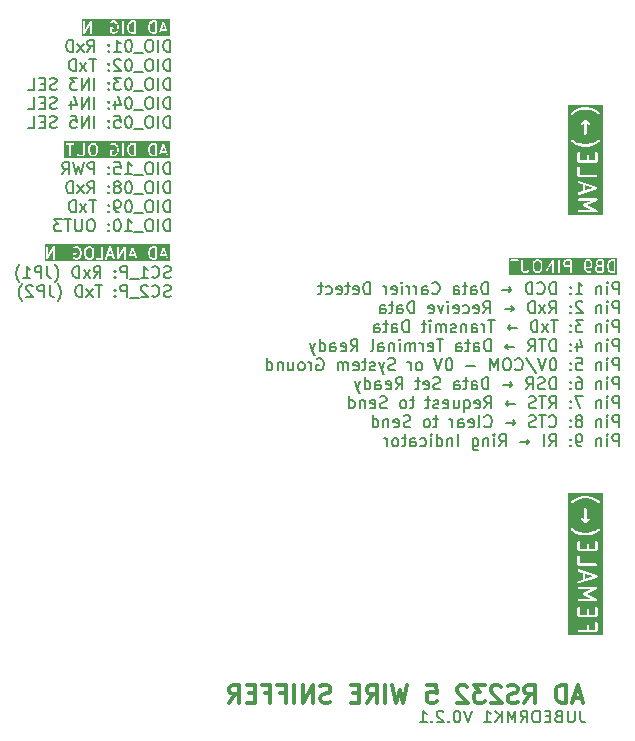
<source format=gbr>
G04 #@! TF.GenerationSoftware,KiCad,Pcbnew,7.0.7*
G04 #@! TF.CreationDate,2023-10-29T19:55:48+11:00*
G04 #@! TF.ProjectId,AnalogDiscovery_rs232_5_wire_sniffer,416e616c-6f67-4446-9973-636f76657279,rev?*
G04 #@! TF.SameCoordinates,PX69618a0PY7bfa480*
G04 #@! TF.FileFunction,Legend,Bot*
G04 #@! TF.FilePolarity,Positive*
%FSLAX46Y46*%
G04 Gerber Fmt 4.6, Leading zero omitted, Abs format (unit mm)*
G04 Created by KiCad (PCBNEW 7.0.7) date 2023-10-29 19:55:48*
%MOMM*%
%LPD*%
G01*
G04 APERTURE LIST*
%ADD10C,0.150000*%
%ADD11C,0.200000*%
%ADD12C,0.300000*%
G04 APERTURE END LIST*
D10*
G36*
X18333715Y59997981D02*
G01*
X18182790Y59997981D01*
X18068277Y60036152D01*
X17994164Y60110266D01*
X17955670Y60187253D01*
X17912287Y60360787D01*
X17912287Y60485176D01*
X17955670Y60658710D01*
X17994164Y60735698D01*
X18068276Y60809810D01*
X18182790Y60847981D01*
X18333715Y60847981D01*
X18333715Y59997981D01*
G37*
G36*
X20095620Y59997981D02*
G01*
X19944695Y59997981D01*
X19830182Y60036152D01*
X19756069Y60110266D01*
X19717575Y60187254D01*
X19674192Y60360787D01*
X19674192Y60485177D01*
X19717575Y60658710D01*
X19756069Y60735698D01*
X19830181Y60809810D01*
X19944695Y60847981D01*
X20095620Y60847981D01*
X20095620Y59997981D01*
G37*
G36*
X20971325Y60283696D02*
G01*
X20703249Y60283696D01*
X20837287Y60685811D01*
X20971325Y60283696D01*
G37*
G36*
X21388449Y59705124D02*
G01*
X13905145Y59705124D01*
X13905145Y59922981D01*
X14048002Y59922981D01*
X14050373Y59916465D01*
X14049200Y59909629D01*
X14058939Y59892932D01*
X14065549Y59874772D01*
X14071554Y59871305D01*
X14075049Y59865313D01*
X14093240Y59858784D01*
X14109978Y59849120D01*
X14116809Y59850325D01*
X14123336Y59847982D01*
X14141467Y59854673D01*
X14160502Y59858029D01*
X14164959Y59863342D01*
X14171466Y59865742D01*
X14188120Y59885771D01*
X14619430Y60640565D01*
X14619430Y59922981D01*
X14636977Y59874772D01*
X14681406Y59849120D01*
X14731930Y59858029D01*
X14764907Y59897329D01*
X14769430Y59922981D01*
X15095620Y59922981D01*
X15113167Y59874772D01*
X15157596Y59849120D01*
X15208120Y59858029D01*
X15241097Y59897329D01*
X15245620Y59922981D01*
X15245620Y60018220D01*
X16286097Y60018220D01*
X16291696Y60002837D01*
X16293123Y59986525D01*
X16302515Y59973111D01*
X16303644Y59970011D01*
X16305393Y59969002D01*
X16308063Y59965188D01*
X16355682Y59917568D01*
X16359746Y59915673D01*
X16362094Y59911852D01*
X16384999Y59899449D01*
X16527855Y59851830D01*
X16529490Y59851875D01*
X16551573Y59847981D01*
X16646811Y59847981D01*
X16648349Y59848542D01*
X16670528Y59851830D01*
X16813385Y59899449D01*
X16816897Y59902237D01*
X16821364Y59902627D01*
X16842701Y59917567D01*
X16848115Y59922981D01*
X17333715Y59922981D01*
X17351262Y59874772D01*
X17395691Y59849120D01*
X17446215Y59858029D01*
X17479192Y59897329D01*
X17483715Y59922981D01*
X17483715Y60351553D01*
X17762287Y60351553D01*
X17763472Y60348296D01*
X17764526Y60333363D01*
X17812145Y60142887D01*
X17814133Y60139943D01*
X17817824Y60127536D01*
X17865443Y60032298D01*
X17866629Y60031175D01*
X17879492Y60012806D01*
X17974730Y59917567D01*
X17978794Y59915672D01*
X17981141Y59911852D01*
X18004046Y59899449D01*
X18146902Y59851830D01*
X18148537Y59851875D01*
X18170620Y59847981D01*
X18408715Y59847981D01*
X18427023Y59854645D01*
X18446215Y59858029D01*
X18450565Y59863214D01*
X18456924Y59865528D01*
X18466666Y59882402D01*
X18479192Y59897329D01*
X18480909Y59907072D01*
X18482576Y59909957D01*
X18481997Y59913240D01*
X18483715Y59922981D01*
X18483715Y60351553D01*
X19524192Y60351553D01*
X19525377Y60348296D01*
X19526431Y60333363D01*
X19574050Y60142887D01*
X19576038Y60139943D01*
X19579729Y60127536D01*
X19627348Y60032298D01*
X19628534Y60031175D01*
X19641397Y60012806D01*
X19736635Y59917567D01*
X19740699Y59915672D01*
X19743046Y59911852D01*
X19765951Y59899449D01*
X19908807Y59851830D01*
X19910442Y59851875D01*
X19932525Y59847981D01*
X20170620Y59847981D01*
X20188928Y59854645D01*
X20208120Y59858029D01*
X20212470Y59863214D01*
X20218829Y59865528D01*
X20228571Y59882402D01*
X20241097Y59897329D01*
X20242814Y59907072D01*
X20244481Y59909957D01*
X20243902Y59913240D01*
X20245620Y59922981D01*
X20245620Y59946698D01*
X20432803Y59946698D01*
X20434204Y59895414D01*
X20468241Y59857029D01*
X20518990Y59849504D01*
X20562702Y59876359D01*
X20575105Y59899264D01*
X20653249Y60133696D01*
X21021325Y60133696D01*
X21099469Y59899264D01*
X21131360Y59859078D01*
X21181621Y59848792D01*
X21226735Y59873221D01*
X21245592Y59920933D01*
X21241771Y59946698D01*
X20908438Y60946698D01*
X20907095Y60948390D01*
X20907037Y60950547D01*
X20891295Y60968300D01*
X20876547Y60986884D01*
X20874432Y60987317D01*
X20872999Y60988933D01*
X20849530Y60992413D01*
X20826286Y60997170D01*
X20824386Y60996142D01*
X20822251Y60996458D01*
X20802033Y60984038D01*
X20781172Y60972741D01*
X20780378Y60970734D01*
X20778538Y60969603D01*
X20766136Y60946698D01*
X20432803Y59946698D01*
X20245620Y59946698D01*
X20245620Y60922981D01*
X20238956Y60941290D01*
X20235572Y60960481D01*
X20230387Y60964832D01*
X20228073Y60971190D01*
X20211199Y60980933D01*
X20196272Y60993458D01*
X20186529Y60995176D01*
X20183644Y60996842D01*
X20180361Y60996264D01*
X20170620Y60997981D01*
X19932525Y60997981D01*
X19930987Y60997422D01*
X19908807Y60994132D01*
X19765951Y60946513D01*
X19762440Y60943727D01*
X19757972Y60943336D01*
X19736635Y60928395D01*
X19641397Y60833157D01*
X19640706Y60831676D01*
X19627348Y60813665D01*
X19579729Y60718427D01*
X19579322Y60714899D01*
X19574050Y60703076D01*
X19526431Y60512600D01*
X19526791Y60509152D01*
X19524192Y60494410D01*
X19524192Y60351553D01*
X18483715Y60351553D01*
X18483715Y60922981D01*
X18477051Y60941290D01*
X18473667Y60960481D01*
X18468482Y60964832D01*
X18466168Y60971190D01*
X18449294Y60980933D01*
X18434367Y60993458D01*
X18424624Y60995176D01*
X18421739Y60996842D01*
X18418456Y60996264D01*
X18408715Y60997981D01*
X18170620Y60997981D01*
X18169082Y60997422D01*
X18146902Y60994132D01*
X18004046Y60946513D01*
X18000535Y60943727D01*
X17996067Y60943336D01*
X17974730Y60928395D01*
X17879492Y60833157D01*
X17878801Y60831676D01*
X17865443Y60813665D01*
X17817824Y60718427D01*
X17817417Y60714899D01*
X17812145Y60703076D01*
X17764526Y60512600D01*
X17764886Y60509152D01*
X17762287Y60494410D01*
X17762287Y60351553D01*
X17483715Y60351553D01*
X17483715Y60922981D01*
X17466168Y60971190D01*
X17421739Y60996842D01*
X17371215Y60987933D01*
X17338238Y60948633D01*
X17333715Y60922981D01*
X17333715Y59922981D01*
X16848115Y59922981D01*
X16937940Y60012807D01*
X16938631Y60014290D01*
X16951988Y60032298D01*
X16999607Y60127536D01*
X17000013Y60131065D01*
X17005286Y60142887D01*
X17052905Y60333363D01*
X17052544Y60336812D01*
X17055144Y60351553D01*
X17055144Y60494410D01*
X17053958Y60497668D01*
X17052905Y60512600D01*
X17005286Y60703076D01*
X17003297Y60706021D01*
X16999607Y60718427D01*
X16951988Y60813665D01*
X16950801Y60814789D01*
X16937939Y60833157D01*
X16842701Y60928395D01*
X16838637Y60930290D01*
X16836290Y60934111D01*
X16813385Y60946513D01*
X16670528Y60994132D01*
X16668893Y60994088D01*
X16646811Y60997981D01*
X16503954Y60997981D01*
X16499740Y60996448D01*
X16495379Y60997489D01*
X16470413Y60990063D01*
X16375175Y60942444D01*
X16339903Y60905190D01*
X16336828Y60853979D01*
X16367392Y60812774D01*
X16417290Y60800854D01*
X16442257Y60808280D01*
X16521659Y60847981D01*
X16634641Y60847981D01*
X16749154Y60809810D01*
X16823266Y60735697D01*
X16861760Y60658710D01*
X16905144Y60485176D01*
X16905144Y60360788D01*
X16861760Y60187254D01*
X16823266Y60110266D01*
X16749154Y60036153D01*
X16634641Y59997981D01*
X16563743Y59997981D01*
X16449230Y60036152D01*
X16436097Y60049286D01*
X16436097Y60276553D01*
X16551573Y60276553D01*
X16599782Y60294100D01*
X16625434Y60338529D01*
X16616525Y60389053D01*
X16577225Y60422030D01*
X16551573Y60426553D01*
X16361097Y60426553D01*
X16342788Y60419890D01*
X16323597Y60416505D01*
X16319246Y60411321D01*
X16312888Y60409006D01*
X16303145Y60392133D01*
X16290620Y60377205D01*
X16288902Y60367463D01*
X16287236Y60364577D01*
X16287814Y60361295D01*
X16286097Y60351553D01*
X16286097Y60018220D01*
X15245620Y60018220D01*
X15245620Y60922981D01*
X15228073Y60971190D01*
X15183644Y60996842D01*
X15133120Y60987933D01*
X15100143Y60948633D01*
X15095620Y60922981D01*
X15095620Y59922981D01*
X14769430Y59922981D01*
X14769430Y60922981D01*
X14767057Y60929499D01*
X14768232Y60936334D01*
X14758492Y60953032D01*
X14751883Y60971190D01*
X14745878Y60974658D01*
X14742383Y60980649D01*
X14724191Y60987179D01*
X14707454Y60996842D01*
X14700622Y60995638D01*
X14694096Y60997980D01*
X14675964Y60991290D01*
X14656930Y60987933D01*
X14652472Y60982621D01*
X14645966Y60980220D01*
X14629312Y60960192D01*
X14198002Y60205398D01*
X14198002Y60922981D01*
X14180455Y60971190D01*
X14136026Y60996842D01*
X14085502Y60987933D01*
X14052525Y60948633D01*
X14048002Y60922981D01*
X14048002Y59922981D01*
X13905145Y59922981D01*
X13905145Y61140838D01*
X21388449Y61140838D01*
X21388449Y59705124D01*
G37*
G36*
X14697621Y41712923D02*
G01*
X14769563Y41640981D01*
X14809905Y41479615D01*
X14809905Y41164749D01*
X14769563Y41003383D01*
X14697620Y40931439D01*
X14629105Y40897181D01*
X14474039Y40897181D01*
X14405523Y40931439D01*
X14333580Y41003383D01*
X14293239Y41164749D01*
X14293239Y41479615D01*
X14333580Y41640981D01*
X14405522Y41712923D01*
X14474039Y41747181D01*
X14629105Y41747181D01*
X14697621Y41712923D01*
G37*
G36*
X20095620Y40897181D02*
G01*
X19944695Y40897181D01*
X19830182Y40935352D01*
X19756069Y41009466D01*
X19717575Y41086454D01*
X19674192Y41259988D01*
X19674192Y41384377D01*
X19717575Y41557911D01*
X19756069Y41634898D01*
X19830182Y41709010D01*
X19944695Y41747181D01*
X20095620Y41747181D01*
X20095620Y40897181D01*
G37*
G36*
X16447515Y41182896D02*
G01*
X16179439Y41182896D01*
X16313477Y41585011D01*
X16447515Y41182896D01*
G37*
G36*
X18352277Y41182896D02*
G01*
X18084201Y41182896D01*
X18218239Y41585011D01*
X18352277Y41182896D01*
G37*
G36*
X20971325Y41182896D02*
G01*
X20703249Y41182896D01*
X20837287Y41585011D01*
X20971325Y41182896D01*
G37*
G36*
X21388449Y40604324D02*
G01*
X10762287Y40604324D01*
X10762287Y40822181D01*
X10905144Y40822181D01*
X10907515Y40815665D01*
X10906342Y40808829D01*
X10916081Y40792132D01*
X10922691Y40773972D01*
X10928696Y40770505D01*
X10932191Y40764513D01*
X10950382Y40757984D01*
X10967120Y40748320D01*
X10973951Y40749525D01*
X10980478Y40747182D01*
X10998609Y40753873D01*
X11017644Y40757229D01*
X11022101Y40762542D01*
X11028608Y40764942D01*
X11045262Y40784971D01*
X11476572Y41539765D01*
X11476572Y40822181D01*
X11494119Y40773972D01*
X11538548Y40748320D01*
X11589072Y40757229D01*
X11622049Y40796529D01*
X11626572Y40822181D01*
X11952762Y40822181D01*
X11970309Y40773972D01*
X12014738Y40748320D01*
X12065262Y40757229D01*
X12098239Y40796529D01*
X12102762Y40822181D01*
X12102762Y40917420D01*
X13143239Y40917420D01*
X13148838Y40902037D01*
X13150265Y40885725D01*
X13159657Y40872311D01*
X13160786Y40869211D01*
X13162535Y40868202D01*
X13165205Y40864388D01*
X13212824Y40816768D01*
X13216888Y40814873D01*
X13219236Y40811052D01*
X13242141Y40798649D01*
X13384997Y40751030D01*
X13386632Y40751075D01*
X13408715Y40747181D01*
X13503953Y40747181D01*
X13505491Y40747742D01*
X13527670Y40751030D01*
X13670527Y40798649D01*
X13674039Y40801437D01*
X13678506Y40801827D01*
X13699843Y40816767D01*
X13795082Y40912007D01*
X13795773Y40913490D01*
X13809130Y40931498D01*
X13856749Y41026736D01*
X13857155Y41030265D01*
X13862428Y41042087D01*
X13890785Y41155515D01*
X14143239Y41155515D01*
X14144424Y41152258D01*
X14145478Y41137325D01*
X14193097Y40946849D01*
X14197239Y40940717D01*
X14197884Y40933343D01*
X14212825Y40912006D01*
X14308063Y40816767D01*
X14309545Y40816076D01*
X14327555Y40802718D01*
X14422793Y40755099D01*
X14427246Y40754587D01*
X14430682Y40751704D01*
X14456334Y40747181D01*
X14646810Y40747181D01*
X14651023Y40748715D01*
X14655384Y40747673D01*
X14680351Y40755099D01*
X14775589Y40802718D01*
X14776714Y40803908D01*
X14795081Y40816767D01*
X14813519Y40835205D01*
X15096759Y40835205D01*
X15105668Y40784681D01*
X15144968Y40751704D01*
X15170620Y40747181D01*
X15646810Y40747181D01*
X15665118Y40753845D01*
X15684310Y40757229D01*
X15688660Y40762414D01*
X15695019Y40764728D01*
X15704761Y40781602D01*
X15717287Y40796529D01*
X15719004Y40806272D01*
X15720671Y40809157D01*
X15720092Y40812440D01*
X15721810Y40822181D01*
X15721810Y40845898D01*
X15908993Y40845898D01*
X15910394Y40794614D01*
X15944431Y40756229D01*
X15995180Y40748704D01*
X16038892Y40775559D01*
X16051295Y40798464D01*
X16129439Y41032896D01*
X16497515Y41032896D01*
X16575659Y40798464D01*
X16607550Y40758278D01*
X16657811Y40747992D01*
X16702925Y40772421D01*
X16721782Y40820133D01*
X16721478Y40822181D01*
X16905144Y40822181D01*
X16907515Y40815665D01*
X16906342Y40808829D01*
X16916081Y40792132D01*
X16922691Y40773972D01*
X16928696Y40770505D01*
X16932191Y40764513D01*
X16950382Y40757984D01*
X16967120Y40748320D01*
X16973951Y40749525D01*
X16980478Y40747182D01*
X16998609Y40753873D01*
X17017644Y40757229D01*
X17022101Y40762542D01*
X17028608Y40764942D01*
X17045262Y40784971D01*
X17476572Y41539765D01*
X17476572Y40822181D01*
X17494119Y40773972D01*
X17538548Y40748320D01*
X17589072Y40757229D01*
X17622049Y40796529D01*
X17626572Y40822181D01*
X17626572Y40845898D01*
X17813755Y40845898D01*
X17815156Y40794614D01*
X17849193Y40756229D01*
X17899942Y40748704D01*
X17943654Y40775559D01*
X17956057Y40798464D01*
X18034201Y41032896D01*
X18402277Y41032896D01*
X18480421Y40798464D01*
X18512312Y40758278D01*
X18562573Y40747992D01*
X18607687Y40772421D01*
X18626544Y40820133D01*
X18622723Y40845898D01*
X18487771Y41250753D01*
X19524192Y41250753D01*
X19525377Y41247496D01*
X19526431Y41232563D01*
X19574050Y41042087D01*
X19576038Y41039143D01*
X19579729Y41026736D01*
X19627348Y40931498D01*
X19628534Y40930375D01*
X19641397Y40912006D01*
X19736635Y40816767D01*
X19740699Y40814872D01*
X19743046Y40811052D01*
X19765951Y40798649D01*
X19908807Y40751030D01*
X19910442Y40751075D01*
X19932525Y40747181D01*
X20170620Y40747181D01*
X20188928Y40753845D01*
X20208120Y40757229D01*
X20212470Y40762414D01*
X20218829Y40764728D01*
X20228571Y40781602D01*
X20241097Y40796529D01*
X20242814Y40806272D01*
X20244481Y40809157D01*
X20243902Y40812440D01*
X20245620Y40822181D01*
X20245620Y40845898D01*
X20432803Y40845898D01*
X20434204Y40794614D01*
X20468241Y40756229D01*
X20518990Y40748704D01*
X20562702Y40775559D01*
X20575105Y40798464D01*
X20653249Y41032896D01*
X21021325Y41032896D01*
X21099469Y40798464D01*
X21131360Y40758278D01*
X21181621Y40747992D01*
X21226735Y40772421D01*
X21245592Y40820133D01*
X21241771Y40845898D01*
X20908438Y41845898D01*
X20907095Y41847590D01*
X20907037Y41849747D01*
X20891295Y41867500D01*
X20876547Y41886084D01*
X20874432Y41886517D01*
X20872999Y41888133D01*
X20849530Y41891613D01*
X20826286Y41896370D01*
X20824386Y41895342D01*
X20822251Y41895658D01*
X20802033Y41883238D01*
X20781172Y41871941D01*
X20780378Y41869934D01*
X20778538Y41868803D01*
X20766136Y41845898D01*
X20432803Y40845898D01*
X20245620Y40845898D01*
X20245620Y41822181D01*
X20238956Y41840490D01*
X20235572Y41859681D01*
X20230387Y41864032D01*
X20228073Y41870390D01*
X20211199Y41880133D01*
X20196272Y41892658D01*
X20186529Y41894376D01*
X20183644Y41896042D01*
X20180361Y41895464D01*
X20170620Y41897181D01*
X19932525Y41897181D01*
X19930987Y41896622D01*
X19908807Y41893332D01*
X19765951Y41845713D01*
X19762440Y41842927D01*
X19757972Y41842536D01*
X19736635Y41827595D01*
X19641397Y41732357D01*
X19640706Y41730876D01*
X19627348Y41712865D01*
X19579729Y41617627D01*
X19579322Y41614099D01*
X19574050Y41602276D01*
X19526431Y41411800D01*
X19526791Y41408352D01*
X19524192Y41393610D01*
X19524192Y41250753D01*
X18487771Y41250753D01*
X18289390Y41845898D01*
X18288047Y41847590D01*
X18287989Y41849747D01*
X18272247Y41867500D01*
X18257499Y41886084D01*
X18255384Y41886517D01*
X18253951Y41888133D01*
X18230482Y41891613D01*
X18207238Y41896370D01*
X18205338Y41895342D01*
X18203203Y41895658D01*
X18182985Y41883238D01*
X18162124Y41871941D01*
X18161330Y41869934D01*
X18159490Y41868803D01*
X18147088Y41845898D01*
X17813755Y40845898D01*
X17626572Y40845898D01*
X17626572Y41822181D01*
X17624199Y41828699D01*
X17625374Y41835534D01*
X17615634Y41852232D01*
X17609025Y41870390D01*
X17603020Y41873858D01*
X17599525Y41879849D01*
X17581333Y41886379D01*
X17564596Y41896042D01*
X17557764Y41894838D01*
X17551238Y41897180D01*
X17533106Y41890490D01*
X17514072Y41887133D01*
X17509614Y41881821D01*
X17503108Y41879420D01*
X17486454Y41859392D01*
X17055144Y41104598D01*
X17055144Y41822181D01*
X17037597Y41870390D01*
X16993168Y41896042D01*
X16942644Y41887133D01*
X16909667Y41847833D01*
X16905144Y41822181D01*
X16905144Y40822181D01*
X16721478Y40822181D01*
X16717961Y40845898D01*
X16384628Y41845898D01*
X16383285Y41847590D01*
X16383227Y41849747D01*
X16367485Y41867500D01*
X16352737Y41886084D01*
X16350622Y41886517D01*
X16349189Y41888133D01*
X16325720Y41891613D01*
X16302476Y41896370D01*
X16300576Y41895342D01*
X16298441Y41895658D01*
X16278223Y41883238D01*
X16257362Y41871941D01*
X16256568Y41869934D01*
X16254728Y41868803D01*
X16242326Y41845898D01*
X15908993Y40845898D01*
X15721810Y40845898D01*
X15721810Y41822181D01*
X15704263Y41870390D01*
X15659834Y41896042D01*
X15609310Y41887133D01*
X15576333Y41847833D01*
X15571810Y41822181D01*
X15571810Y40897181D01*
X15170620Y40897181D01*
X15122411Y40879634D01*
X15096759Y40835205D01*
X14813519Y40835205D01*
X14890320Y40912007D01*
X14893447Y40918715D01*
X14899437Y40923060D01*
X14910047Y40946849D01*
X14957666Y41137325D01*
X14957305Y41140774D01*
X14959905Y41155515D01*
X14959905Y41488848D01*
X14958719Y41492106D01*
X14957666Y41507038D01*
X14910047Y41697514D01*
X14905905Y41703647D01*
X14905260Y41711020D01*
X14890319Y41732357D01*
X14795081Y41827595D01*
X14793599Y41828286D01*
X14775589Y41841644D01*
X14680351Y41889263D01*
X14675897Y41889776D01*
X14672462Y41892658D01*
X14646810Y41897181D01*
X14456334Y41897181D01*
X14452120Y41895648D01*
X14447759Y41896689D01*
X14422793Y41889263D01*
X14327555Y41841644D01*
X14326431Y41840458D01*
X14308063Y41827595D01*
X14212825Y41732357D01*
X14209697Y41725650D01*
X14203707Y41721303D01*
X14193097Y41697514D01*
X14145478Y41507038D01*
X14145838Y41503590D01*
X14143239Y41488848D01*
X14143239Y41155515D01*
X13890785Y41155515D01*
X13910047Y41232563D01*
X13909686Y41236012D01*
X13912286Y41250753D01*
X13912286Y41393610D01*
X13911100Y41396868D01*
X13910047Y41411800D01*
X13862428Y41602276D01*
X13860439Y41605221D01*
X13856749Y41617627D01*
X13809130Y41712865D01*
X13807943Y41713989D01*
X13795081Y41732357D01*
X13699843Y41827595D01*
X13695779Y41829490D01*
X13693432Y41833311D01*
X13670527Y41845713D01*
X13527670Y41893332D01*
X13526035Y41893288D01*
X13503953Y41897181D01*
X13361096Y41897181D01*
X13356882Y41895648D01*
X13352521Y41896689D01*
X13327555Y41889263D01*
X13232317Y41841644D01*
X13197045Y41804390D01*
X13193970Y41753179D01*
X13224534Y41711974D01*
X13274432Y41700054D01*
X13299399Y41707480D01*
X13378801Y41747181D01*
X13491783Y41747181D01*
X13606296Y41709010D01*
X13680408Y41634898D01*
X13718902Y41557910D01*
X13762286Y41384376D01*
X13762286Y41259988D01*
X13718902Y41086453D01*
X13680408Y41009466D01*
X13606296Y40935353D01*
X13491783Y40897181D01*
X13420885Y40897181D01*
X13306372Y40935352D01*
X13293239Y40948486D01*
X13293239Y41175753D01*
X13408715Y41175753D01*
X13456924Y41193300D01*
X13482576Y41237729D01*
X13473667Y41288253D01*
X13434367Y41321230D01*
X13408715Y41325753D01*
X13218239Y41325753D01*
X13199930Y41319090D01*
X13180739Y41315705D01*
X13176388Y41310521D01*
X13170030Y41308206D01*
X13160287Y41291333D01*
X13147762Y41276405D01*
X13146044Y41266663D01*
X13144378Y41263777D01*
X13144956Y41260495D01*
X13143239Y41250753D01*
X13143239Y40917420D01*
X12102762Y40917420D01*
X12102762Y41822181D01*
X12085215Y41870390D01*
X12040786Y41896042D01*
X11990262Y41887133D01*
X11957285Y41847833D01*
X11952762Y41822181D01*
X11952762Y40822181D01*
X11626572Y40822181D01*
X11626572Y41822181D01*
X11624199Y41828699D01*
X11625374Y41835534D01*
X11615634Y41852232D01*
X11609025Y41870390D01*
X11603020Y41873858D01*
X11599525Y41879849D01*
X11581333Y41886379D01*
X11564596Y41896042D01*
X11557764Y41894838D01*
X11551238Y41897180D01*
X11533106Y41890490D01*
X11514072Y41887133D01*
X11509614Y41881821D01*
X11503108Y41879420D01*
X11486454Y41859392D01*
X11055144Y41104598D01*
X11055144Y41822181D01*
X11037597Y41870390D01*
X10993168Y41896042D01*
X10942644Y41887133D01*
X10909667Y41847833D01*
X10905144Y41822181D01*
X10905144Y40822181D01*
X10762287Y40822181D01*
X10762287Y42040038D01*
X21388449Y42040038D01*
X21388449Y40604324D01*
G37*
X56111106Y2559581D02*
X56111106Y1845296D01*
X56111106Y1845296D02*
X56158725Y1702439D01*
X56158725Y1702439D02*
X56253963Y1607200D01*
X56253963Y1607200D02*
X56396820Y1559581D01*
X56396820Y1559581D02*
X56492058Y1559581D01*
X55634915Y2559581D02*
X55634915Y1750058D01*
X55634915Y1750058D02*
X55587296Y1654820D01*
X55587296Y1654820D02*
X55539677Y1607200D01*
X55539677Y1607200D02*
X55444439Y1559581D01*
X55444439Y1559581D02*
X55253963Y1559581D01*
X55253963Y1559581D02*
X55158725Y1607200D01*
X55158725Y1607200D02*
X55111106Y1654820D01*
X55111106Y1654820D02*
X55063487Y1750058D01*
X55063487Y1750058D02*
X55063487Y2559581D01*
X54253963Y2083391D02*
X54111106Y2035772D01*
X54111106Y2035772D02*
X54063487Y1988153D01*
X54063487Y1988153D02*
X54015868Y1892915D01*
X54015868Y1892915D02*
X54015868Y1750058D01*
X54015868Y1750058D02*
X54063487Y1654820D01*
X54063487Y1654820D02*
X54111106Y1607200D01*
X54111106Y1607200D02*
X54206344Y1559581D01*
X54206344Y1559581D02*
X54587296Y1559581D01*
X54587296Y1559581D02*
X54587296Y2559581D01*
X54587296Y2559581D02*
X54253963Y2559581D01*
X54253963Y2559581D02*
X54158725Y2511962D01*
X54158725Y2511962D02*
X54111106Y2464343D01*
X54111106Y2464343D02*
X54063487Y2369105D01*
X54063487Y2369105D02*
X54063487Y2273867D01*
X54063487Y2273867D02*
X54111106Y2178629D01*
X54111106Y2178629D02*
X54158725Y2131010D01*
X54158725Y2131010D02*
X54253963Y2083391D01*
X54253963Y2083391D02*
X54587296Y2083391D01*
X53587296Y2083391D02*
X53253963Y2083391D01*
X53111106Y1559581D02*
X53587296Y1559581D01*
X53587296Y1559581D02*
X53587296Y2559581D01*
X53587296Y2559581D02*
X53111106Y2559581D01*
X52492058Y2559581D02*
X52301582Y2559581D01*
X52301582Y2559581D02*
X52206344Y2511962D01*
X52206344Y2511962D02*
X52111106Y2416724D01*
X52111106Y2416724D02*
X52063487Y2226248D01*
X52063487Y2226248D02*
X52063487Y1892915D01*
X52063487Y1892915D02*
X52111106Y1702439D01*
X52111106Y1702439D02*
X52206344Y1607200D01*
X52206344Y1607200D02*
X52301582Y1559581D01*
X52301582Y1559581D02*
X52492058Y1559581D01*
X52492058Y1559581D02*
X52587296Y1607200D01*
X52587296Y1607200D02*
X52682534Y1702439D01*
X52682534Y1702439D02*
X52730153Y1892915D01*
X52730153Y1892915D02*
X52730153Y2226248D01*
X52730153Y2226248D02*
X52682534Y2416724D01*
X52682534Y2416724D02*
X52587296Y2511962D01*
X52587296Y2511962D02*
X52492058Y2559581D01*
X51063487Y1559581D02*
X51396820Y2035772D01*
X51634915Y1559581D02*
X51634915Y2559581D01*
X51634915Y2559581D02*
X51253963Y2559581D01*
X51253963Y2559581D02*
X51158725Y2511962D01*
X51158725Y2511962D02*
X51111106Y2464343D01*
X51111106Y2464343D02*
X51063487Y2369105D01*
X51063487Y2369105D02*
X51063487Y2226248D01*
X51063487Y2226248D02*
X51111106Y2131010D01*
X51111106Y2131010D02*
X51158725Y2083391D01*
X51158725Y2083391D02*
X51253963Y2035772D01*
X51253963Y2035772D02*
X51634915Y2035772D01*
X50634915Y1559581D02*
X50634915Y2559581D01*
X50634915Y2559581D02*
X50301582Y1845296D01*
X50301582Y1845296D02*
X49968249Y2559581D01*
X49968249Y2559581D02*
X49968249Y1559581D01*
X49492058Y1559581D02*
X49492058Y2559581D01*
X48920630Y1559581D02*
X49349201Y2131010D01*
X48920630Y2559581D02*
X49492058Y1988153D01*
X47968249Y1559581D02*
X48539677Y1559581D01*
X48253963Y1559581D02*
X48253963Y2559581D01*
X48253963Y2559581D02*
X48349201Y2416724D01*
X48349201Y2416724D02*
X48444439Y2321486D01*
X48444439Y2321486D02*
X48539677Y2273867D01*
X46920629Y2559581D02*
X46587296Y1559581D01*
X46587296Y1559581D02*
X46253963Y2559581D01*
X45730153Y2559581D02*
X45634915Y2559581D01*
X45634915Y2559581D02*
X45539677Y2511962D01*
X45539677Y2511962D02*
X45492058Y2464343D01*
X45492058Y2464343D02*
X45444439Y2369105D01*
X45444439Y2369105D02*
X45396820Y2178629D01*
X45396820Y2178629D02*
X45396820Y1940534D01*
X45396820Y1940534D02*
X45444439Y1750058D01*
X45444439Y1750058D02*
X45492058Y1654820D01*
X45492058Y1654820D02*
X45539677Y1607200D01*
X45539677Y1607200D02*
X45634915Y1559581D01*
X45634915Y1559581D02*
X45730153Y1559581D01*
X45730153Y1559581D02*
X45825391Y1607200D01*
X45825391Y1607200D02*
X45873010Y1654820D01*
X45873010Y1654820D02*
X45920629Y1750058D01*
X45920629Y1750058D02*
X45968248Y1940534D01*
X45968248Y1940534D02*
X45968248Y2178629D01*
X45968248Y2178629D02*
X45920629Y2369105D01*
X45920629Y2369105D02*
X45873010Y2464343D01*
X45873010Y2464343D02*
X45825391Y2511962D01*
X45825391Y2511962D02*
X45730153Y2559581D01*
X44968248Y1654820D02*
X44920629Y1607200D01*
X44920629Y1607200D02*
X44968248Y1559581D01*
X44968248Y1559581D02*
X45015867Y1607200D01*
X45015867Y1607200D02*
X44968248Y1654820D01*
X44968248Y1654820D02*
X44968248Y1559581D01*
X44539677Y2464343D02*
X44492058Y2511962D01*
X44492058Y2511962D02*
X44396820Y2559581D01*
X44396820Y2559581D02*
X44158725Y2559581D01*
X44158725Y2559581D02*
X44063487Y2511962D01*
X44063487Y2511962D02*
X44015868Y2464343D01*
X44015868Y2464343D02*
X43968249Y2369105D01*
X43968249Y2369105D02*
X43968249Y2273867D01*
X43968249Y2273867D02*
X44015868Y2131010D01*
X44015868Y2131010D02*
X44587296Y1559581D01*
X44587296Y1559581D02*
X43968249Y1559581D01*
X43539677Y1654820D02*
X43492058Y1607200D01*
X43492058Y1607200D02*
X43539677Y1559581D01*
X43539677Y1559581D02*
X43587296Y1607200D01*
X43587296Y1607200D02*
X43539677Y1654820D01*
X43539677Y1654820D02*
X43539677Y1559581D01*
X42539678Y1559581D02*
X43111106Y1559581D01*
X42825392Y1559581D02*
X42825392Y2559581D01*
X42825392Y2559581D02*
X42920630Y2416724D01*
X42920630Y2416724D02*
X43015868Y2321486D01*
X43015868Y2321486D02*
X43111106Y2273867D01*
X21395620Y47984981D02*
X21395620Y48984981D01*
X21395620Y48984981D02*
X21157525Y48984981D01*
X21157525Y48984981D02*
X21014668Y48937362D01*
X21014668Y48937362D02*
X20919430Y48842124D01*
X20919430Y48842124D02*
X20871811Y48746886D01*
X20871811Y48746886D02*
X20824192Y48556410D01*
X20824192Y48556410D02*
X20824192Y48413553D01*
X20824192Y48413553D02*
X20871811Y48223077D01*
X20871811Y48223077D02*
X20919430Y48127839D01*
X20919430Y48127839D02*
X21014668Y48032600D01*
X21014668Y48032600D02*
X21157525Y47984981D01*
X21157525Y47984981D02*
X21395620Y47984981D01*
X20395620Y47984981D02*
X20395620Y48984981D01*
X19728954Y48984981D02*
X19538478Y48984981D01*
X19538478Y48984981D02*
X19443240Y48937362D01*
X19443240Y48937362D02*
X19348002Y48842124D01*
X19348002Y48842124D02*
X19300383Y48651648D01*
X19300383Y48651648D02*
X19300383Y48318315D01*
X19300383Y48318315D02*
X19348002Y48127839D01*
X19348002Y48127839D02*
X19443240Y48032600D01*
X19443240Y48032600D02*
X19538478Y47984981D01*
X19538478Y47984981D02*
X19728954Y47984981D01*
X19728954Y47984981D02*
X19824192Y48032600D01*
X19824192Y48032600D02*
X19919430Y48127839D01*
X19919430Y48127839D02*
X19967049Y48318315D01*
X19967049Y48318315D02*
X19967049Y48651648D01*
X19967049Y48651648D02*
X19919430Y48842124D01*
X19919430Y48842124D02*
X19824192Y48937362D01*
X19824192Y48937362D02*
X19728954Y48984981D01*
X19109907Y47889743D02*
X18348002Y47889743D01*
X17586097Y47984981D02*
X18157525Y47984981D01*
X17871811Y47984981D02*
X17871811Y48984981D01*
X17871811Y48984981D02*
X17967049Y48842124D01*
X17967049Y48842124D02*
X18062287Y48746886D01*
X18062287Y48746886D02*
X18157525Y48699267D01*
X16681335Y48984981D02*
X17157525Y48984981D01*
X17157525Y48984981D02*
X17205144Y48508791D01*
X17205144Y48508791D02*
X17157525Y48556410D01*
X17157525Y48556410D02*
X17062287Y48604029D01*
X17062287Y48604029D02*
X16824192Y48604029D01*
X16824192Y48604029D02*
X16728954Y48556410D01*
X16728954Y48556410D02*
X16681335Y48508791D01*
X16681335Y48508791D02*
X16633716Y48413553D01*
X16633716Y48413553D02*
X16633716Y48175458D01*
X16633716Y48175458D02*
X16681335Y48080220D01*
X16681335Y48080220D02*
X16728954Y48032600D01*
X16728954Y48032600D02*
X16824192Y47984981D01*
X16824192Y47984981D02*
X17062287Y47984981D01*
X17062287Y47984981D02*
X17157525Y48032600D01*
X17157525Y48032600D02*
X17205144Y48080220D01*
X16205144Y48080220D02*
X16157525Y48032600D01*
X16157525Y48032600D02*
X16205144Y47984981D01*
X16205144Y47984981D02*
X16252763Y48032600D01*
X16252763Y48032600D02*
X16205144Y48080220D01*
X16205144Y48080220D02*
X16205144Y47984981D01*
X16205144Y48604029D02*
X16157525Y48556410D01*
X16157525Y48556410D02*
X16205144Y48508791D01*
X16205144Y48508791D02*
X16252763Y48556410D01*
X16252763Y48556410D02*
X16205144Y48604029D01*
X16205144Y48604029D02*
X16205144Y48508791D01*
X14967049Y47984981D02*
X14967049Y48984981D01*
X14967049Y48984981D02*
X14586097Y48984981D01*
X14586097Y48984981D02*
X14490859Y48937362D01*
X14490859Y48937362D02*
X14443240Y48889743D01*
X14443240Y48889743D02*
X14395621Y48794505D01*
X14395621Y48794505D02*
X14395621Y48651648D01*
X14395621Y48651648D02*
X14443240Y48556410D01*
X14443240Y48556410D02*
X14490859Y48508791D01*
X14490859Y48508791D02*
X14586097Y48461172D01*
X14586097Y48461172D02*
X14967049Y48461172D01*
X14062287Y48984981D02*
X13824192Y47984981D01*
X13824192Y47984981D02*
X13633716Y48699267D01*
X13633716Y48699267D02*
X13443240Y47984981D01*
X13443240Y47984981D02*
X13205145Y48984981D01*
X12252764Y47984981D02*
X12586097Y48461172D01*
X12824192Y47984981D02*
X12824192Y48984981D01*
X12824192Y48984981D02*
X12443240Y48984981D01*
X12443240Y48984981D02*
X12348002Y48937362D01*
X12348002Y48937362D02*
X12300383Y48889743D01*
X12300383Y48889743D02*
X12252764Y48794505D01*
X12252764Y48794505D02*
X12252764Y48651648D01*
X12252764Y48651648D02*
X12300383Y48556410D01*
X12300383Y48556410D02*
X12348002Y48508791D01*
X12348002Y48508791D02*
X12443240Y48461172D01*
X12443240Y48461172D02*
X12824192Y48461172D01*
X21395620Y46374981D02*
X21395620Y47374981D01*
X21395620Y47374981D02*
X21157525Y47374981D01*
X21157525Y47374981D02*
X21014668Y47327362D01*
X21014668Y47327362D02*
X20919430Y47232124D01*
X20919430Y47232124D02*
X20871811Y47136886D01*
X20871811Y47136886D02*
X20824192Y46946410D01*
X20824192Y46946410D02*
X20824192Y46803553D01*
X20824192Y46803553D02*
X20871811Y46613077D01*
X20871811Y46613077D02*
X20919430Y46517839D01*
X20919430Y46517839D02*
X21014668Y46422600D01*
X21014668Y46422600D02*
X21157525Y46374981D01*
X21157525Y46374981D02*
X21395620Y46374981D01*
X20395620Y46374981D02*
X20395620Y47374981D01*
X19728954Y47374981D02*
X19538478Y47374981D01*
X19538478Y47374981D02*
X19443240Y47327362D01*
X19443240Y47327362D02*
X19348002Y47232124D01*
X19348002Y47232124D02*
X19300383Y47041648D01*
X19300383Y47041648D02*
X19300383Y46708315D01*
X19300383Y46708315D02*
X19348002Y46517839D01*
X19348002Y46517839D02*
X19443240Y46422600D01*
X19443240Y46422600D02*
X19538478Y46374981D01*
X19538478Y46374981D02*
X19728954Y46374981D01*
X19728954Y46374981D02*
X19824192Y46422600D01*
X19824192Y46422600D02*
X19919430Y46517839D01*
X19919430Y46517839D02*
X19967049Y46708315D01*
X19967049Y46708315D02*
X19967049Y47041648D01*
X19967049Y47041648D02*
X19919430Y47232124D01*
X19919430Y47232124D02*
X19824192Y47327362D01*
X19824192Y47327362D02*
X19728954Y47374981D01*
X19109907Y46279743D02*
X18348002Y46279743D01*
X17919430Y47374981D02*
X17824192Y47374981D01*
X17824192Y47374981D02*
X17728954Y47327362D01*
X17728954Y47327362D02*
X17681335Y47279743D01*
X17681335Y47279743D02*
X17633716Y47184505D01*
X17633716Y47184505D02*
X17586097Y46994029D01*
X17586097Y46994029D02*
X17586097Y46755934D01*
X17586097Y46755934D02*
X17633716Y46565458D01*
X17633716Y46565458D02*
X17681335Y46470220D01*
X17681335Y46470220D02*
X17728954Y46422600D01*
X17728954Y46422600D02*
X17824192Y46374981D01*
X17824192Y46374981D02*
X17919430Y46374981D01*
X17919430Y46374981D02*
X18014668Y46422600D01*
X18014668Y46422600D02*
X18062287Y46470220D01*
X18062287Y46470220D02*
X18109906Y46565458D01*
X18109906Y46565458D02*
X18157525Y46755934D01*
X18157525Y46755934D02*
X18157525Y46994029D01*
X18157525Y46994029D02*
X18109906Y47184505D01*
X18109906Y47184505D02*
X18062287Y47279743D01*
X18062287Y47279743D02*
X18014668Y47327362D01*
X18014668Y47327362D02*
X17919430Y47374981D01*
X17014668Y46946410D02*
X17109906Y46994029D01*
X17109906Y46994029D02*
X17157525Y47041648D01*
X17157525Y47041648D02*
X17205144Y47136886D01*
X17205144Y47136886D02*
X17205144Y47184505D01*
X17205144Y47184505D02*
X17157525Y47279743D01*
X17157525Y47279743D02*
X17109906Y47327362D01*
X17109906Y47327362D02*
X17014668Y47374981D01*
X17014668Y47374981D02*
X16824192Y47374981D01*
X16824192Y47374981D02*
X16728954Y47327362D01*
X16728954Y47327362D02*
X16681335Y47279743D01*
X16681335Y47279743D02*
X16633716Y47184505D01*
X16633716Y47184505D02*
X16633716Y47136886D01*
X16633716Y47136886D02*
X16681335Y47041648D01*
X16681335Y47041648D02*
X16728954Y46994029D01*
X16728954Y46994029D02*
X16824192Y46946410D01*
X16824192Y46946410D02*
X17014668Y46946410D01*
X17014668Y46946410D02*
X17109906Y46898791D01*
X17109906Y46898791D02*
X17157525Y46851172D01*
X17157525Y46851172D02*
X17205144Y46755934D01*
X17205144Y46755934D02*
X17205144Y46565458D01*
X17205144Y46565458D02*
X17157525Y46470220D01*
X17157525Y46470220D02*
X17109906Y46422600D01*
X17109906Y46422600D02*
X17014668Y46374981D01*
X17014668Y46374981D02*
X16824192Y46374981D01*
X16824192Y46374981D02*
X16728954Y46422600D01*
X16728954Y46422600D02*
X16681335Y46470220D01*
X16681335Y46470220D02*
X16633716Y46565458D01*
X16633716Y46565458D02*
X16633716Y46755934D01*
X16633716Y46755934D02*
X16681335Y46851172D01*
X16681335Y46851172D02*
X16728954Y46898791D01*
X16728954Y46898791D02*
X16824192Y46946410D01*
X16205144Y46470220D02*
X16157525Y46422600D01*
X16157525Y46422600D02*
X16205144Y46374981D01*
X16205144Y46374981D02*
X16252763Y46422600D01*
X16252763Y46422600D02*
X16205144Y46470220D01*
X16205144Y46470220D02*
X16205144Y46374981D01*
X16205144Y46994029D02*
X16157525Y46946410D01*
X16157525Y46946410D02*
X16205144Y46898791D01*
X16205144Y46898791D02*
X16252763Y46946410D01*
X16252763Y46946410D02*
X16205144Y46994029D01*
X16205144Y46994029D02*
X16205144Y46898791D01*
X14395621Y46374981D02*
X14728954Y46851172D01*
X14967049Y46374981D02*
X14967049Y47374981D01*
X14967049Y47374981D02*
X14586097Y47374981D01*
X14586097Y47374981D02*
X14490859Y47327362D01*
X14490859Y47327362D02*
X14443240Y47279743D01*
X14443240Y47279743D02*
X14395621Y47184505D01*
X14395621Y47184505D02*
X14395621Y47041648D01*
X14395621Y47041648D02*
X14443240Y46946410D01*
X14443240Y46946410D02*
X14490859Y46898791D01*
X14490859Y46898791D02*
X14586097Y46851172D01*
X14586097Y46851172D02*
X14967049Y46851172D01*
X14062287Y46374981D02*
X13538478Y47041648D01*
X14062287Y47041648D02*
X13538478Y46374981D01*
X13157525Y46374981D02*
X13157525Y47374981D01*
X13157525Y47374981D02*
X12919430Y47374981D01*
X12919430Y47374981D02*
X12776573Y47327362D01*
X12776573Y47327362D02*
X12681335Y47232124D01*
X12681335Y47232124D02*
X12633716Y47136886D01*
X12633716Y47136886D02*
X12586097Y46946410D01*
X12586097Y46946410D02*
X12586097Y46803553D01*
X12586097Y46803553D02*
X12633716Y46613077D01*
X12633716Y46613077D02*
X12681335Y46517839D01*
X12681335Y46517839D02*
X12776573Y46422600D01*
X12776573Y46422600D02*
X12919430Y46374981D01*
X12919430Y46374981D02*
X13157525Y46374981D01*
X21395620Y44764981D02*
X21395620Y45764981D01*
X21395620Y45764981D02*
X21157525Y45764981D01*
X21157525Y45764981D02*
X21014668Y45717362D01*
X21014668Y45717362D02*
X20919430Y45622124D01*
X20919430Y45622124D02*
X20871811Y45526886D01*
X20871811Y45526886D02*
X20824192Y45336410D01*
X20824192Y45336410D02*
X20824192Y45193553D01*
X20824192Y45193553D02*
X20871811Y45003077D01*
X20871811Y45003077D02*
X20919430Y44907839D01*
X20919430Y44907839D02*
X21014668Y44812600D01*
X21014668Y44812600D02*
X21157525Y44764981D01*
X21157525Y44764981D02*
X21395620Y44764981D01*
X20395620Y44764981D02*
X20395620Y45764981D01*
X19728954Y45764981D02*
X19538478Y45764981D01*
X19538478Y45764981D02*
X19443240Y45717362D01*
X19443240Y45717362D02*
X19348002Y45622124D01*
X19348002Y45622124D02*
X19300383Y45431648D01*
X19300383Y45431648D02*
X19300383Y45098315D01*
X19300383Y45098315D02*
X19348002Y44907839D01*
X19348002Y44907839D02*
X19443240Y44812600D01*
X19443240Y44812600D02*
X19538478Y44764981D01*
X19538478Y44764981D02*
X19728954Y44764981D01*
X19728954Y44764981D02*
X19824192Y44812600D01*
X19824192Y44812600D02*
X19919430Y44907839D01*
X19919430Y44907839D02*
X19967049Y45098315D01*
X19967049Y45098315D02*
X19967049Y45431648D01*
X19967049Y45431648D02*
X19919430Y45622124D01*
X19919430Y45622124D02*
X19824192Y45717362D01*
X19824192Y45717362D02*
X19728954Y45764981D01*
X19109907Y44669743D02*
X18348002Y44669743D01*
X17919430Y45764981D02*
X17824192Y45764981D01*
X17824192Y45764981D02*
X17728954Y45717362D01*
X17728954Y45717362D02*
X17681335Y45669743D01*
X17681335Y45669743D02*
X17633716Y45574505D01*
X17633716Y45574505D02*
X17586097Y45384029D01*
X17586097Y45384029D02*
X17586097Y45145934D01*
X17586097Y45145934D02*
X17633716Y44955458D01*
X17633716Y44955458D02*
X17681335Y44860220D01*
X17681335Y44860220D02*
X17728954Y44812600D01*
X17728954Y44812600D02*
X17824192Y44764981D01*
X17824192Y44764981D02*
X17919430Y44764981D01*
X17919430Y44764981D02*
X18014668Y44812600D01*
X18014668Y44812600D02*
X18062287Y44860220D01*
X18062287Y44860220D02*
X18109906Y44955458D01*
X18109906Y44955458D02*
X18157525Y45145934D01*
X18157525Y45145934D02*
X18157525Y45384029D01*
X18157525Y45384029D02*
X18109906Y45574505D01*
X18109906Y45574505D02*
X18062287Y45669743D01*
X18062287Y45669743D02*
X18014668Y45717362D01*
X18014668Y45717362D02*
X17919430Y45764981D01*
X17109906Y44764981D02*
X16919430Y44764981D01*
X16919430Y44764981D02*
X16824192Y44812600D01*
X16824192Y44812600D02*
X16776573Y44860220D01*
X16776573Y44860220D02*
X16681335Y45003077D01*
X16681335Y45003077D02*
X16633716Y45193553D01*
X16633716Y45193553D02*
X16633716Y45574505D01*
X16633716Y45574505D02*
X16681335Y45669743D01*
X16681335Y45669743D02*
X16728954Y45717362D01*
X16728954Y45717362D02*
X16824192Y45764981D01*
X16824192Y45764981D02*
X17014668Y45764981D01*
X17014668Y45764981D02*
X17109906Y45717362D01*
X17109906Y45717362D02*
X17157525Y45669743D01*
X17157525Y45669743D02*
X17205144Y45574505D01*
X17205144Y45574505D02*
X17205144Y45336410D01*
X17205144Y45336410D02*
X17157525Y45241172D01*
X17157525Y45241172D02*
X17109906Y45193553D01*
X17109906Y45193553D02*
X17014668Y45145934D01*
X17014668Y45145934D02*
X16824192Y45145934D01*
X16824192Y45145934D02*
X16728954Y45193553D01*
X16728954Y45193553D02*
X16681335Y45241172D01*
X16681335Y45241172D02*
X16633716Y45336410D01*
X16205144Y44860220D02*
X16157525Y44812600D01*
X16157525Y44812600D02*
X16205144Y44764981D01*
X16205144Y44764981D02*
X16252763Y44812600D01*
X16252763Y44812600D02*
X16205144Y44860220D01*
X16205144Y44860220D02*
X16205144Y44764981D01*
X16205144Y45384029D02*
X16157525Y45336410D01*
X16157525Y45336410D02*
X16205144Y45288791D01*
X16205144Y45288791D02*
X16252763Y45336410D01*
X16252763Y45336410D02*
X16205144Y45384029D01*
X16205144Y45384029D02*
X16205144Y45288791D01*
X15109906Y45764981D02*
X14538478Y45764981D01*
X14824192Y44764981D02*
X14824192Y45764981D01*
X14300382Y44764981D02*
X13776573Y45431648D01*
X14300382Y45431648D02*
X13776573Y44764981D01*
X13395620Y44764981D02*
X13395620Y45764981D01*
X13395620Y45764981D02*
X13157525Y45764981D01*
X13157525Y45764981D02*
X13014668Y45717362D01*
X13014668Y45717362D02*
X12919430Y45622124D01*
X12919430Y45622124D02*
X12871811Y45526886D01*
X12871811Y45526886D02*
X12824192Y45336410D01*
X12824192Y45336410D02*
X12824192Y45193553D01*
X12824192Y45193553D02*
X12871811Y45003077D01*
X12871811Y45003077D02*
X12919430Y44907839D01*
X12919430Y44907839D02*
X13014668Y44812600D01*
X13014668Y44812600D02*
X13157525Y44764981D01*
X13157525Y44764981D02*
X13395620Y44764981D01*
X21395620Y43154981D02*
X21395620Y44154981D01*
X21395620Y44154981D02*
X21157525Y44154981D01*
X21157525Y44154981D02*
X21014668Y44107362D01*
X21014668Y44107362D02*
X20919430Y44012124D01*
X20919430Y44012124D02*
X20871811Y43916886D01*
X20871811Y43916886D02*
X20824192Y43726410D01*
X20824192Y43726410D02*
X20824192Y43583553D01*
X20824192Y43583553D02*
X20871811Y43393077D01*
X20871811Y43393077D02*
X20919430Y43297839D01*
X20919430Y43297839D02*
X21014668Y43202600D01*
X21014668Y43202600D02*
X21157525Y43154981D01*
X21157525Y43154981D02*
X21395620Y43154981D01*
X20395620Y43154981D02*
X20395620Y44154981D01*
X19728954Y44154981D02*
X19538478Y44154981D01*
X19538478Y44154981D02*
X19443240Y44107362D01*
X19443240Y44107362D02*
X19348002Y44012124D01*
X19348002Y44012124D02*
X19300383Y43821648D01*
X19300383Y43821648D02*
X19300383Y43488315D01*
X19300383Y43488315D02*
X19348002Y43297839D01*
X19348002Y43297839D02*
X19443240Y43202600D01*
X19443240Y43202600D02*
X19538478Y43154981D01*
X19538478Y43154981D02*
X19728954Y43154981D01*
X19728954Y43154981D02*
X19824192Y43202600D01*
X19824192Y43202600D02*
X19919430Y43297839D01*
X19919430Y43297839D02*
X19967049Y43488315D01*
X19967049Y43488315D02*
X19967049Y43821648D01*
X19967049Y43821648D02*
X19919430Y44012124D01*
X19919430Y44012124D02*
X19824192Y44107362D01*
X19824192Y44107362D02*
X19728954Y44154981D01*
X19109907Y43059743D02*
X18348002Y43059743D01*
X17586097Y43154981D02*
X18157525Y43154981D01*
X17871811Y43154981D02*
X17871811Y44154981D01*
X17871811Y44154981D02*
X17967049Y44012124D01*
X17967049Y44012124D02*
X18062287Y43916886D01*
X18062287Y43916886D02*
X18157525Y43869267D01*
X16967049Y44154981D02*
X16871811Y44154981D01*
X16871811Y44154981D02*
X16776573Y44107362D01*
X16776573Y44107362D02*
X16728954Y44059743D01*
X16728954Y44059743D02*
X16681335Y43964505D01*
X16681335Y43964505D02*
X16633716Y43774029D01*
X16633716Y43774029D02*
X16633716Y43535934D01*
X16633716Y43535934D02*
X16681335Y43345458D01*
X16681335Y43345458D02*
X16728954Y43250220D01*
X16728954Y43250220D02*
X16776573Y43202600D01*
X16776573Y43202600D02*
X16871811Y43154981D01*
X16871811Y43154981D02*
X16967049Y43154981D01*
X16967049Y43154981D02*
X17062287Y43202600D01*
X17062287Y43202600D02*
X17109906Y43250220D01*
X17109906Y43250220D02*
X17157525Y43345458D01*
X17157525Y43345458D02*
X17205144Y43535934D01*
X17205144Y43535934D02*
X17205144Y43774029D01*
X17205144Y43774029D02*
X17157525Y43964505D01*
X17157525Y43964505D02*
X17109906Y44059743D01*
X17109906Y44059743D02*
X17062287Y44107362D01*
X17062287Y44107362D02*
X16967049Y44154981D01*
X16205144Y43250220D02*
X16157525Y43202600D01*
X16157525Y43202600D02*
X16205144Y43154981D01*
X16205144Y43154981D02*
X16252763Y43202600D01*
X16252763Y43202600D02*
X16205144Y43250220D01*
X16205144Y43250220D02*
X16205144Y43154981D01*
X16205144Y43774029D02*
X16157525Y43726410D01*
X16157525Y43726410D02*
X16205144Y43678791D01*
X16205144Y43678791D02*
X16252763Y43726410D01*
X16252763Y43726410D02*
X16205144Y43774029D01*
X16205144Y43774029D02*
X16205144Y43678791D01*
X14776573Y44154981D02*
X14586097Y44154981D01*
X14586097Y44154981D02*
X14490859Y44107362D01*
X14490859Y44107362D02*
X14395621Y44012124D01*
X14395621Y44012124D02*
X14348002Y43821648D01*
X14348002Y43821648D02*
X14348002Y43488315D01*
X14348002Y43488315D02*
X14395621Y43297839D01*
X14395621Y43297839D02*
X14490859Y43202600D01*
X14490859Y43202600D02*
X14586097Y43154981D01*
X14586097Y43154981D02*
X14776573Y43154981D01*
X14776573Y43154981D02*
X14871811Y43202600D01*
X14871811Y43202600D02*
X14967049Y43297839D01*
X14967049Y43297839D02*
X15014668Y43488315D01*
X15014668Y43488315D02*
X15014668Y43821648D01*
X15014668Y43821648D02*
X14967049Y44012124D01*
X14967049Y44012124D02*
X14871811Y44107362D01*
X14871811Y44107362D02*
X14776573Y44154981D01*
X13919430Y44154981D02*
X13919430Y43345458D01*
X13919430Y43345458D02*
X13871811Y43250220D01*
X13871811Y43250220D02*
X13824192Y43202600D01*
X13824192Y43202600D02*
X13728954Y43154981D01*
X13728954Y43154981D02*
X13538478Y43154981D01*
X13538478Y43154981D02*
X13443240Y43202600D01*
X13443240Y43202600D02*
X13395621Y43250220D01*
X13395621Y43250220D02*
X13348002Y43345458D01*
X13348002Y43345458D02*
X13348002Y44154981D01*
X13014668Y44154981D02*
X12443240Y44154981D01*
X12728954Y43154981D02*
X12728954Y44154981D01*
X12205144Y44154981D02*
X11586097Y44154981D01*
X11586097Y44154981D02*
X11919430Y43774029D01*
X11919430Y43774029D02*
X11776573Y43774029D01*
X11776573Y43774029D02*
X11681335Y43726410D01*
X11681335Y43726410D02*
X11633716Y43678791D01*
X11633716Y43678791D02*
X11586097Y43583553D01*
X11586097Y43583553D02*
X11586097Y43345458D01*
X11586097Y43345458D02*
X11633716Y43250220D01*
X11633716Y43250220D02*
X11681335Y43202600D01*
X11681335Y43202600D02*
X11776573Y43154981D01*
X11776573Y43154981D02*
X12062287Y43154981D01*
X12062287Y43154981D02*
X12157525Y43202600D01*
X12157525Y43202600D02*
X12205144Y43250220D01*
D11*
G36*
X57169144Y13922779D02*
G01*
X56513942Y13704379D01*
X56513942Y14141180D01*
X57169144Y13922779D01*
G37*
G36*
X58012712Y8965635D02*
G01*
X55100887Y8965635D01*
X55100887Y9249019D01*
X55890265Y9249019D01*
X55926592Y9199019D01*
X55985371Y9179921D01*
X57485371Y9179921D01*
X57500434Y9184815D01*
X57516273Y9184815D01*
X57529086Y9194125D01*
X57544150Y9199019D01*
X57553459Y9211833D01*
X57566273Y9221142D01*
X57571167Y9236206D01*
X57580477Y9249019D01*
X57580477Y9264859D01*
X57585371Y9279921D01*
X57585371Y9994207D01*
X57566273Y10052986D01*
X57516273Y10089313D01*
X57454469Y10089313D01*
X57404469Y10052986D01*
X57385371Y9994207D01*
X57385371Y9379921D01*
X56871085Y9379921D01*
X56871085Y9779921D01*
X56851987Y9838700D01*
X56801987Y9875027D01*
X56740183Y9875027D01*
X56690183Y9838700D01*
X56671085Y9779921D01*
X56671085Y9379921D01*
X55985371Y9379921D01*
X55926592Y9360823D01*
X55890265Y9310823D01*
X55890265Y9249019D01*
X55100887Y9249019D01*
X55100887Y10565635D01*
X55885371Y10565635D01*
X55890265Y10550573D01*
X55890265Y10534733D01*
X55899574Y10521920D01*
X55904469Y10506856D01*
X55917282Y10497547D01*
X55926592Y10484733D01*
X55941655Y10479839D01*
X55954469Y10470529D01*
X55970308Y10470529D01*
X55985371Y10465635D01*
X57485371Y10465635D01*
X57500434Y10470529D01*
X57516273Y10470529D01*
X57529086Y10479839D01*
X57544150Y10484733D01*
X57553459Y10497547D01*
X57566273Y10506856D01*
X57571167Y10521920D01*
X57580477Y10534733D01*
X57580477Y10550573D01*
X57585371Y10565635D01*
X57585371Y11279921D01*
X57566273Y11338700D01*
X57516273Y11375027D01*
X57454469Y11375027D01*
X57404469Y11338700D01*
X57385371Y11279921D01*
X57385371Y10665635D01*
X56871085Y10665635D01*
X56871085Y11065635D01*
X56851987Y11124414D01*
X56801987Y11160741D01*
X56740183Y11160741D01*
X56690183Y11124414D01*
X56671085Y11065635D01*
X56671085Y10665635D01*
X56085371Y10665635D01*
X56085371Y11279921D01*
X56066273Y11338700D01*
X56016273Y11375027D01*
X55954469Y11375027D01*
X55904469Y11338700D01*
X55885371Y11279921D01*
X55885371Y10565635D01*
X55100887Y10565635D01*
X55100887Y11891876D01*
X55890265Y11891876D01*
X55926592Y11841876D01*
X55985371Y11822778D01*
X57485371Y11822778D01*
X57494693Y11825807D01*
X57504424Y11824609D01*
X57523460Y11835154D01*
X57544150Y11841876D01*
X57549911Y11849806D01*
X57558487Y11854556D01*
X57567689Y11874275D01*
X57580477Y11891876D01*
X57580477Y11901678D01*
X57584623Y11910562D01*
X57580477Y11931925D01*
X57580477Y11953680D01*
X57574715Y11961610D01*
X57572848Y11971233D01*
X57556939Y11986077D01*
X57544150Y12003680D01*
X57534826Y12006710D01*
X57527660Y12013396D01*
X56650412Y12422779D01*
X57527660Y12832160D01*
X57534826Y12838847D01*
X57544150Y12841876D01*
X57556939Y12859480D01*
X57572848Y12874323D01*
X57574715Y12883947D01*
X57580477Y12891876D01*
X57580477Y12913632D01*
X57584623Y12934994D01*
X57580477Y12943879D01*
X57580477Y12953680D01*
X57567689Y12971282D01*
X57558487Y12991000D01*
X57549911Y12995751D01*
X57544150Y13003680D01*
X57523460Y13010403D01*
X57504424Y13020947D01*
X57494693Y13019750D01*
X57485371Y13022778D01*
X55985371Y13022778D01*
X55926592Y13003680D01*
X55890265Y12953680D01*
X55890265Y12891876D01*
X55926592Y12841876D01*
X55985371Y12822778D01*
X57034615Y12822778D01*
X56371653Y12513396D01*
X56357619Y12500302D01*
X56340827Y12491000D01*
X56335564Y12479724D01*
X56326465Y12471233D01*
X56322807Y12452387D01*
X56314691Y12434994D01*
X56317061Y12422778D01*
X56314691Y12410562D01*
X56322807Y12393170D01*
X56326465Y12374323D01*
X56335564Y12365833D01*
X56340827Y12354556D01*
X56357619Y12345255D01*
X56371653Y12332160D01*
X57034615Y12022778D01*
X55985371Y12022778D01*
X55926592Y12003680D01*
X55890265Y11953680D01*
X55890265Y11891876D01*
X55100887Y11891876D01*
X55100887Y13422020D01*
X55885373Y13422020D01*
X55904918Y13363388D01*
X55955192Y13327441D01*
X56016994Y13327911D01*
X57516994Y13827911D01*
X57541257Y13845822D01*
X57565825Y13863388D01*
X57566076Y13864144D01*
X57566717Y13864616D01*
X57575822Y13893382D01*
X57585369Y13922020D01*
X57585128Y13922780D01*
X57585369Y13923538D01*
X57575822Y13952177D01*
X57566717Y13980942D01*
X57566076Y13981415D01*
X57565825Y13982170D01*
X57541257Y13999737D01*
X57516994Y14017647D01*
X56016994Y14517647D01*
X55955192Y14518117D01*
X55904918Y14482170D01*
X55885373Y14423538D01*
X55904025Y14364616D01*
X55953748Y14327911D01*
X56313942Y14207847D01*
X56313942Y13637712D01*
X55953748Y13517647D01*
X55904025Y13480942D01*
X55885373Y13422020D01*
X55100887Y13422020D01*
X55100887Y14922778D01*
X55885371Y14922778D01*
X55890265Y14907716D01*
X55890265Y14891876D01*
X55899574Y14879063D01*
X55904469Y14863999D01*
X55917282Y14854690D01*
X55926592Y14841876D01*
X55941655Y14836982D01*
X55954469Y14827672D01*
X55970308Y14827672D01*
X55985371Y14822778D01*
X57485371Y14822778D01*
X57544150Y14841876D01*
X57580477Y14891876D01*
X57580477Y14953680D01*
X57544150Y15003680D01*
X57485371Y15022778D01*
X56085371Y15022778D01*
X56085371Y15637064D01*
X56066273Y15695843D01*
X56016273Y15732170D01*
X55954469Y15732170D01*
X55904469Y15695843D01*
X55885371Y15637064D01*
X55885371Y14922778D01*
X55100887Y14922778D01*
X55100887Y16137064D01*
X55885371Y16137064D01*
X55890265Y16122002D01*
X55890265Y16106162D01*
X55899574Y16093349D01*
X55904469Y16078285D01*
X55917282Y16068976D01*
X55926592Y16056162D01*
X55941655Y16051268D01*
X55954469Y16041958D01*
X55970308Y16041958D01*
X55985371Y16037064D01*
X57485371Y16037064D01*
X57500434Y16041958D01*
X57516273Y16041958D01*
X57529086Y16051268D01*
X57544150Y16056162D01*
X57553459Y16068976D01*
X57566273Y16078285D01*
X57571167Y16093349D01*
X57580477Y16106162D01*
X57580477Y16122002D01*
X57585371Y16137064D01*
X57585371Y16851350D01*
X57566273Y16910129D01*
X57516273Y16946456D01*
X57454469Y16946456D01*
X57404469Y16910129D01*
X57385371Y16851350D01*
X57385371Y16237064D01*
X56871085Y16237064D01*
X56871085Y16637064D01*
X56851987Y16695843D01*
X56801987Y16732170D01*
X56740183Y16732170D01*
X56690183Y16695843D01*
X56671085Y16637064D01*
X56671085Y16237064D01*
X56085371Y16237064D01*
X56085371Y16851350D01*
X56066273Y16910129D01*
X56016273Y16946456D01*
X55954469Y16946456D01*
X55904469Y16910129D01*
X55885371Y16851350D01*
X55885371Y16137064D01*
X55100887Y16137064D01*
X55100887Y17907136D01*
X55315173Y17907136D01*
X55343231Y17852068D01*
X55414660Y17780639D01*
X55423648Y17776060D01*
X55429901Y17768145D01*
X55644187Y17625288D01*
X55650363Y17623553D01*
X55654935Y17619050D01*
X55797792Y17547621D01*
X55805015Y17546533D01*
X55810891Y17542196D01*
X56025177Y17470768D01*
X56031592Y17470720D01*
X56037188Y17467578D01*
X56394330Y17396149D01*
X56404348Y17397324D01*
X56413942Y17394207D01*
X56699657Y17394207D01*
X56709250Y17397325D01*
X56719269Y17396149D01*
X57076412Y17467578D01*
X57082007Y17470720D01*
X57088423Y17470768D01*
X57302708Y17542196D01*
X57308583Y17546533D01*
X57315807Y17547621D01*
X57458663Y17619050D01*
X57463234Y17623553D01*
X57469412Y17625288D01*
X57683698Y17768145D01*
X57689950Y17776060D01*
X57698939Y17780639D01*
X57770368Y17852068D01*
X57798426Y17907136D01*
X57788758Y17968178D01*
X57745056Y18011880D01*
X57684014Y18021548D01*
X57628946Y17993490D01*
X57564517Y17929062D01*
X57363655Y17795154D01*
X57232714Y17729683D01*
X57031085Y17662474D01*
X56689755Y17594207D01*
X56423844Y17594207D01*
X56082512Y17662474D01*
X55880881Y17729684D01*
X55749943Y17795154D01*
X55549081Y17929062D01*
X55484653Y17993490D01*
X55429585Y18021548D01*
X55368543Y18011880D01*
X55324841Y17968178D01*
X55315173Y17907136D01*
X55100887Y17907136D01*
X55100887Y18764279D01*
X56172316Y18764279D01*
X56200374Y18709211D01*
X56486089Y18423496D01*
X56500201Y18416306D01*
X56511401Y18405106D01*
X56519370Y18403844D01*
X56525898Y18399101D01*
X56533968Y18399101D01*
X56541157Y18395438D01*
X56556800Y18397916D01*
X56572443Y18395438D01*
X56579632Y18399101D01*
X56587702Y18399101D01*
X56594229Y18403844D01*
X56602199Y18405106D01*
X56613398Y18416306D01*
X56627511Y18423496D01*
X56913225Y18709211D01*
X56941283Y18764279D01*
X56931615Y18825321D01*
X56887913Y18869023D01*
X56826870Y18878691D01*
X56771803Y18850632D01*
X56656800Y18735629D01*
X56656800Y19637064D01*
X56637702Y19695843D01*
X56587702Y19732170D01*
X56525898Y19732170D01*
X56475898Y19695843D01*
X56456800Y19637064D01*
X56456800Y18735629D01*
X56341796Y18850633D01*
X56286728Y18878691D01*
X56225686Y18869023D01*
X56181984Y18825321D01*
X56172316Y18764279D01*
X55100887Y18764279D01*
X55100887Y20224136D01*
X55315173Y20224136D01*
X55324841Y20163094D01*
X55368543Y20119392D01*
X55429585Y20109724D01*
X55484653Y20137782D01*
X55549081Y20202211D01*
X55749945Y20336120D01*
X55880880Y20401587D01*
X56082514Y20468799D01*
X56423844Y20537065D01*
X56689755Y20537065D01*
X57031085Y20468799D01*
X57232718Y20401588D01*
X57363653Y20336120D01*
X57564517Y20202211D01*
X57628946Y20137782D01*
X57684014Y20109724D01*
X57745056Y20119392D01*
X57788758Y20163094D01*
X57798426Y20224136D01*
X57770368Y20279204D01*
X57698939Y20350633D01*
X57689950Y20355213D01*
X57683698Y20363127D01*
X57469412Y20505984D01*
X57463234Y20507720D01*
X57458663Y20512222D01*
X57315806Y20583650D01*
X57308583Y20584738D01*
X57302708Y20589075D01*
X57088423Y20660504D01*
X57082007Y20660553D01*
X57076412Y20663694D01*
X56719269Y20735123D01*
X56709250Y20733948D01*
X56699657Y20737065D01*
X56413942Y20737065D01*
X56404348Y20733949D01*
X56394330Y20735123D01*
X56037188Y20663694D01*
X56031592Y20660553D01*
X56025177Y20660504D01*
X55810891Y20589075D01*
X55805015Y20584738D01*
X55797793Y20583650D01*
X55654936Y20512222D01*
X55650364Y20507720D01*
X55644187Y20505984D01*
X55429901Y20363127D01*
X55423648Y20355213D01*
X55414660Y20350633D01*
X55343231Y20279204D01*
X55315173Y20224136D01*
X55100887Y20224136D01*
X55100887Y20951351D01*
X58012712Y20951351D01*
X58012712Y8965635D01*
G37*
G36*
X57169144Y46839922D02*
G01*
X56513942Y46621522D01*
X56513942Y47058323D01*
X57169144Y46839922D01*
G37*
G36*
X58012712Y44525635D02*
G01*
X55100887Y44525635D01*
X55100887Y44809019D01*
X55890265Y44809019D01*
X55926592Y44759019D01*
X55985371Y44739921D01*
X57485371Y44739921D01*
X57494693Y44742950D01*
X57504424Y44741752D01*
X57523460Y44752297D01*
X57544150Y44759019D01*
X57549911Y44766949D01*
X57558487Y44771699D01*
X57567689Y44791418D01*
X57580477Y44809019D01*
X57580477Y44818821D01*
X57584623Y44827705D01*
X57580477Y44849068D01*
X57580477Y44870823D01*
X57574715Y44878753D01*
X57572848Y44888376D01*
X57556939Y44903220D01*
X57544150Y44920823D01*
X57534826Y44923853D01*
X57527660Y44930539D01*
X56650412Y45339921D01*
X57527660Y45749303D01*
X57534826Y45755990D01*
X57544150Y45759019D01*
X57556939Y45776623D01*
X57572848Y45791466D01*
X57574715Y45801090D01*
X57580477Y45809019D01*
X57580477Y45830775D01*
X57584623Y45852137D01*
X57580477Y45861022D01*
X57580477Y45870823D01*
X57567689Y45888425D01*
X57558487Y45908143D01*
X57549911Y45912894D01*
X57544150Y45920823D01*
X57523460Y45927546D01*
X57504424Y45938090D01*
X57494693Y45936893D01*
X57485371Y45939921D01*
X55985371Y45939921D01*
X55926592Y45920823D01*
X55890265Y45870823D01*
X55890265Y45809019D01*
X55926592Y45759019D01*
X55985371Y45739921D01*
X57034615Y45739921D01*
X56371653Y45430539D01*
X56357619Y45417445D01*
X56340827Y45408143D01*
X56335564Y45396867D01*
X56326465Y45388376D01*
X56322807Y45369530D01*
X56314691Y45352137D01*
X56317061Y45339922D01*
X56314691Y45327705D01*
X56322807Y45310313D01*
X56326465Y45291466D01*
X56335564Y45282976D01*
X56340827Y45271699D01*
X56357619Y45262398D01*
X56371653Y45249303D01*
X57034615Y44939921D01*
X55985371Y44939921D01*
X55926592Y44920823D01*
X55890265Y44870823D01*
X55890265Y44809019D01*
X55100887Y44809019D01*
X55100887Y46339163D01*
X55885373Y46339163D01*
X55904918Y46280531D01*
X55955192Y46244584D01*
X56016994Y46245054D01*
X57516994Y46745054D01*
X57541257Y46762965D01*
X57565825Y46780531D01*
X57566076Y46781287D01*
X57566717Y46781759D01*
X57575822Y46810525D01*
X57585369Y46839163D01*
X57585128Y46839922D01*
X57585369Y46840681D01*
X57575822Y46869320D01*
X57566717Y46898085D01*
X57566076Y46898558D01*
X57565825Y46899313D01*
X57541257Y46916880D01*
X57516994Y46934790D01*
X56016994Y47434790D01*
X55955192Y47435260D01*
X55904918Y47399313D01*
X55885373Y47340681D01*
X55904025Y47281759D01*
X55953748Y47245054D01*
X56313942Y47124990D01*
X56313942Y46554855D01*
X55953748Y46434790D01*
X55904025Y46398085D01*
X55885373Y46339163D01*
X55100887Y46339163D01*
X55100887Y47839921D01*
X55885371Y47839921D01*
X55890265Y47824859D01*
X55890265Y47809019D01*
X55899574Y47796206D01*
X55904469Y47781142D01*
X55917282Y47771833D01*
X55926592Y47759019D01*
X55941655Y47754125D01*
X55954469Y47744815D01*
X55970308Y47744815D01*
X55985371Y47739921D01*
X57485371Y47739921D01*
X57544150Y47759019D01*
X57580477Y47809019D01*
X57580477Y47870823D01*
X57544150Y47920823D01*
X57485371Y47939921D01*
X56085371Y47939921D01*
X56085371Y48554207D01*
X56066273Y48612986D01*
X56016273Y48649313D01*
X55954469Y48649313D01*
X55904469Y48612986D01*
X55885371Y48554207D01*
X55885371Y47839921D01*
X55100887Y47839921D01*
X55100887Y49054207D01*
X55885371Y49054207D01*
X55890265Y49039145D01*
X55890265Y49023305D01*
X55899574Y49010492D01*
X55904469Y48995428D01*
X55917282Y48986119D01*
X55926592Y48973305D01*
X55941655Y48968411D01*
X55954469Y48959101D01*
X55970308Y48959101D01*
X55985371Y48954207D01*
X57485371Y48954207D01*
X57500434Y48959101D01*
X57516273Y48959101D01*
X57529086Y48968411D01*
X57544150Y48973305D01*
X57553459Y48986119D01*
X57566273Y48995428D01*
X57571167Y49010492D01*
X57580477Y49023305D01*
X57580477Y49039145D01*
X57585371Y49054207D01*
X57585371Y49768493D01*
X57566273Y49827272D01*
X57516273Y49863599D01*
X57454469Y49863599D01*
X57404469Y49827272D01*
X57385371Y49768493D01*
X57385371Y49154207D01*
X56871085Y49154207D01*
X56871085Y49554207D01*
X56851987Y49612986D01*
X56801987Y49649313D01*
X56740183Y49649313D01*
X56690183Y49612986D01*
X56671085Y49554207D01*
X56671085Y49154207D01*
X56085371Y49154207D01*
X56085371Y49768493D01*
X56066273Y49827272D01*
X56016273Y49863599D01*
X55954469Y49863599D01*
X55904469Y49827272D01*
X55885371Y49768493D01*
X55885371Y49054207D01*
X55100887Y49054207D01*
X55100887Y50824279D01*
X55315173Y50824279D01*
X55343231Y50769211D01*
X55414660Y50697782D01*
X55423648Y50693203D01*
X55429901Y50685288D01*
X55644187Y50542431D01*
X55650363Y50540696D01*
X55654935Y50536193D01*
X55797792Y50464764D01*
X55805015Y50463676D01*
X55810891Y50459339D01*
X56025177Y50387911D01*
X56031592Y50387863D01*
X56037188Y50384721D01*
X56394330Y50313292D01*
X56404348Y50314467D01*
X56413942Y50311350D01*
X56699657Y50311350D01*
X56709250Y50314468D01*
X56719269Y50313292D01*
X57076412Y50384721D01*
X57082007Y50387863D01*
X57088423Y50387911D01*
X57302708Y50459339D01*
X57308583Y50463676D01*
X57315807Y50464764D01*
X57458663Y50536193D01*
X57463234Y50540696D01*
X57469412Y50542431D01*
X57683698Y50685288D01*
X57689950Y50693203D01*
X57698939Y50697782D01*
X57770368Y50769211D01*
X57798426Y50824279D01*
X57788758Y50885321D01*
X57745056Y50929023D01*
X57684014Y50938691D01*
X57628946Y50910633D01*
X57564517Y50846205D01*
X57363655Y50712297D01*
X57232714Y50646826D01*
X57031085Y50579617D01*
X56689755Y50511350D01*
X56423844Y50511350D01*
X56082512Y50579617D01*
X55880881Y50646827D01*
X55749943Y50712297D01*
X55549081Y50846205D01*
X55484653Y50910633D01*
X55429585Y50938691D01*
X55368543Y50929023D01*
X55324841Y50885321D01*
X55315173Y50824279D01*
X55100887Y50824279D01*
X55100887Y52284136D01*
X56172316Y52284136D01*
X56181984Y52223094D01*
X56225686Y52179392D01*
X56286728Y52169724D01*
X56341796Y52197782D01*
X56456800Y52312786D01*
X56456800Y51411350D01*
X56475898Y51352571D01*
X56525898Y51316244D01*
X56587702Y51316244D01*
X56637702Y51352571D01*
X56656800Y51411350D01*
X56656800Y52312786D01*
X56771804Y52197782D01*
X56826871Y52169723D01*
X56887913Y52179392D01*
X56931615Y52223094D01*
X56941284Y52284136D01*
X56913225Y52339203D01*
X56627511Y52624918D01*
X56613398Y52632109D01*
X56602199Y52643308D01*
X56594229Y52644571D01*
X56587702Y52649313D01*
X56579632Y52649313D01*
X56572443Y52652976D01*
X56556799Y52650499D01*
X56541157Y52652976D01*
X56533968Y52649313D01*
X56525898Y52649313D01*
X56519370Y52644571D01*
X56511401Y52643308D01*
X56500201Y52632109D01*
X56486089Y52624918D01*
X56200374Y52339204D01*
X56172316Y52284136D01*
X55100887Y52284136D01*
X55100887Y53141279D01*
X55315173Y53141279D01*
X55324841Y53080237D01*
X55368543Y53036535D01*
X55429585Y53026867D01*
X55484653Y53054925D01*
X55549081Y53119354D01*
X55749945Y53253263D01*
X55880880Y53318730D01*
X56082514Y53385942D01*
X56423844Y53454208D01*
X56689755Y53454208D01*
X57031085Y53385942D01*
X57232718Y53318731D01*
X57363653Y53253263D01*
X57564517Y53119354D01*
X57628946Y53054925D01*
X57684014Y53026867D01*
X57745056Y53036535D01*
X57788758Y53080237D01*
X57798426Y53141279D01*
X57770368Y53196347D01*
X57698939Y53267776D01*
X57689950Y53272356D01*
X57683698Y53280270D01*
X57469412Y53423127D01*
X57463234Y53424863D01*
X57458663Y53429365D01*
X57315806Y53500793D01*
X57308583Y53501881D01*
X57302708Y53506218D01*
X57088423Y53577647D01*
X57082007Y53577696D01*
X57076412Y53580837D01*
X56719269Y53652266D01*
X56709250Y53651091D01*
X56699657Y53654208D01*
X56413942Y53654208D01*
X56404348Y53651092D01*
X56394330Y53652266D01*
X56037188Y53580837D01*
X56031592Y53577696D01*
X56025177Y53577647D01*
X55810891Y53506218D01*
X55805015Y53501881D01*
X55797793Y53500793D01*
X55654936Y53429365D01*
X55650364Y53424863D01*
X55644187Y53423127D01*
X55429901Y53280270D01*
X55423648Y53272356D01*
X55414660Y53267776D01*
X55343231Y53196347D01*
X55315173Y53141279D01*
X55100887Y53141279D01*
X55100887Y53868494D01*
X58012712Y53868494D01*
X58012712Y44525635D01*
G37*
D10*
X21395620Y58348181D02*
X21395620Y59348181D01*
X21395620Y59348181D02*
X21157525Y59348181D01*
X21157525Y59348181D02*
X21014668Y59300562D01*
X21014668Y59300562D02*
X20919430Y59205324D01*
X20919430Y59205324D02*
X20871811Y59110086D01*
X20871811Y59110086D02*
X20824192Y58919610D01*
X20824192Y58919610D02*
X20824192Y58776753D01*
X20824192Y58776753D02*
X20871811Y58586277D01*
X20871811Y58586277D02*
X20919430Y58491039D01*
X20919430Y58491039D02*
X21014668Y58395800D01*
X21014668Y58395800D02*
X21157525Y58348181D01*
X21157525Y58348181D02*
X21395620Y58348181D01*
X20395620Y58348181D02*
X20395620Y59348181D01*
X19728954Y59348181D02*
X19538478Y59348181D01*
X19538478Y59348181D02*
X19443240Y59300562D01*
X19443240Y59300562D02*
X19348002Y59205324D01*
X19348002Y59205324D02*
X19300383Y59014848D01*
X19300383Y59014848D02*
X19300383Y58681515D01*
X19300383Y58681515D02*
X19348002Y58491039D01*
X19348002Y58491039D02*
X19443240Y58395800D01*
X19443240Y58395800D02*
X19538478Y58348181D01*
X19538478Y58348181D02*
X19728954Y58348181D01*
X19728954Y58348181D02*
X19824192Y58395800D01*
X19824192Y58395800D02*
X19919430Y58491039D01*
X19919430Y58491039D02*
X19967049Y58681515D01*
X19967049Y58681515D02*
X19967049Y59014848D01*
X19967049Y59014848D02*
X19919430Y59205324D01*
X19919430Y59205324D02*
X19824192Y59300562D01*
X19824192Y59300562D02*
X19728954Y59348181D01*
X19109907Y58252943D02*
X18348002Y58252943D01*
X17919430Y59348181D02*
X17824192Y59348181D01*
X17824192Y59348181D02*
X17728954Y59300562D01*
X17728954Y59300562D02*
X17681335Y59252943D01*
X17681335Y59252943D02*
X17633716Y59157705D01*
X17633716Y59157705D02*
X17586097Y58967229D01*
X17586097Y58967229D02*
X17586097Y58729134D01*
X17586097Y58729134D02*
X17633716Y58538658D01*
X17633716Y58538658D02*
X17681335Y58443420D01*
X17681335Y58443420D02*
X17728954Y58395800D01*
X17728954Y58395800D02*
X17824192Y58348181D01*
X17824192Y58348181D02*
X17919430Y58348181D01*
X17919430Y58348181D02*
X18014668Y58395800D01*
X18014668Y58395800D02*
X18062287Y58443420D01*
X18062287Y58443420D02*
X18109906Y58538658D01*
X18109906Y58538658D02*
X18157525Y58729134D01*
X18157525Y58729134D02*
X18157525Y58967229D01*
X18157525Y58967229D02*
X18109906Y59157705D01*
X18109906Y59157705D02*
X18062287Y59252943D01*
X18062287Y59252943D02*
X18014668Y59300562D01*
X18014668Y59300562D02*
X17919430Y59348181D01*
X16633716Y58348181D02*
X17205144Y58348181D01*
X16919430Y58348181D02*
X16919430Y59348181D01*
X16919430Y59348181D02*
X17014668Y59205324D01*
X17014668Y59205324D02*
X17109906Y59110086D01*
X17109906Y59110086D02*
X17205144Y59062467D01*
X16205144Y58443420D02*
X16157525Y58395800D01*
X16157525Y58395800D02*
X16205144Y58348181D01*
X16205144Y58348181D02*
X16252763Y58395800D01*
X16252763Y58395800D02*
X16205144Y58443420D01*
X16205144Y58443420D02*
X16205144Y58348181D01*
X16205144Y58967229D02*
X16157525Y58919610D01*
X16157525Y58919610D02*
X16205144Y58871991D01*
X16205144Y58871991D02*
X16252763Y58919610D01*
X16252763Y58919610D02*
X16205144Y58967229D01*
X16205144Y58967229D02*
X16205144Y58871991D01*
X14395621Y58348181D02*
X14728954Y58824372D01*
X14967049Y58348181D02*
X14967049Y59348181D01*
X14967049Y59348181D02*
X14586097Y59348181D01*
X14586097Y59348181D02*
X14490859Y59300562D01*
X14490859Y59300562D02*
X14443240Y59252943D01*
X14443240Y59252943D02*
X14395621Y59157705D01*
X14395621Y59157705D02*
X14395621Y59014848D01*
X14395621Y59014848D02*
X14443240Y58919610D01*
X14443240Y58919610D02*
X14490859Y58871991D01*
X14490859Y58871991D02*
X14586097Y58824372D01*
X14586097Y58824372D02*
X14967049Y58824372D01*
X14062287Y58348181D02*
X13538478Y59014848D01*
X14062287Y59014848D02*
X13538478Y58348181D01*
X13157525Y58348181D02*
X13157525Y59348181D01*
X13157525Y59348181D02*
X12919430Y59348181D01*
X12919430Y59348181D02*
X12776573Y59300562D01*
X12776573Y59300562D02*
X12681335Y59205324D01*
X12681335Y59205324D02*
X12633716Y59110086D01*
X12633716Y59110086D02*
X12586097Y58919610D01*
X12586097Y58919610D02*
X12586097Y58776753D01*
X12586097Y58776753D02*
X12633716Y58586277D01*
X12633716Y58586277D02*
X12681335Y58491039D01*
X12681335Y58491039D02*
X12776573Y58395800D01*
X12776573Y58395800D02*
X12919430Y58348181D01*
X12919430Y58348181D02*
X13157525Y58348181D01*
X21395620Y56738181D02*
X21395620Y57738181D01*
X21395620Y57738181D02*
X21157525Y57738181D01*
X21157525Y57738181D02*
X21014668Y57690562D01*
X21014668Y57690562D02*
X20919430Y57595324D01*
X20919430Y57595324D02*
X20871811Y57500086D01*
X20871811Y57500086D02*
X20824192Y57309610D01*
X20824192Y57309610D02*
X20824192Y57166753D01*
X20824192Y57166753D02*
X20871811Y56976277D01*
X20871811Y56976277D02*
X20919430Y56881039D01*
X20919430Y56881039D02*
X21014668Y56785800D01*
X21014668Y56785800D02*
X21157525Y56738181D01*
X21157525Y56738181D02*
X21395620Y56738181D01*
X20395620Y56738181D02*
X20395620Y57738181D01*
X19728954Y57738181D02*
X19538478Y57738181D01*
X19538478Y57738181D02*
X19443240Y57690562D01*
X19443240Y57690562D02*
X19348002Y57595324D01*
X19348002Y57595324D02*
X19300383Y57404848D01*
X19300383Y57404848D02*
X19300383Y57071515D01*
X19300383Y57071515D02*
X19348002Y56881039D01*
X19348002Y56881039D02*
X19443240Y56785800D01*
X19443240Y56785800D02*
X19538478Y56738181D01*
X19538478Y56738181D02*
X19728954Y56738181D01*
X19728954Y56738181D02*
X19824192Y56785800D01*
X19824192Y56785800D02*
X19919430Y56881039D01*
X19919430Y56881039D02*
X19967049Y57071515D01*
X19967049Y57071515D02*
X19967049Y57404848D01*
X19967049Y57404848D02*
X19919430Y57595324D01*
X19919430Y57595324D02*
X19824192Y57690562D01*
X19824192Y57690562D02*
X19728954Y57738181D01*
X19109907Y56642943D02*
X18348002Y56642943D01*
X17919430Y57738181D02*
X17824192Y57738181D01*
X17824192Y57738181D02*
X17728954Y57690562D01*
X17728954Y57690562D02*
X17681335Y57642943D01*
X17681335Y57642943D02*
X17633716Y57547705D01*
X17633716Y57547705D02*
X17586097Y57357229D01*
X17586097Y57357229D02*
X17586097Y57119134D01*
X17586097Y57119134D02*
X17633716Y56928658D01*
X17633716Y56928658D02*
X17681335Y56833420D01*
X17681335Y56833420D02*
X17728954Y56785800D01*
X17728954Y56785800D02*
X17824192Y56738181D01*
X17824192Y56738181D02*
X17919430Y56738181D01*
X17919430Y56738181D02*
X18014668Y56785800D01*
X18014668Y56785800D02*
X18062287Y56833420D01*
X18062287Y56833420D02*
X18109906Y56928658D01*
X18109906Y56928658D02*
X18157525Y57119134D01*
X18157525Y57119134D02*
X18157525Y57357229D01*
X18157525Y57357229D02*
X18109906Y57547705D01*
X18109906Y57547705D02*
X18062287Y57642943D01*
X18062287Y57642943D02*
X18014668Y57690562D01*
X18014668Y57690562D02*
X17919430Y57738181D01*
X17205144Y57642943D02*
X17157525Y57690562D01*
X17157525Y57690562D02*
X17062287Y57738181D01*
X17062287Y57738181D02*
X16824192Y57738181D01*
X16824192Y57738181D02*
X16728954Y57690562D01*
X16728954Y57690562D02*
X16681335Y57642943D01*
X16681335Y57642943D02*
X16633716Y57547705D01*
X16633716Y57547705D02*
X16633716Y57452467D01*
X16633716Y57452467D02*
X16681335Y57309610D01*
X16681335Y57309610D02*
X17252763Y56738181D01*
X17252763Y56738181D02*
X16633716Y56738181D01*
X16205144Y56833420D02*
X16157525Y56785800D01*
X16157525Y56785800D02*
X16205144Y56738181D01*
X16205144Y56738181D02*
X16252763Y56785800D01*
X16252763Y56785800D02*
X16205144Y56833420D01*
X16205144Y56833420D02*
X16205144Y56738181D01*
X16205144Y57357229D02*
X16157525Y57309610D01*
X16157525Y57309610D02*
X16205144Y57261991D01*
X16205144Y57261991D02*
X16252763Y57309610D01*
X16252763Y57309610D02*
X16205144Y57357229D01*
X16205144Y57357229D02*
X16205144Y57261991D01*
X15109906Y57738181D02*
X14538478Y57738181D01*
X14824192Y56738181D02*
X14824192Y57738181D01*
X14300382Y56738181D02*
X13776573Y57404848D01*
X14300382Y57404848D02*
X13776573Y56738181D01*
X13395620Y56738181D02*
X13395620Y57738181D01*
X13395620Y57738181D02*
X13157525Y57738181D01*
X13157525Y57738181D02*
X13014668Y57690562D01*
X13014668Y57690562D02*
X12919430Y57595324D01*
X12919430Y57595324D02*
X12871811Y57500086D01*
X12871811Y57500086D02*
X12824192Y57309610D01*
X12824192Y57309610D02*
X12824192Y57166753D01*
X12824192Y57166753D02*
X12871811Y56976277D01*
X12871811Y56976277D02*
X12919430Y56881039D01*
X12919430Y56881039D02*
X13014668Y56785800D01*
X13014668Y56785800D02*
X13157525Y56738181D01*
X13157525Y56738181D02*
X13395620Y56738181D01*
X21395620Y55128181D02*
X21395620Y56128181D01*
X21395620Y56128181D02*
X21157525Y56128181D01*
X21157525Y56128181D02*
X21014668Y56080562D01*
X21014668Y56080562D02*
X20919430Y55985324D01*
X20919430Y55985324D02*
X20871811Y55890086D01*
X20871811Y55890086D02*
X20824192Y55699610D01*
X20824192Y55699610D02*
X20824192Y55556753D01*
X20824192Y55556753D02*
X20871811Y55366277D01*
X20871811Y55366277D02*
X20919430Y55271039D01*
X20919430Y55271039D02*
X21014668Y55175800D01*
X21014668Y55175800D02*
X21157525Y55128181D01*
X21157525Y55128181D02*
X21395620Y55128181D01*
X20395620Y55128181D02*
X20395620Y56128181D01*
X19728954Y56128181D02*
X19538478Y56128181D01*
X19538478Y56128181D02*
X19443240Y56080562D01*
X19443240Y56080562D02*
X19348002Y55985324D01*
X19348002Y55985324D02*
X19300383Y55794848D01*
X19300383Y55794848D02*
X19300383Y55461515D01*
X19300383Y55461515D02*
X19348002Y55271039D01*
X19348002Y55271039D02*
X19443240Y55175800D01*
X19443240Y55175800D02*
X19538478Y55128181D01*
X19538478Y55128181D02*
X19728954Y55128181D01*
X19728954Y55128181D02*
X19824192Y55175800D01*
X19824192Y55175800D02*
X19919430Y55271039D01*
X19919430Y55271039D02*
X19967049Y55461515D01*
X19967049Y55461515D02*
X19967049Y55794848D01*
X19967049Y55794848D02*
X19919430Y55985324D01*
X19919430Y55985324D02*
X19824192Y56080562D01*
X19824192Y56080562D02*
X19728954Y56128181D01*
X19109907Y55032943D02*
X18348002Y55032943D01*
X17919430Y56128181D02*
X17824192Y56128181D01*
X17824192Y56128181D02*
X17728954Y56080562D01*
X17728954Y56080562D02*
X17681335Y56032943D01*
X17681335Y56032943D02*
X17633716Y55937705D01*
X17633716Y55937705D02*
X17586097Y55747229D01*
X17586097Y55747229D02*
X17586097Y55509134D01*
X17586097Y55509134D02*
X17633716Y55318658D01*
X17633716Y55318658D02*
X17681335Y55223420D01*
X17681335Y55223420D02*
X17728954Y55175800D01*
X17728954Y55175800D02*
X17824192Y55128181D01*
X17824192Y55128181D02*
X17919430Y55128181D01*
X17919430Y55128181D02*
X18014668Y55175800D01*
X18014668Y55175800D02*
X18062287Y55223420D01*
X18062287Y55223420D02*
X18109906Y55318658D01*
X18109906Y55318658D02*
X18157525Y55509134D01*
X18157525Y55509134D02*
X18157525Y55747229D01*
X18157525Y55747229D02*
X18109906Y55937705D01*
X18109906Y55937705D02*
X18062287Y56032943D01*
X18062287Y56032943D02*
X18014668Y56080562D01*
X18014668Y56080562D02*
X17919430Y56128181D01*
X17252763Y56128181D02*
X16633716Y56128181D01*
X16633716Y56128181D02*
X16967049Y55747229D01*
X16967049Y55747229D02*
X16824192Y55747229D01*
X16824192Y55747229D02*
X16728954Y55699610D01*
X16728954Y55699610D02*
X16681335Y55651991D01*
X16681335Y55651991D02*
X16633716Y55556753D01*
X16633716Y55556753D02*
X16633716Y55318658D01*
X16633716Y55318658D02*
X16681335Y55223420D01*
X16681335Y55223420D02*
X16728954Y55175800D01*
X16728954Y55175800D02*
X16824192Y55128181D01*
X16824192Y55128181D02*
X17109906Y55128181D01*
X17109906Y55128181D02*
X17205144Y55175800D01*
X17205144Y55175800D02*
X17252763Y55223420D01*
X16205144Y55223420D02*
X16157525Y55175800D01*
X16157525Y55175800D02*
X16205144Y55128181D01*
X16205144Y55128181D02*
X16252763Y55175800D01*
X16252763Y55175800D02*
X16205144Y55223420D01*
X16205144Y55223420D02*
X16205144Y55128181D01*
X16205144Y55747229D02*
X16157525Y55699610D01*
X16157525Y55699610D02*
X16205144Y55651991D01*
X16205144Y55651991D02*
X16252763Y55699610D01*
X16252763Y55699610D02*
X16205144Y55747229D01*
X16205144Y55747229D02*
X16205144Y55651991D01*
X14967049Y55128181D02*
X14967049Y56128181D01*
X14490859Y55128181D02*
X14490859Y56128181D01*
X14490859Y56128181D02*
X13919431Y55128181D01*
X13919431Y55128181D02*
X13919431Y56128181D01*
X13538478Y56128181D02*
X12919431Y56128181D01*
X12919431Y56128181D02*
X13252764Y55747229D01*
X13252764Y55747229D02*
X13109907Y55747229D01*
X13109907Y55747229D02*
X13014669Y55699610D01*
X13014669Y55699610D02*
X12967050Y55651991D01*
X12967050Y55651991D02*
X12919431Y55556753D01*
X12919431Y55556753D02*
X12919431Y55318658D01*
X12919431Y55318658D02*
X12967050Y55223420D01*
X12967050Y55223420D02*
X13014669Y55175800D01*
X13014669Y55175800D02*
X13109907Y55128181D01*
X13109907Y55128181D02*
X13395621Y55128181D01*
X13395621Y55128181D02*
X13490859Y55175800D01*
X13490859Y55175800D02*
X13538478Y55223420D01*
X11776573Y55175800D02*
X11633716Y55128181D01*
X11633716Y55128181D02*
X11395621Y55128181D01*
X11395621Y55128181D02*
X11300383Y55175800D01*
X11300383Y55175800D02*
X11252764Y55223420D01*
X11252764Y55223420D02*
X11205145Y55318658D01*
X11205145Y55318658D02*
X11205145Y55413896D01*
X11205145Y55413896D02*
X11252764Y55509134D01*
X11252764Y55509134D02*
X11300383Y55556753D01*
X11300383Y55556753D02*
X11395621Y55604372D01*
X11395621Y55604372D02*
X11586097Y55651991D01*
X11586097Y55651991D02*
X11681335Y55699610D01*
X11681335Y55699610D02*
X11728954Y55747229D01*
X11728954Y55747229D02*
X11776573Y55842467D01*
X11776573Y55842467D02*
X11776573Y55937705D01*
X11776573Y55937705D02*
X11728954Y56032943D01*
X11728954Y56032943D02*
X11681335Y56080562D01*
X11681335Y56080562D02*
X11586097Y56128181D01*
X11586097Y56128181D02*
X11348002Y56128181D01*
X11348002Y56128181D02*
X11205145Y56080562D01*
X10776573Y55651991D02*
X10443240Y55651991D01*
X10300383Y55128181D02*
X10776573Y55128181D01*
X10776573Y55128181D02*
X10776573Y56128181D01*
X10776573Y56128181D02*
X10300383Y56128181D01*
X9395621Y55128181D02*
X9871811Y55128181D01*
X9871811Y55128181D02*
X9871811Y56128181D01*
X21395620Y53518181D02*
X21395620Y54518181D01*
X21395620Y54518181D02*
X21157525Y54518181D01*
X21157525Y54518181D02*
X21014668Y54470562D01*
X21014668Y54470562D02*
X20919430Y54375324D01*
X20919430Y54375324D02*
X20871811Y54280086D01*
X20871811Y54280086D02*
X20824192Y54089610D01*
X20824192Y54089610D02*
X20824192Y53946753D01*
X20824192Y53946753D02*
X20871811Y53756277D01*
X20871811Y53756277D02*
X20919430Y53661039D01*
X20919430Y53661039D02*
X21014668Y53565800D01*
X21014668Y53565800D02*
X21157525Y53518181D01*
X21157525Y53518181D02*
X21395620Y53518181D01*
X20395620Y53518181D02*
X20395620Y54518181D01*
X19728954Y54518181D02*
X19538478Y54518181D01*
X19538478Y54518181D02*
X19443240Y54470562D01*
X19443240Y54470562D02*
X19348002Y54375324D01*
X19348002Y54375324D02*
X19300383Y54184848D01*
X19300383Y54184848D02*
X19300383Y53851515D01*
X19300383Y53851515D02*
X19348002Y53661039D01*
X19348002Y53661039D02*
X19443240Y53565800D01*
X19443240Y53565800D02*
X19538478Y53518181D01*
X19538478Y53518181D02*
X19728954Y53518181D01*
X19728954Y53518181D02*
X19824192Y53565800D01*
X19824192Y53565800D02*
X19919430Y53661039D01*
X19919430Y53661039D02*
X19967049Y53851515D01*
X19967049Y53851515D02*
X19967049Y54184848D01*
X19967049Y54184848D02*
X19919430Y54375324D01*
X19919430Y54375324D02*
X19824192Y54470562D01*
X19824192Y54470562D02*
X19728954Y54518181D01*
X19109907Y53422943D02*
X18348002Y53422943D01*
X17919430Y54518181D02*
X17824192Y54518181D01*
X17824192Y54518181D02*
X17728954Y54470562D01*
X17728954Y54470562D02*
X17681335Y54422943D01*
X17681335Y54422943D02*
X17633716Y54327705D01*
X17633716Y54327705D02*
X17586097Y54137229D01*
X17586097Y54137229D02*
X17586097Y53899134D01*
X17586097Y53899134D02*
X17633716Y53708658D01*
X17633716Y53708658D02*
X17681335Y53613420D01*
X17681335Y53613420D02*
X17728954Y53565800D01*
X17728954Y53565800D02*
X17824192Y53518181D01*
X17824192Y53518181D02*
X17919430Y53518181D01*
X17919430Y53518181D02*
X18014668Y53565800D01*
X18014668Y53565800D02*
X18062287Y53613420D01*
X18062287Y53613420D02*
X18109906Y53708658D01*
X18109906Y53708658D02*
X18157525Y53899134D01*
X18157525Y53899134D02*
X18157525Y54137229D01*
X18157525Y54137229D02*
X18109906Y54327705D01*
X18109906Y54327705D02*
X18062287Y54422943D01*
X18062287Y54422943D02*
X18014668Y54470562D01*
X18014668Y54470562D02*
X17919430Y54518181D01*
X16728954Y54184848D02*
X16728954Y53518181D01*
X16967049Y54565800D02*
X17205144Y53851515D01*
X17205144Y53851515D02*
X16586097Y53851515D01*
X16205144Y53613420D02*
X16157525Y53565800D01*
X16157525Y53565800D02*
X16205144Y53518181D01*
X16205144Y53518181D02*
X16252763Y53565800D01*
X16252763Y53565800D02*
X16205144Y53613420D01*
X16205144Y53613420D02*
X16205144Y53518181D01*
X16205144Y54137229D02*
X16157525Y54089610D01*
X16157525Y54089610D02*
X16205144Y54041991D01*
X16205144Y54041991D02*
X16252763Y54089610D01*
X16252763Y54089610D02*
X16205144Y54137229D01*
X16205144Y54137229D02*
X16205144Y54041991D01*
X14967049Y53518181D02*
X14967049Y54518181D01*
X14490859Y53518181D02*
X14490859Y54518181D01*
X14490859Y54518181D02*
X13919431Y53518181D01*
X13919431Y53518181D02*
X13919431Y54518181D01*
X13014669Y54184848D02*
X13014669Y53518181D01*
X13252764Y54565800D02*
X13490859Y53851515D01*
X13490859Y53851515D02*
X12871812Y53851515D01*
X11776573Y53565800D02*
X11633716Y53518181D01*
X11633716Y53518181D02*
X11395621Y53518181D01*
X11395621Y53518181D02*
X11300383Y53565800D01*
X11300383Y53565800D02*
X11252764Y53613420D01*
X11252764Y53613420D02*
X11205145Y53708658D01*
X11205145Y53708658D02*
X11205145Y53803896D01*
X11205145Y53803896D02*
X11252764Y53899134D01*
X11252764Y53899134D02*
X11300383Y53946753D01*
X11300383Y53946753D02*
X11395621Y53994372D01*
X11395621Y53994372D02*
X11586097Y54041991D01*
X11586097Y54041991D02*
X11681335Y54089610D01*
X11681335Y54089610D02*
X11728954Y54137229D01*
X11728954Y54137229D02*
X11776573Y54232467D01*
X11776573Y54232467D02*
X11776573Y54327705D01*
X11776573Y54327705D02*
X11728954Y54422943D01*
X11728954Y54422943D02*
X11681335Y54470562D01*
X11681335Y54470562D02*
X11586097Y54518181D01*
X11586097Y54518181D02*
X11348002Y54518181D01*
X11348002Y54518181D02*
X11205145Y54470562D01*
X10776573Y54041991D02*
X10443240Y54041991D01*
X10300383Y53518181D02*
X10776573Y53518181D01*
X10776573Y53518181D02*
X10776573Y54518181D01*
X10776573Y54518181D02*
X10300383Y54518181D01*
X9395621Y53518181D02*
X9871811Y53518181D01*
X9871811Y53518181D02*
X9871811Y54518181D01*
X21395620Y51908181D02*
X21395620Y52908181D01*
X21395620Y52908181D02*
X21157525Y52908181D01*
X21157525Y52908181D02*
X21014668Y52860562D01*
X21014668Y52860562D02*
X20919430Y52765324D01*
X20919430Y52765324D02*
X20871811Y52670086D01*
X20871811Y52670086D02*
X20824192Y52479610D01*
X20824192Y52479610D02*
X20824192Y52336753D01*
X20824192Y52336753D02*
X20871811Y52146277D01*
X20871811Y52146277D02*
X20919430Y52051039D01*
X20919430Y52051039D02*
X21014668Y51955800D01*
X21014668Y51955800D02*
X21157525Y51908181D01*
X21157525Y51908181D02*
X21395620Y51908181D01*
X20395620Y51908181D02*
X20395620Y52908181D01*
X19728954Y52908181D02*
X19538478Y52908181D01*
X19538478Y52908181D02*
X19443240Y52860562D01*
X19443240Y52860562D02*
X19348002Y52765324D01*
X19348002Y52765324D02*
X19300383Y52574848D01*
X19300383Y52574848D02*
X19300383Y52241515D01*
X19300383Y52241515D02*
X19348002Y52051039D01*
X19348002Y52051039D02*
X19443240Y51955800D01*
X19443240Y51955800D02*
X19538478Y51908181D01*
X19538478Y51908181D02*
X19728954Y51908181D01*
X19728954Y51908181D02*
X19824192Y51955800D01*
X19824192Y51955800D02*
X19919430Y52051039D01*
X19919430Y52051039D02*
X19967049Y52241515D01*
X19967049Y52241515D02*
X19967049Y52574848D01*
X19967049Y52574848D02*
X19919430Y52765324D01*
X19919430Y52765324D02*
X19824192Y52860562D01*
X19824192Y52860562D02*
X19728954Y52908181D01*
X19109907Y51812943D02*
X18348002Y51812943D01*
X17919430Y52908181D02*
X17824192Y52908181D01*
X17824192Y52908181D02*
X17728954Y52860562D01*
X17728954Y52860562D02*
X17681335Y52812943D01*
X17681335Y52812943D02*
X17633716Y52717705D01*
X17633716Y52717705D02*
X17586097Y52527229D01*
X17586097Y52527229D02*
X17586097Y52289134D01*
X17586097Y52289134D02*
X17633716Y52098658D01*
X17633716Y52098658D02*
X17681335Y52003420D01*
X17681335Y52003420D02*
X17728954Y51955800D01*
X17728954Y51955800D02*
X17824192Y51908181D01*
X17824192Y51908181D02*
X17919430Y51908181D01*
X17919430Y51908181D02*
X18014668Y51955800D01*
X18014668Y51955800D02*
X18062287Y52003420D01*
X18062287Y52003420D02*
X18109906Y52098658D01*
X18109906Y52098658D02*
X18157525Y52289134D01*
X18157525Y52289134D02*
X18157525Y52527229D01*
X18157525Y52527229D02*
X18109906Y52717705D01*
X18109906Y52717705D02*
X18062287Y52812943D01*
X18062287Y52812943D02*
X18014668Y52860562D01*
X18014668Y52860562D02*
X17919430Y52908181D01*
X16681335Y52908181D02*
X17157525Y52908181D01*
X17157525Y52908181D02*
X17205144Y52431991D01*
X17205144Y52431991D02*
X17157525Y52479610D01*
X17157525Y52479610D02*
X17062287Y52527229D01*
X17062287Y52527229D02*
X16824192Y52527229D01*
X16824192Y52527229D02*
X16728954Y52479610D01*
X16728954Y52479610D02*
X16681335Y52431991D01*
X16681335Y52431991D02*
X16633716Y52336753D01*
X16633716Y52336753D02*
X16633716Y52098658D01*
X16633716Y52098658D02*
X16681335Y52003420D01*
X16681335Y52003420D02*
X16728954Y51955800D01*
X16728954Y51955800D02*
X16824192Y51908181D01*
X16824192Y51908181D02*
X17062287Y51908181D01*
X17062287Y51908181D02*
X17157525Y51955800D01*
X17157525Y51955800D02*
X17205144Y52003420D01*
X16205144Y52003420D02*
X16157525Y51955800D01*
X16157525Y51955800D02*
X16205144Y51908181D01*
X16205144Y51908181D02*
X16252763Y51955800D01*
X16252763Y51955800D02*
X16205144Y52003420D01*
X16205144Y52003420D02*
X16205144Y51908181D01*
X16205144Y52527229D02*
X16157525Y52479610D01*
X16157525Y52479610D02*
X16205144Y52431991D01*
X16205144Y52431991D02*
X16252763Y52479610D01*
X16252763Y52479610D02*
X16205144Y52527229D01*
X16205144Y52527229D02*
X16205144Y52431991D01*
X14967049Y51908181D02*
X14967049Y52908181D01*
X14490859Y51908181D02*
X14490859Y52908181D01*
X14490859Y52908181D02*
X13919431Y51908181D01*
X13919431Y51908181D02*
X13919431Y52908181D01*
X12967050Y52908181D02*
X13443240Y52908181D01*
X13443240Y52908181D02*
X13490859Y52431991D01*
X13490859Y52431991D02*
X13443240Y52479610D01*
X13443240Y52479610D02*
X13348002Y52527229D01*
X13348002Y52527229D02*
X13109907Y52527229D01*
X13109907Y52527229D02*
X13014669Y52479610D01*
X13014669Y52479610D02*
X12967050Y52431991D01*
X12967050Y52431991D02*
X12919431Y52336753D01*
X12919431Y52336753D02*
X12919431Y52098658D01*
X12919431Y52098658D02*
X12967050Y52003420D01*
X12967050Y52003420D02*
X13014669Y51955800D01*
X13014669Y51955800D02*
X13109907Y51908181D01*
X13109907Y51908181D02*
X13348002Y51908181D01*
X13348002Y51908181D02*
X13443240Y51955800D01*
X13443240Y51955800D02*
X13490859Y52003420D01*
X11776573Y51955800D02*
X11633716Y51908181D01*
X11633716Y51908181D02*
X11395621Y51908181D01*
X11395621Y51908181D02*
X11300383Y51955800D01*
X11300383Y51955800D02*
X11252764Y52003420D01*
X11252764Y52003420D02*
X11205145Y52098658D01*
X11205145Y52098658D02*
X11205145Y52193896D01*
X11205145Y52193896D02*
X11252764Y52289134D01*
X11252764Y52289134D02*
X11300383Y52336753D01*
X11300383Y52336753D02*
X11395621Y52384372D01*
X11395621Y52384372D02*
X11586097Y52431991D01*
X11586097Y52431991D02*
X11681335Y52479610D01*
X11681335Y52479610D02*
X11728954Y52527229D01*
X11728954Y52527229D02*
X11776573Y52622467D01*
X11776573Y52622467D02*
X11776573Y52717705D01*
X11776573Y52717705D02*
X11728954Y52812943D01*
X11728954Y52812943D02*
X11681335Y52860562D01*
X11681335Y52860562D02*
X11586097Y52908181D01*
X11586097Y52908181D02*
X11348002Y52908181D01*
X11348002Y52908181D02*
X11205145Y52860562D01*
X10776573Y52431991D02*
X10443240Y52431991D01*
X10300383Y51908181D02*
X10776573Y51908181D01*
X10776573Y51908181D02*
X10776573Y52908181D01*
X10776573Y52908181D02*
X10300383Y52908181D01*
X9395621Y51908181D02*
X9871811Y51908181D01*
X9871811Y51908181D02*
X9871811Y52908181D01*
X59394020Y37824981D02*
X59394020Y38824981D01*
X59394020Y38824981D02*
X59013068Y38824981D01*
X59013068Y38824981D02*
X58917830Y38777362D01*
X58917830Y38777362D02*
X58870211Y38729743D01*
X58870211Y38729743D02*
X58822592Y38634505D01*
X58822592Y38634505D02*
X58822592Y38491648D01*
X58822592Y38491648D02*
X58870211Y38396410D01*
X58870211Y38396410D02*
X58917830Y38348791D01*
X58917830Y38348791D02*
X59013068Y38301172D01*
X59013068Y38301172D02*
X59394020Y38301172D01*
X58394020Y37824981D02*
X58394020Y38491648D01*
X58394020Y38824981D02*
X58441639Y38777362D01*
X58441639Y38777362D02*
X58394020Y38729743D01*
X58394020Y38729743D02*
X58346401Y38777362D01*
X58346401Y38777362D02*
X58394020Y38824981D01*
X58394020Y38824981D02*
X58394020Y38729743D01*
X57917830Y38491648D02*
X57917830Y37824981D01*
X57917830Y38396410D02*
X57870211Y38444029D01*
X57870211Y38444029D02*
X57774973Y38491648D01*
X57774973Y38491648D02*
X57632116Y38491648D01*
X57632116Y38491648D02*
X57536878Y38444029D01*
X57536878Y38444029D02*
X57489259Y38348791D01*
X57489259Y38348791D02*
X57489259Y37824981D01*
X55727354Y37824981D02*
X56298782Y37824981D01*
X56013068Y37824981D02*
X56013068Y38824981D01*
X56013068Y38824981D02*
X56108306Y38682124D01*
X56108306Y38682124D02*
X56203544Y38586886D01*
X56203544Y38586886D02*
X56298782Y38539267D01*
X55298782Y37920220D02*
X55251163Y37872600D01*
X55251163Y37872600D02*
X55298782Y37824981D01*
X55298782Y37824981D02*
X55346401Y37872600D01*
X55346401Y37872600D02*
X55298782Y37920220D01*
X55298782Y37920220D02*
X55298782Y37824981D01*
X55298782Y38444029D02*
X55251163Y38396410D01*
X55251163Y38396410D02*
X55298782Y38348791D01*
X55298782Y38348791D02*
X55346401Y38396410D01*
X55346401Y38396410D02*
X55298782Y38444029D01*
X55298782Y38444029D02*
X55298782Y38348791D01*
X54060687Y37824981D02*
X54060687Y38824981D01*
X54060687Y38824981D02*
X53822592Y38824981D01*
X53822592Y38824981D02*
X53679735Y38777362D01*
X53679735Y38777362D02*
X53584497Y38682124D01*
X53584497Y38682124D02*
X53536878Y38586886D01*
X53536878Y38586886D02*
X53489259Y38396410D01*
X53489259Y38396410D02*
X53489259Y38253553D01*
X53489259Y38253553D02*
X53536878Y38063077D01*
X53536878Y38063077D02*
X53584497Y37967839D01*
X53584497Y37967839D02*
X53679735Y37872600D01*
X53679735Y37872600D02*
X53822592Y37824981D01*
X53822592Y37824981D02*
X54060687Y37824981D01*
X52489259Y37920220D02*
X52536878Y37872600D01*
X52536878Y37872600D02*
X52679735Y37824981D01*
X52679735Y37824981D02*
X52774973Y37824981D01*
X52774973Y37824981D02*
X52917830Y37872600D01*
X52917830Y37872600D02*
X53013068Y37967839D01*
X53013068Y37967839D02*
X53060687Y38063077D01*
X53060687Y38063077D02*
X53108306Y38253553D01*
X53108306Y38253553D02*
X53108306Y38396410D01*
X53108306Y38396410D02*
X53060687Y38586886D01*
X53060687Y38586886D02*
X53013068Y38682124D01*
X53013068Y38682124D02*
X52917830Y38777362D01*
X52917830Y38777362D02*
X52774973Y38824981D01*
X52774973Y38824981D02*
X52679735Y38824981D01*
X52679735Y38824981D02*
X52536878Y38777362D01*
X52536878Y38777362D02*
X52489259Y38729743D01*
X52060687Y37824981D02*
X52060687Y38824981D01*
X52060687Y38824981D02*
X51822592Y38824981D01*
X51822592Y38824981D02*
X51679735Y38777362D01*
X51679735Y38777362D02*
X51584497Y38682124D01*
X51584497Y38682124D02*
X51536878Y38586886D01*
X51536878Y38586886D02*
X51489259Y38396410D01*
X51489259Y38396410D02*
X51489259Y38253553D01*
X51489259Y38253553D02*
X51536878Y38063077D01*
X51536878Y38063077D02*
X51584497Y37967839D01*
X51584497Y37967839D02*
X51679735Y37872600D01*
X51679735Y37872600D02*
X51822592Y37824981D01*
X51822592Y37824981D02*
X52060687Y37824981D01*
X49536878Y38205934D02*
X50298782Y38205934D01*
X50108306Y38015458D02*
X50298782Y38205934D01*
X50298782Y38205934D02*
X50108306Y38396410D01*
X48298782Y37824981D02*
X48298782Y38824981D01*
X48298782Y38824981D02*
X48060687Y38824981D01*
X48060687Y38824981D02*
X47917830Y38777362D01*
X47917830Y38777362D02*
X47822592Y38682124D01*
X47822592Y38682124D02*
X47774973Y38586886D01*
X47774973Y38586886D02*
X47727354Y38396410D01*
X47727354Y38396410D02*
X47727354Y38253553D01*
X47727354Y38253553D02*
X47774973Y38063077D01*
X47774973Y38063077D02*
X47822592Y37967839D01*
X47822592Y37967839D02*
X47917830Y37872600D01*
X47917830Y37872600D02*
X48060687Y37824981D01*
X48060687Y37824981D02*
X48298782Y37824981D01*
X46870211Y37824981D02*
X46870211Y38348791D01*
X46870211Y38348791D02*
X46917830Y38444029D01*
X46917830Y38444029D02*
X47013068Y38491648D01*
X47013068Y38491648D02*
X47203544Y38491648D01*
X47203544Y38491648D02*
X47298782Y38444029D01*
X46870211Y37872600D02*
X46965449Y37824981D01*
X46965449Y37824981D02*
X47203544Y37824981D01*
X47203544Y37824981D02*
X47298782Y37872600D01*
X47298782Y37872600D02*
X47346401Y37967839D01*
X47346401Y37967839D02*
X47346401Y38063077D01*
X47346401Y38063077D02*
X47298782Y38158315D01*
X47298782Y38158315D02*
X47203544Y38205934D01*
X47203544Y38205934D02*
X46965449Y38205934D01*
X46965449Y38205934D02*
X46870211Y38253553D01*
X46536877Y38491648D02*
X46155925Y38491648D01*
X46394020Y38824981D02*
X46394020Y37967839D01*
X46394020Y37967839D02*
X46346401Y37872600D01*
X46346401Y37872600D02*
X46251163Y37824981D01*
X46251163Y37824981D02*
X46155925Y37824981D01*
X45394020Y37824981D02*
X45394020Y38348791D01*
X45394020Y38348791D02*
X45441639Y38444029D01*
X45441639Y38444029D02*
X45536877Y38491648D01*
X45536877Y38491648D02*
X45727353Y38491648D01*
X45727353Y38491648D02*
X45822591Y38444029D01*
X45394020Y37872600D02*
X45489258Y37824981D01*
X45489258Y37824981D02*
X45727353Y37824981D01*
X45727353Y37824981D02*
X45822591Y37872600D01*
X45822591Y37872600D02*
X45870210Y37967839D01*
X45870210Y37967839D02*
X45870210Y38063077D01*
X45870210Y38063077D02*
X45822591Y38158315D01*
X45822591Y38158315D02*
X45727353Y38205934D01*
X45727353Y38205934D02*
X45489258Y38205934D01*
X45489258Y38205934D02*
X45394020Y38253553D01*
X43584496Y37920220D02*
X43632115Y37872600D01*
X43632115Y37872600D02*
X43774972Y37824981D01*
X43774972Y37824981D02*
X43870210Y37824981D01*
X43870210Y37824981D02*
X44013067Y37872600D01*
X44013067Y37872600D02*
X44108305Y37967839D01*
X44108305Y37967839D02*
X44155924Y38063077D01*
X44155924Y38063077D02*
X44203543Y38253553D01*
X44203543Y38253553D02*
X44203543Y38396410D01*
X44203543Y38396410D02*
X44155924Y38586886D01*
X44155924Y38586886D02*
X44108305Y38682124D01*
X44108305Y38682124D02*
X44013067Y38777362D01*
X44013067Y38777362D02*
X43870210Y38824981D01*
X43870210Y38824981D02*
X43774972Y38824981D01*
X43774972Y38824981D02*
X43632115Y38777362D01*
X43632115Y38777362D02*
X43584496Y38729743D01*
X42727353Y37824981D02*
X42727353Y38348791D01*
X42727353Y38348791D02*
X42774972Y38444029D01*
X42774972Y38444029D02*
X42870210Y38491648D01*
X42870210Y38491648D02*
X43060686Y38491648D01*
X43060686Y38491648D02*
X43155924Y38444029D01*
X42727353Y37872600D02*
X42822591Y37824981D01*
X42822591Y37824981D02*
X43060686Y37824981D01*
X43060686Y37824981D02*
X43155924Y37872600D01*
X43155924Y37872600D02*
X43203543Y37967839D01*
X43203543Y37967839D02*
X43203543Y38063077D01*
X43203543Y38063077D02*
X43155924Y38158315D01*
X43155924Y38158315D02*
X43060686Y38205934D01*
X43060686Y38205934D02*
X42822591Y38205934D01*
X42822591Y38205934D02*
X42727353Y38253553D01*
X42251162Y37824981D02*
X42251162Y38491648D01*
X42251162Y38301172D02*
X42203543Y38396410D01*
X42203543Y38396410D02*
X42155924Y38444029D01*
X42155924Y38444029D02*
X42060686Y38491648D01*
X42060686Y38491648D02*
X41965448Y38491648D01*
X41632114Y37824981D02*
X41632114Y38491648D01*
X41632114Y38301172D02*
X41584495Y38396410D01*
X41584495Y38396410D02*
X41536876Y38444029D01*
X41536876Y38444029D02*
X41441638Y38491648D01*
X41441638Y38491648D02*
X41346400Y38491648D01*
X41013066Y37824981D02*
X41013066Y38491648D01*
X41013066Y38824981D02*
X41060685Y38777362D01*
X41060685Y38777362D02*
X41013066Y38729743D01*
X41013066Y38729743D02*
X40965447Y38777362D01*
X40965447Y38777362D02*
X41013066Y38824981D01*
X41013066Y38824981D02*
X41013066Y38729743D01*
X40155924Y37872600D02*
X40251162Y37824981D01*
X40251162Y37824981D02*
X40441638Y37824981D01*
X40441638Y37824981D02*
X40536876Y37872600D01*
X40536876Y37872600D02*
X40584495Y37967839D01*
X40584495Y37967839D02*
X40584495Y38348791D01*
X40584495Y38348791D02*
X40536876Y38444029D01*
X40536876Y38444029D02*
X40441638Y38491648D01*
X40441638Y38491648D02*
X40251162Y38491648D01*
X40251162Y38491648D02*
X40155924Y38444029D01*
X40155924Y38444029D02*
X40108305Y38348791D01*
X40108305Y38348791D02*
X40108305Y38253553D01*
X40108305Y38253553D02*
X40584495Y38158315D01*
X39679733Y37824981D02*
X39679733Y38491648D01*
X39679733Y38301172D02*
X39632114Y38396410D01*
X39632114Y38396410D02*
X39584495Y38444029D01*
X39584495Y38444029D02*
X39489257Y38491648D01*
X39489257Y38491648D02*
X39394019Y38491648D01*
X38298780Y37824981D02*
X38298780Y38824981D01*
X38298780Y38824981D02*
X38060685Y38824981D01*
X38060685Y38824981D02*
X37917828Y38777362D01*
X37917828Y38777362D02*
X37822590Y38682124D01*
X37822590Y38682124D02*
X37774971Y38586886D01*
X37774971Y38586886D02*
X37727352Y38396410D01*
X37727352Y38396410D02*
X37727352Y38253553D01*
X37727352Y38253553D02*
X37774971Y38063077D01*
X37774971Y38063077D02*
X37822590Y37967839D01*
X37822590Y37967839D02*
X37917828Y37872600D01*
X37917828Y37872600D02*
X38060685Y37824981D01*
X38060685Y37824981D02*
X38298780Y37824981D01*
X36917828Y37872600D02*
X37013066Y37824981D01*
X37013066Y37824981D02*
X37203542Y37824981D01*
X37203542Y37824981D02*
X37298780Y37872600D01*
X37298780Y37872600D02*
X37346399Y37967839D01*
X37346399Y37967839D02*
X37346399Y38348791D01*
X37346399Y38348791D02*
X37298780Y38444029D01*
X37298780Y38444029D02*
X37203542Y38491648D01*
X37203542Y38491648D02*
X37013066Y38491648D01*
X37013066Y38491648D02*
X36917828Y38444029D01*
X36917828Y38444029D02*
X36870209Y38348791D01*
X36870209Y38348791D02*
X36870209Y38253553D01*
X36870209Y38253553D02*
X37346399Y38158315D01*
X36584494Y38491648D02*
X36203542Y38491648D01*
X36441637Y38824981D02*
X36441637Y37967839D01*
X36441637Y37967839D02*
X36394018Y37872600D01*
X36394018Y37872600D02*
X36298780Y37824981D01*
X36298780Y37824981D02*
X36203542Y37824981D01*
X35489256Y37872600D02*
X35584494Y37824981D01*
X35584494Y37824981D02*
X35774970Y37824981D01*
X35774970Y37824981D02*
X35870208Y37872600D01*
X35870208Y37872600D02*
X35917827Y37967839D01*
X35917827Y37967839D02*
X35917827Y38348791D01*
X35917827Y38348791D02*
X35870208Y38444029D01*
X35870208Y38444029D02*
X35774970Y38491648D01*
X35774970Y38491648D02*
X35584494Y38491648D01*
X35584494Y38491648D02*
X35489256Y38444029D01*
X35489256Y38444029D02*
X35441637Y38348791D01*
X35441637Y38348791D02*
X35441637Y38253553D01*
X35441637Y38253553D02*
X35917827Y38158315D01*
X34584494Y37872600D02*
X34679732Y37824981D01*
X34679732Y37824981D02*
X34870208Y37824981D01*
X34870208Y37824981D02*
X34965446Y37872600D01*
X34965446Y37872600D02*
X35013065Y37920220D01*
X35013065Y37920220D02*
X35060684Y38015458D01*
X35060684Y38015458D02*
X35060684Y38301172D01*
X35060684Y38301172D02*
X35013065Y38396410D01*
X35013065Y38396410D02*
X34965446Y38444029D01*
X34965446Y38444029D02*
X34870208Y38491648D01*
X34870208Y38491648D02*
X34679732Y38491648D01*
X34679732Y38491648D02*
X34584494Y38444029D01*
X34298779Y38491648D02*
X33917827Y38491648D01*
X34155922Y38824981D02*
X34155922Y37967839D01*
X34155922Y37967839D02*
X34108303Y37872600D01*
X34108303Y37872600D02*
X34013065Y37824981D01*
X34013065Y37824981D02*
X33917827Y37824981D01*
X59394020Y36214981D02*
X59394020Y37214981D01*
X59394020Y37214981D02*
X59013068Y37214981D01*
X59013068Y37214981D02*
X58917830Y37167362D01*
X58917830Y37167362D02*
X58870211Y37119743D01*
X58870211Y37119743D02*
X58822592Y37024505D01*
X58822592Y37024505D02*
X58822592Y36881648D01*
X58822592Y36881648D02*
X58870211Y36786410D01*
X58870211Y36786410D02*
X58917830Y36738791D01*
X58917830Y36738791D02*
X59013068Y36691172D01*
X59013068Y36691172D02*
X59394020Y36691172D01*
X58394020Y36214981D02*
X58394020Y36881648D01*
X58394020Y37214981D02*
X58441639Y37167362D01*
X58441639Y37167362D02*
X58394020Y37119743D01*
X58394020Y37119743D02*
X58346401Y37167362D01*
X58346401Y37167362D02*
X58394020Y37214981D01*
X58394020Y37214981D02*
X58394020Y37119743D01*
X57917830Y36881648D02*
X57917830Y36214981D01*
X57917830Y36786410D02*
X57870211Y36834029D01*
X57870211Y36834029D02*
X57774973Y36881648D01*
X57774973Y36881648D02*
X57632116Y36881648D01*
X57632116Y36881648D02*
X57536878Y36834029D01*
X57536878Y36834029D02*
X57489259Y36738791D01*
X57489259Y36738791D02*
X57489259Y36214981D01*
X56298782Y37119743D02*
X56251163Y37167362D01*
X56251163Y37167362D02*
X56155925Y37214981D01*
X56155925Y37214981D02*
X55917830Y37214981D01*
X55917830Y37214981D02*
X55822592Y37167362D01*
X55822592Y37167362D02*
X55774973Y37119743D01*
X55774973Y37119743D02*
X55727354Y37024505D01*
X55727354Y37024505D02*
X55727354Y36929267D01*
X55727354Y36929267D02*
X55774973Y36786410D01*
X55774973Y36786410D02*
X56346401Y36214981D01*
X56346401Y36214981D02*
X55727354Y36214981D01*
X55298782Y36310220D02*
X55251163Y36262600D01*
X55251163Y36262600D02*
X55298782Y36214981D01*
X55298782Y36214981D02*
X55346401Y36262600D01*
X55346401Y36262600D02*
X55298782Y36310220D01*
X55298782Y36310220D02*
X55298782Y36214981D01*
X55298782Y36834029D02*
X55251163Y36786410D01*
X55251163Y36786410D02*
X55298782Y36738791D01*
X55298782Y36738791D02*
X55346401Y36786410D01*
X55346401Y36786410D02*
X55298782Y36834029D01*
X55298782Y36834029D02*
X55298782Y36738791D01*
X53489259Y36214981D02*
X53822592Y36691172D01*
X54060687Y36214981D02*
X54060687Y37214981D01*
X54060687Y37214981D02*
X53679735Y37214981D01*
X53679735Y37214981D02*
X53584497Y37167362D01*
X53584497Y37167362D02*
X53536878Y37119743D01*
X53536878Y37119743D02*
X53489259Y37024505D01*
X53489259Y37024505D02*
X53489259Y36881648D01*
X53489259Y36881648D02*
X53536878Y36786410D01*
X53536878Y36786410D02*
X53584497Y36738791D01*
X53584497Y36738791D02*
X53679735Y36691172D01*
X53679735Y36691172D02*
X54060687Y36691172D01*
X53155925Y36214981D02*
X52632116Y36881648D01*
X53155925Y36881648D02*
X52632116Y36214981D01*
X52251163Y36214981D02*
X52251163Y37214981D01*
X52251163Y37214981D02*
X52013068Y37214981D01*
X52013068Y37214981D02*
X51870211Y37167362D01*
X51870211Y37167362D02*
X51774973Y37072124D01*
X51774973Y37072124D02*
X51727354Y36976886D01*
X51727354Y36976886D02*
X51679735Y36786410D01*
X51679735Y36786410D02*
X51679735Y36643553D01*
X51679735Y36643553D02*
X51727354Y36453077D01*
X51727354Y36453077D02*
X51774973Y36357839D01*
X51774973Y36357839D02*
X51870211Y36262600D01*
X51870211Y36262600D02*
X52013068Y36214981D01*
X52013068Y36214981D02*
X52251163Y36214981D01*
X49727354Y36595934D02*
X50489258Y36595934D01*
X50298782Y36405458D02*
X50489258Y36595934D01*
X50489258Y36595934D02*
X50298782Y36786410D01*
X47917830Y36214981D02*
X48251163Y36691172D01*
X48489258Y36214981D02*
X48489258Y37214981D01*
X48489258Y37214981D02*
X48108306Y37214981D01*
X48108306Y37214981D02*
X48013068Y37167362D01*
X48013068Y37167362D02*
X47965449Y37119743D01*
X47965449Y37119743D02*
X47917830Y37024505D01*
X47917830Y37024505D02*
X47917830Y36881648D01*
X47917830Y36881648D02*
X47965449Y36786410D01*
X47965449Y36786410D02*
X48013068Y36738791D01*
X48013068Y36738791D02*
X48108306Y36691172D01*
X48108306Y36691172D02*
X48489258Y36691172D01*
X47108306Y36262600D02*
X47203544Y36214981D01*
X47203544Y36214981D02*
X47394020Y36214981D01*
X47394020Y36214981D02*
X47489258Y36262600D01*
X47489258Y36262600D02*
X47536877Y36357839D01*
X47536877Y36357839D02*
X47536877Y36738791D01*
X47536877Y36738791D02*
X47489258Y36834029D01*
X47489258Y36834029D02*
X47394020Y36881648D01*
X47394020Y36881648D02*
X47203544Y36881648D01*
X47203544Y36881648D02*
X47108306Y36834029D01*
X47108306Y36834029D02*
X47060687Y36738791D01*
X47060687Y36738791D02*
X47060687Y36643553D01*
X47060687Y36643553D02*
X47536877Y36548315D01*
X46203544Y36262600D02*
X46298782Y36214981D01*
X46298782Y36214981D02*
X46489258Y36214981D01*
X46489258Y36214981D02*
X46584496Y36262600D01*
X46584496Y36262600D02*
X46632115Y36310220D01*
X46632115Y36310220D02*
X46679734Y36405458D01*
X46679734Y36405458D02*
X46679734Y36691172D01*
X46679734Y36691172D02*
X46632115Y36786410D01*
X46632115Y36786410D02*
X46584496Y36834029D01*
X46584496Y36834029D02*
X46489258Y36881648D01*
X46489258Y36881648D02*
X46298782Y36881648D01*
X46298782Y36881648D02*
X46203544Y36834029D01*
X45394020Y36262600D02*
X45489258Y36214981D01*
X45489258Y36214981D02*
X45679734Y36214981D01*
X45679734Y36214981D02*
X45774972Y36262600D01*
X45774972Y36262600D02*
X45822591Y36357839D01*
X45822591Y36357839D02*
X45822591Y36738791D01*
X45822591Y36738791D02*
X45774972Y36834029D01*
X45774972Y36834029D02*
X45679734Y36881648D01*
X45679734Y36881648D02*
X45489258Y36881648D01*
X45489258Y36881648D02*
X45394020Y36834029D01*
X45394020Y36834029D02*
X45346401Y36738791D01*
X45346401Y36738791D02*
X45346401Y36643553D01*
X45346401Y36643553D02*
X45822591Y36548315D01*
X44917829Y36214981D02*
X44917829Y36881648D01*
X44917829Y37214981D02*
X44965448Y37167362D01*
X44965448Y37167362D02*
X44917829Y37119743D01*
X44917829Y37119743D02*
X44870210Y37167362D01*
X44870210Y37167362D02*
X44917829Y37214981D01*
X44917829Y37214981D02*
X44917829Y37119743D01*
X44536877Y36881648D02*
X44298782Y36214981D01*
X44298782Y36214981D02*
X44060687Y36881648D01*
X43298782Y36262600D02*
X43394020Y36214981D01*
X43394020Y36214981D02*
X43584496Y36214981D01*
X43584496Y36214981D02*
X43679734Y36262600D01*
X43679734Y36262600D02*
X43727353Y36357839D01*
X43727353Y36357839D02*
X43727353Y36738791D01*
X43727353Y36738791D02*
X43679734Y36834029D01*
X43679734Y36834029D02*
X43584496Y36881648D01*
X43584496Y36881648D02*
X43394020Y36881648D01*
X43394020Y36881648D02*
X43298782Y36834029D01*
X43298782Y36834029D02*
X43251163Y36738791D01*
X43251163Y36738791D02*
X43251163Y36643553D01*
X43251163Y36643553D02*
X43727353Y36548315D01*
X42060686Y36214981D02*
X42060686Y37214981D01*
X42060686Y37214981D02*
X41822591Y37214981D01*
X41822591Y37214981D02*
X41679734Y37167362D01*
X41679734Y37167362D02*
X41584496Y37072124D01*
X41584496Y37072124D02*
X41536877Y36976886D01*
X41536877Y36976886D02*
X41489258Y36786410D01*
X41489258Y36786410D02*
X41489258Y36643553D01*
X41489258Y36643553D02*
X41536877Y36453077D01*
X41536877Y36453077D02*
X41584496Y36357839D01*
X41584496Y36357839D02*
X41679734Y36262600D01*
X41679734Y36262600D02*
X41822591Y36214981D01*
X41822591Y36214981D02*
X42060686Y36214981D01*
X40632115Y36214981D02*
X40632115Y36738791D01*
X40632115Y36738791D02*
X40679734Y36834029D01*
X40679734Y36834029D02*
X40774972Y36881648D01*
X40774972Y36881648D02*
X40965448Y36881648D01*
X40965448Y36881648D02*
X41060686Y36834029D01*
X40632115Y36262600D02*
X40727353Y36214981D01*
X40727353Y36214981D02*
X40965448Y36214981D01*
X40965448Y36214981D02*
X41060686Y36262600D01*
X41060686Y36262600D02*
X41108305Y36357839D01*
X41108305Y36357839D02*
X41108305Y36453077D01*
X41108305Y36453077D02*
X41060686Y36548315D01*
X41060686Y36548315D02*
X40965448Y36595934D01*
X40965448Y36595934D02*
X40727353Y36595934D01*
X40727353Y36595934D02*
X40632115Y36643553D01*
X40298781Y36881648D02*
X39917829Y36881648D01*
X40155924Y37214981D02*
X40155924Y36357839D01*
X40155924Y36357839D02*
X40108305Y36262600D01*
X40108305Y36262600D02*
X40013067Y36214981D01*
X40013067Y36214981D02*
X39917829Y36214981D01*
X39155924Y36214981D02*
X39155924Y36738791D01*
X39155924Y36738791D02*
X39203543Y36834029D01*
X39203543Y36834029D02*
X39298781Y36881648D01*
X39298781Y36881648D02*
X39489257Y36881648D01*
X39489257Y36881648D02*
X39584495Y36834029D01*
X39155924Y36262600D02*
X39251162Y36214981D01*
X39251162Y36214981D02*
X39489257Y36214981D01*
X39489257Y36214981D02*
X39584495Y36262600D01*
X39584495Y36262600D02*
X39632114Y36357839D01*
X39632114Y36357839D02*
X39632114Y36453077D01*
X39632114Y36453077D02*
X39584495Y36548315D01*
X39584495Y36548315D02*
X39489257Y36595934D01*
X39489257Y36595934D02*
X39251162Y36595934D01*
X39251162Y36595934D02*
X39155924Y36643553D01*
X59394020Y34604981D02*
X59394020Y35604981D01*
X59394020Y35604981D02*
X59013068Y35604981D01*
X59013068Y35604981D02*
X58917830Y35557362D01*
X58917830Y35557362D02*
X58870211Y35509743D01*
X58870211Y35509743D02*
X58822592Y35414505D01*
X58822592Y35414505D02*
X58822592Y35271648D01*
X58822592Y35271648D02*
X58870211Y35176410D01*
X58870211Y35176410D02*
X58917830Y35128791D01*
X58917830Y35128791D02*
X59013068Y35081172D01*
X59013068Y35081172D02*
X59394020Y35081172D01*
X58394020Y34604981D02*
X58394020Y35271648D01*
X58394020Y35604981D02*
X58441639Y35557362D01*
X58441639Y35557362D02*
X58394020Y35509743D01*
X58394020Y35509743D02*
X58346401Y35557362D01*
X58346401Y35557362D02*
X58394020Y35604981D01*
X58394020Y35604981D02*
X58394020Y35509743D01*
X57917830Y35271648D02*
X57917830Y34604981D01*
X57917830Y35176410D02*
X57870211Y35224029D01*
X57870211Y35224029D02*
X57774973Y35271648D01*
X57774973Y35271648D02*
X57632116Y35271648D01*
X57632116Y35271648D02*
X57536878Y35224029D01*
X57536878Y35224029D02*
X57489259Y35128791D01*
X57489259Y35128791D02*
X57489259Y34604981D01*
X56346401Y35604981D02*
X55727354Y35604981D01*
X55727354Y35604981D02*
X56060687Y35224029D01*
X56060687Y35224029D02*
X55917830Y35224029D01*
X55917830Y35224029D02*
X55822592Y35176410D01*
X55822592Y35176410D02*
X55774973Y35128791D01*
X55774973Y35128791D02*
X55727354Y35033553D01*
X55727354Y35033553D02*
X55727354Y34795458D01*
X55727354Y34795458D02*
X55774973Y34700220D01*
X55774973Y34700220D02*
X55822592Y34652600D01*
X55822592Y34652600D02*
X55917830Y34604981D01*
X55917830Y34604981D02*
X56203544Y34604981D01*
X56203544Y34604981D02*
X56298782Y34652600D01*
X56298782Y34652600D02*
X56346401Y34700220D01*
X55298782Y34700220D02*
X55251163Y34652600D01*
X55251163Y34652600D02*
X55298782Y34604981D01*
X55298782Y34604981D02*
X55346401Y34652600D01*
X55346401Y34652600D02*
X55298782Y34700220D01*
X55298782Y34700220D02*
X55298782Y34604981D01*
X55298782Y35224029D02*
X55251163Y35176410D01*
X55251163Y35176410D02*
X55298782Y35128791D01*
X55298782Y35128791D02*
X55346401Y35176410D01*
X55346401Y35176410D02*
X55298782Y35224029D01*
X55298782Y35224029D02*
X55298782Y35128791D01*
X54203544Y35604981D02*
X53632116Y35604981D01*
X53917830Y34604981D02*
X53917830Y35604981D01*
X53394020Y34604981D02*
X52870211Y35271648D01*
X53394020Y35271648D02*
X52870211Y34604981D01*
X52489258Y34604981D02*
X52489258Y35604981D01*
X52489258Y35604981D02*
X52251163Y35604981D01*
X52251163Y35604981D02*
X52108306Y35557362D01*
X52108306Y35557362D02*
X52013068Y35462124D01*
X52013068Y35462124D02*
X51965449Y35366886D01*
X51965449Y35366886D02*
X51917830Y35176410D01*
X51917830Y35176410D02*
X51917830Y35033553D01*
X51917830Y35033553D02*
X51965449Y34843077D01*
X51965449Y34843077D02*
X52013068Y34747839D01*
X52013068Y34747839D02*
X52108306Y34652600D01*
X52108306Y34652600D02*
X52251163Y34604981D01*
X52251163Y34604981D02*
X52489258Y34604981D01*
X50727353Y34985934D02*
X49965449Y34985934D01*
X50155925Y34795458D02*
X49965449Y34985934D01*
X49965449Y34985934D02*
X50155925Y35176410D01*
X48870210Y35604981D02*
X48298782Y35604981D01*
X48584496Y34604981D02*
X48584496Y35604981D01*
X47965448Y34604981D02*
X47965448Y35271648D01*
X47965448Y35081172D02*
X47917829Y35176410D01*
X47917829Y35176410D02*
X47870210Y35224029D01*
X47870210Y35224029D02*
X47774972Y35271648D01*
X47774972Y35271648D02*
X47679734Y35271648D01*
X46917829Y34604981D02*
X46917829Y35128791D01*
X46917829Y35128791D02*
X46965448Y35224029D01*
X46965448Y35224029D02*
X47060686Y35271648D01*
X47060686Y35271648D02*
X47251162Y35271648D01*
X47251162Y35271648D02*
X47346400Y35224029D01*
X46917829Y34652600D02*
X47013067Y34604981D01*
X47013067Y34604981D02*
X47251162Y34604981D01*
X47251162Y34604981D02*
X47346400Y34652600D01*
X47346400Y34652600D02*
X47394019Y34747839D01*
X47394019Y34747839D02*
X47394019Y34843077D01*
X47394019Y34843077D02*
X47346400Y34938315D01*
X47346400Y34938315D02*
X47251162Y34985934D01*
X47251162Y34985934D02*
X47013067Y34985934D01*
X47013067Y34985934D02*
X46917829Y35033553D01*
X46441638Y35271648D02*
X46441638Y34604981D01*
X46441638Y35176410D02*
X46394019Y35224029D01*
X46394019Y35224029D02*
X46298781Y35271648D01*
X46298781Y35271648D02*
X46155924Y35271648D01*
X46155924Y35271648D02*
X46060686Y35224029D01*
X46060686Y35224029D02*
X46013067Y35128791D01*
X46013067Y35128791D02*
X46013067Y34604981D01*
X45584495Y34652600D02*
X45489257Y34604981D01*
X45489257Y34604981D02*
X45298781Y34604981D01*
X45298781Y34604981D02*
X45203543Y34652600D01*
X45203543Y34652600D02*
X45155924Y34747839D01*
X45155924Y34747839D02*
X45155924Y34795458D01*
X45155924Y34795458D02*
X45203543Y34890696D01*
X45203543Y34890696D02*
X45298781Y34938315D01*
X45298781Y34938315D02*
X45441638Y34938315D01*
X45441638Y34938315D02*
X45536876Y34985934D01*
X45536876Y34985934D02*
X45584495Y35081172D01*
X45584495Y35081172D02*
X45584495Y35128791D01*
X45584495Y35128791D02*
X45536876Y35224029D01*
X45536876Y35224029D02*
X45441638Y35271648D01*
X45441638Y35271648D02*
X45298781Y35271648D01*
X45298781Y35271648D02*
X45203543Y35224029D01*
X44727352Y34604981D02*
X44727352Y35271648D01*
X44727352Y35176410D02*
X44679733Y35224029D01*
X44679733Y35224029D02*
X44584495Y35271648D01*
X44584495Y35271648D02*
X44441638Y35271648D01*
X44441638Y35271648D02*
X44346400Y35224029D01*
X44346400Y35224029D02*
X44298781Y35128791D01*
X44298781Y35128791D02*
X44298781Y34604981D01*
X44298781Y35128791D02*
X44251162Y35224029D01*
X44251162Y35224029D02*
X44155924Y35271648D01*
X44155924Y35271648D02*
X44013067Y35271648D01*
X44013067Y35271648D02*
X43917828Y35224029D01*
X43917828Y35224029D02*
X43870209Y35128791D01*
X43870209Y35128791D02*
X43870209Y34604981D01*
X43394019Y34604981D02*
X43394019Y35271648D01*
X43394019Y35604981D02*
X43441638Y35557362D01*
X43441638Y35557362D02*
X43394019Y35509743D01*
X43394019Y35509743D02*
X43346400Y35557362D01*
X43346400Y35557362D02*
X43394019Y35604981D01*
X43394019Y35604981D02*
X43394019Y35509743D01*
X43060686Y35271648D02*
X42679734Y35271648D01*
X42917829Y35604981D02*
X42917829Y34747839D01*
X42917829Y34747839D02*
X42870210Y34652600D01*
X42870210Y34652600D02*
X42774972Y34604981D01*
X42774972Y34604981D02*
X42679734Y34604981D01*
X41584495Y34604981D02*
X41584495Y35604981D01*
X41584495Y35604981D02*
X41346400Y35604981D01*
X41346400Y35604981D02*
X41203543Y35557362D01*
X41203543Y35557362D02*
X41108305Y35462124D01*
X41108305Y35462124D02*
X41060686Y35366886D01*
X41060686Y35366886D02*
X41013067Y35176410D01*
X41013067Y35176410D02*
X41013067Y35033553D01*
X41013067Y35033553D02*
X41060686Y34843077D01*
X41060686Y34843077D02*
X41108305Y34747839D01*
X41108305Y34747839D02*
X41203543Y34652600D01*
X41203543Y34652600D02*
X41346400Y34604981D01*
X41346400Y34604981D02*
X41584495Y34604981D01*
X40155924Y34604981D02*
X40155924Y35128791D01*
X40155924Y35128791D02*
X40203543Y35224029D01*
X40203543Y35224029D02*
X40298781Y35271648D01*
X40298781Y35271648D02*
X40489257Y35271648D01*
X40489257Y35271648D02*
X40584495Y35224029D01*
X40155924Y34652600D02*
X40251162Y34604981D01*
X40251162Y34604981D02*
X40489257Y34604981D01*
X40489257Y34604981D02*
X40584495Y34652600D01*
X40584495Y34652600D02*
X40632114Y34747839D01*
X40632114Y34747839D02*
X40632114Y34843077D01*
X40632114Y34843077D02*
X40584495Y34938315D01*
X40584495Y34938315D02*
X40489257Y34985934D01*
X40489257Y34985934D02*
X40251162Y34985934D01*
X40251162Y34985934D02*
X40155924Y35033553D01*
X39822590Y35271648D02*
X39441638Y35271648D01*
X39679733Y35604981D02*
X39679733Y34747839D01*
X39679733Y34747839D02*
X39632114Y34652600D01*
X39632114Y34652600D02*
X39536876Y34604981D01*
X39536876Y34604981D02*
X39441638Y34604981D01*
X38679733Y34604981D02*
X38679733Y35128791D01*
X38679733Y35128791D02*
X38727352Y35224029D01*
X38727352Y35224029D02*
X38822590Y35271648D01*
X38822590Y35271648D02*
X39013066Y35271648D01*
X39013066Y35271648D02*
X39108304Y35224029D01*
X38679733Y34652600D02*
X38774971Y34604981D01*
X38774971Y34604981D02*
X39013066Y34604981D01*
X39013066Y34604981D02*
X39108304Y34652600D01*
X39108304Y34652600D02*
X39155923Y34747839D01*
X39155923Y34747839D02*
X39155923Y34843077D01*
X39155923Y34843077D02*
X39108304Y34938315D01*
X39108304Y34938315D02*
X39013066Y34985934D01*
X39013066Y34985934D02*
X38774971Y34985934D01*
X38774971Y34985934D02*
X38679733Y35033553D01*
X59394020Y32994981D02*
X59394020Y33994981D01*
X59394020Y33994981D02*
X59013068Y33994981D01*
X59013068Y33994981D02*
X58917830Y33947362D01*
X58917830Y33947362D02*
X58870211Y33899743D01*
X58870211Y33899743D02*
X58822592Y33804505D01*
X58822592Y33804505D02*
X58822592Y33661648D01*
X58822592Y33661648D02*
X58870211Y33566410D01*
X58870211Y33566410D02*
X58917830Y33518791D01*
X58917830Y33518791D02*
X59013068Y33471172D01*
X59013068Y33471172D02*
X59394020Y33471172D01*
X58394020Y32994981D02*
X58394020Y33661648D01*
X58394020Y33994981D02*
X58441639Y33947362D01*
X58441639Y33947362D02*
X58394020Y33899743D01*
X58394020Y33899743D02*
X58346401Y33947362D01*
X58346401Y33947362D02*
X58394020Y33994981D01*
X58394020Y33994981D02*
X58394020Y33899743D01*
X57917830Y33661648D02*
X57917830Y32994981D01*
X57917830Y33566410D02*
X57870211Y33614029D01*
X57870211Y33614029D02*
X57774973Y33661648D01*
X57774973Y33661648D02*
X57632116Y33661648D01*
X57632116Y33661648D02*
X57536878Y33614029D01*
X57536878Y33614029D02*
X57489259Y33518791D01*
X57489259Y33518791D02*
X57489259Y32994981D01*
X55822592Y33661648D02*
X55822592Y32994981D01*
X56060687Y34042600D02*
X56298782Y33328315D01*
X56298782Y33328315D02*
X55679735Y33328315D01*
X55298782Y33090220D02*
X55251163Y33042600D01*
X55251163Y33042600D02*
X55298782Y32994981D01*
X55298782Y32994981D02*
X55346401Y33042600D01*
X55346401Y33042600D02*
X55298782Y33090220D01*
X55298782Y33090220D02*
X55298782Y32994981D01*
X55298782Y33614029D02*
X55251163Y33566410D01*
X55251163Y33566410D02*
X55298782Y33518791D01*
X55298782Y33518791D02*
X55346401Y33566410D01*
X55346401Y33566410D02*
X55298782Y33614029D01*
X55298782Y33614029D02*
X55298782Y33518791D01*
X54060687Y32994981D02*
X54060687Y33994981D01*
X54060687Y33994981D02*
X53822592Y33994981D01*
X53822592Y33994981D02*
X53679735Y33947362D01*
X53679735Y33947362D02*
X53584497Y33852124D01*
X53584497Y33852124D02*
X53536878Y33756886D01*
X53536878Y33756886D02*
X53489259Y33566410D01*
X53489259Y33566410D02*
X53489259Y33423553D01*
X53489259Y33423553D02*
X53536878Y33233077D01*
X53536878Y33233077D02*
X53584497Y33137839D01*
X53584497Y33137839D02*
X53679735Y33042600D01*
X53679735Y33042600D02*
X53822592Y32994981D01*
X53822592Y32994981D02*
X54060687Y32994981D01*
X53203544Y33994981D02*
X52632116Y33994981D01*
X52917830Y32994981D02*
X52917830Y33994981D01*
X51727354Y32994981D02*
X52060687Y33471172D01*
X52298782Y32994981D02*
X52298782Y33994981D01*
X52298782Y33994981D02*
X51917830Y33994981D01*
X51917830Y33994981D02*
X51822592Y33947362D01*
X51822592Y33947362D02*
X51774973Y33899743D01*
X51774973Y33899743D02*
X51727354Y33804505D01*
X51727354Y33804505D02*
X51727354Y33661648D01*
X51727354Y33661648D02*
X51774973Y33566410D01*
X51774973Y33566410D02*
X51822592Y33518791D01*
X51822592Y33518791D02*
X51917830Y33471172D01*
X51917830Y33471172D02*
X52298782Y33471172D01*
X50536877Y33375934D02*
X49774973Y33375934D01*
X49965449Y33185458D02*
X49774973Y33375934D01*
X49774973Y33375934D02*
X49965449Y33566410D01*
X48536877Y32994981D02*
X48536877Y33994981D01*
X48536877Y33994981D02*
X48298782Y33994981D01*
X48298782Y33994981D02*
X48155925Y33947362D01*
X48155925Y33947362D02*
X48060687Y33852124D01*
X48060687Y33852124D02*
X48013068Y33756886D01*
X48013068Y33756886D02*
X47965449Y33566410D01*
X47965449Y33566410D02*
X47965449Y33423553D01*
X47965449Y33423553D02*
X48013068Y33233077D01*
X48013068Y33233077D02*
X48060687Y33137839D01*
X48060687Y33137839D02*
X48155925Y33042600D01*
X48155925Y33042600D02*
X48298782Y32994981D01*
X48298782Y32994981D02*
X48536877Y32994981D01*
X47108306Y32994981D02*
X47108306Y33518791D01*
X47108306Y33518791D02*
X47155925Y33614029D01*
X47155925Y33614029D02*
X47251163Y33661648D01*
X47251163Y33661648D02*
X47441639Y33661648D01*
X47441639Y33661648D02*
X47536877Y33614029D01*
X47108306Y33042600D02*
X47203544Y32994981D01*
X47203544Y32994981D02*
X47441639Y32994981D01*
X47441639Y32994981D02*
X47536877Y33042600D01*
X47536877Y33042600D02*
X47584496Y33137839D01*
X47584496Y33137839D02*
X47584496Y33233077D01*
X47584496Y33233077D02*
X47536877Y33328315D01*
X47536877Y33328315D02*
X47441639Y33375934D01*
X47441639Y33375934D02*
X47203544Y33375934D01*
X47203544Y33375934D02*
X47108306Y33423553D01*
X46774972Y33661648D02*
X46394020Y33661648D01*
X46632115Y33994981D02*
X46632115Y33137839D01*
X46632115Y33137839D02*
X46584496Y33042600D01*
X46584496Y33042600D02*
X46489258Y32994981D01*
X46489258Y32994981D02*
X46394020Y32994981D01*
X45632115Y32994981D02*
X45632115Y33518791D01*
X45632115Y33518791D02*
X45679734Y33614029D01*
X45679734Y33614029D02*
X45774972Y33661648D01*
X45774972Y33661648D02*
X45965448Y33661648D01*
X45965448Y33661648D02*
X46060686Y33614029D01*
X45632115Y33042600D02*
X45727353Y32994981D01*
X45727353Y32994981D02*
X45965448Y32994981D01*
X45965448Y32994981D02*
X46060686Y33042600D01*
X46060686Y33042600D02*
X46108305Y33137839D01*
X46108305Y33137839D02*
X46108305Y33233077D01*
X46108305Y33233077D02*
X46060686Y33328315D01*
X46060686Y33328315D02*
X45965448Y33375934D01*
X45965448Y33375934D02*
X45727353Y33375934D01*
X45727353Y33375934D02*
X45632115Y33423553D01*
X44536876Y33994981D02*
X43965448Y33994981D01*
X44251162Y32994981D02*
X44251162Y33994981D01*
X43251162Y33042600D02*
X43346400Y32994981D01*
X43346400Y32994981D02*
X43536876Y32994981D01*
X43536876Y32994981D02*
X43632114Y33042600D01*
X43632114Y33042600D02*
X43679733Y33137839D01*
X43679733Y33137839D02*
X43679733Y33518791D01*
X43679733Y33518791D02*
X43632114Y33614029D01*
X43632114Y33614029D02*
X43536876Y33661648D01*
X43536876Y33661648D02*
X43346400Y33661648D01*
X43346400Y33661648D02*
X43251162Y33614029D01*
X43251162Y33614029D02*
X43203543Y33518791D01*
X43203543Y33518791D02*
X43203543Y33423553D01*
X43203543Y33423553D02*
X43679733Y33328315D01*
X42774971Y32994981D02*
X42774971Y33661648D01*
X42774971Y33471172D02*
X42727352Y33566410D01*
X42727352Y33566410D02*
X42679733Y33614029D01*
X42679733Y33614029D02*
X42584495Y33661648D01*
X42584495Y33661648D02*
X42489257Y33661648D01*
X42155923Y32994981D02*
X42155923Y33661648D01*
X42155923Y33566410D02*
X42108304Y33614029D01*
X42108304Y33614029D02*
X42013066Y33661648D01*
X42013066Y33661648D02*
X41870209Y33661648D01*
X41870209Y33661648D02*
X41774971Y33614029D01*
X41774971Y33614029D02*
X41727352Y33518791D01*
X41727352Y33518791D02*
X41727352Y32994981D01*
X41727352Y33518791D02*
X41679733Y33614029D01*
X41679733Y33614029D02*
X41584495Y33661648D01*
X41584495Y33661648D02*
X41441638Y33661648D01*
X41441638Y33661648D02*
X41346399Y33614029D01*
X41346399Y33614029D02*
X41298780Y33518791D01*
X41298780Y33518791D02*
X41298780Y32994981D01*
X40822590Y32994981D02*
X40822590Y33661648D01*
X40822590Y33994981D02*
X40870209Y33947362D01*
X40870209Y33947362D02*
X40822590Y33899743D01*
X40822590Y33899743D02*
X40774971Y33947362D01*
X40774971Y33947362D02*
X40822590Y33994981D01*
X40822590Y33994981D02*
X40822590Y33899743D01*
X40346400Y33661648D02*
X40346400Y32994981D01*
X40346400Y33566410D02*
X40298781Y33614029D01*
X40298781Y33614029D02*
X40203543Y33661648D01*
X40203543Y33661648D02*
X40060686Y33661648D01*
X40060686Y33661648D02*
X39965448Y33614029D01*
X39965448Y33614029D02*
X39917829Y33518791D01*
X39917829Y33518791D02*
X39917829Y32994981D01*
X39013067Y32994981D02*
X39013067Y33518791D01*
X39013067Y33518791D02*
X39060686Y33614029D01*
X39060686Y33614029D02*
X39155924Y33661648D01*
X39155924Y33661648D02*
X39346400Y33661648D01*
X39346400Y33661648D02*
X39441638Y33614029D01*
X39013067Y33042600D02*
X39108305Y32994981D01*
X39108305Y32994981D02*
X39346400Y32994981D01*
X39346400Y32994981D02*
X39441638Y33042600D01*
X39441638Y33042600D02*
X39489257Y33137839D01*
X39489257Y33137839D02*
X39489257Y33233077D01*
X39489257Y33233077D02*
X39441638Y33328315D01*
X39441638Y33328315D02*
X39346400Y33375934D01*
X39346400Y33375934D02*
X39108305Y33375934D01*
X39108305Y33375934D02*
X39013067Y33423553D01*
X38394019Y32994981D02*
X38489257Y33042600D01*
X38489257Y33042600D02*
X38536876Y33137839D01*
X38536876Y33137839D02*
X38536876Y33994981D01*
X36679733Y32994981D02*
X37013066Y33471172D01*
X37251161Y32994981D02*
X37251161Y33994981D01*
X37251161Y33994981D02*
X36870209Y33994981D01*
X36870209Y33994981D02*
X36774971Y33947362D01*
X36774971Y33947362D02*
X36727352Y33899743D01*
X36727352Y33899743D02*
X36679733Y33804505D01*
X36679733Y33804505D02*
X36679733Y33661648D01*
X36679733Y33661648D02*
X36727352Y33566410D01*
X36727352Y33566410D02*
X36774971Y33518791D01*
X36774971Y33518791D02*
X36870209Y33471172D01*
X36870209Y33471172D02*
X37251161Y33471172D01*
X35870209Y33042600D02*
X35965447Y32994981D01*
X35965447Y32994981D02*
X36155923Y32994981D01*
X36155923Y32994981D02*
X36251161Y33042600D01*
X36251161Y33042600D02*
X36298780Y33137839D01*
X36298780Y33137839D02*
X36298780Y33518791D01*
X36298780Y33518791D02*
X36251161Y33614029D01*
X36251161Y33614029D02*
X36155923Y33661648D01*
X36155923Y33661648D02*
X35965447Y33661648D01*
X35965447Y33661648D02*
X35870209Y33614029D01*
X35870209Y33614029D02*
X35822590Y33518791D01*
X35822590Y33518791D02*
X35822590Y33423553D01*
X35822590Y33423553D02*
X36298780Y33328315D01*
X34965447Y32994981D02*
X34965447Y33518791D01*
X34965447Y33518791D02*
X35013066Y33614029D01*
X35013066Y33614029D02*
X35108304Y33661648D01*
X35108304Y33661648D02*
X35298780Y33661648D01*
X35298780Y33661648D02*
X35394018Y33614029D01*
X34965447Y33042600D02*
X35060685Y32994981D01*
X35060685Y32994981D02*
X35298780Y32994981D01*
X35298780Y32994981D02*
X35394018Y33042600D01*
X35394018Y33042600D02*
X35441637Y33137839D01*
X35441637Y33137839D02*
X35441637Y33233077D01*
X35441637Y33233077D02*
X35394018Y33328315D01*
X35394018Y33328315D02*
X35298780Y33375934D01*
X35298780Y33375934D02*
X35060685Y33375934D01*
X35060685Y33375934D02*
X34965447Y33423553D01*
X34060685Y32994981D02*
X34060685Y33994981D01*
X34060685Y33042600D02*
X34155923Y32994981D01*
X34155923Y32994981D02*
X34346399Y32994981D01*
X34346399Y32994981D02*
X34441637Y33042600D01*
X34441637Y33042600D02*
X34489256Y33090220D01*
X34489256Y33090220D02*
X34536875Y33185458D01*
X34536875Y33185458D02*
X34536875Y33471172D01*
X34536875Y33471172D02*
X34489256Y33566410D01*
X34489256Y33566410D02*
X34441637Y33614029D01*
X34441637Y33614029D02*
X34346399Y33661648D01*
X34346399Y33661648D02*
X34155923Y33661648D01*
X34155923Y33661648D02*
X34060685Y33614029D01*
X33679732Y33661648D02*
X33441637Y32994981D01*
X33203542Y33661648D02*
X33441637Y32994981D01*
X33441637Y32994981D02*
X33536875Y32756886D01*
X33536875Y32756886D02*
X33584494Y32709267D01*
X33584494Y32709267D02*
X33679732Y32661648D01*
X59394020Y31384981D02*
X59394020Y32384981D01*
X59394020Y32384981D02*
X59013068Y32384981D01*
X59013068Y32384981D02*
X58917830Y32337362D01*
X58917830Y32337362D02*
X58870211Y32289743D01*
X58870211Y32289743D02*
X58822592Y32194505D01*
X58822592Y32194505D02*
X58822592Y32051648D01*
X58822592Y32051648D02*
X58870211Y31956410D01*
X58870211Y31956410D02*
X58917830Y31908791D01*
X58917830Y31908791D02*
X59013068Y31861172D01*
X59013068Y31861172D02*
X59394020Y31861172D01*
X58394020Y31384981D02*
X58394020Y32051648D01*
X58394020Y32384981D02*
X58441639Y32337362D01*
X58441639Y32337362D02*
X58394020Y32289743D01*
X58394020Y32289743D02*
X58346401Y32337362D01*
X58346401Y32337362D02*
X58394020Y32384981D01*
X58394020Y32384981D02*
X58394020Y32289743D01*
X57917830Y32051648D02*
X57917830Y31384981D01*
X57917830Y31956410D02*
X57870211Y32004029D01*
X57870211Y32004029D02*
X57774973Y32051648D01*
X57774973Y32051648D02*
X57632116Y32051648D01*
X57632116Y32051648D02*
X57536878Y32004029D01*
X57536878Y32004029D02*
X57489259Y31908791D01*
X57489259Y31908791D02*
X57489259Y31384981D01*
X55774973Y32384981D02*
X56251163Y32384981D01*
X56251163Y32384981D02*
X56298782Y31908791D01*
X56298782Y31908791D02*
X56251163Y31956410D01*
X56251163Y31956410D02*
X56155925Y32004029D01*
X56155925Y32004029D02*
X55917830Y32004029D01*
X55917830Y32004029D02*
X55822592Y31956410D01*
X55822592Y31956410D02*
X55774973Y31908791D01*
X55774973Y31908791D02*
X55727354Y31813553D01*
X55727354Y31813553D02*
X55727354Y31575458D01*
X55727354Y31575458D02*
X55774973Y31480220D01*
X55774973Y31480220D02*
X55822592Y31432600D01*
X55822592Y31432600D02*
X55917830Y31384981D01*
X55917830Y31384981D02*
X56155925Y31384981D01*
X56155925Y31384981D02*
X56251163Y31432600D01*
X56251163Y31432600D02*
X56298782Y31480220D01*
X55298782Y31480220D02*
X55251163Y31432600D01*
X55251163Y31432600D02*
X55298782Y31384981D01*
X55298782Y31384981D02*
X55346401Y31432600D01*
X55346401Y31432600D02*
X55298782Y31480220D01*
X55298782Y31480220D02*
X55298782Y31384981D01*
X55298782Y32004029D02*
X55251163Y31956410D01*
X55251163Y31956410D02*
X55298782Y31908791D01*
X55298782Y31908791D02*
X55346401Y31956410D01*
X55346401Y31956410D02*
X55298782Y32004029D01*
X55298782Y32004029D02*
X55298782Y31908791D01*
X53870211Y32384981D02*
X53774973Y32384981D01*
X53774973Y32384981D02*
X53679735Y32337362D01*
X53679735Y32337362D02*
X53632116Y32289743D01*
X53632116Y32289743D02*
X53584497Y32194505D01*
X53584497Y32194505D02*
X53536878Y32004029D01*
X53536878Y32004029D02*
X53536878Y31765934D01*
X53536878Y31765934D02*
X53584497Y31575458D01*
X53584497Y31575458D02*
X53632116Y31480220D01*
X53632116Y31480220D02*
X53679735Y31432600D01*
X53679735Y31432600D02*
X53774973Y31384981D01*
X53774973Y31384981D02*
X53870211Y31384981D01*
X53870211Y31384981D02*
X53965449Y31432600D01*
X53965449Y31432600D02*
X54013068Y31480220D01*
X54013068Y31480220D02*
X54060687Y31575458D01*
X54060687Y31575458D02*
X54108306Y31765934D01*
X54108306Y31765934D02*
X54108306Y32004029D01*
X54108306Y32004029D02*
X54060687Y32194505D01*
X54060687Y32194505D02*
X54013068Y32289743D01*
X54013068Y32289743D02*
X53965449Y32337362D01*
X53965449Y32337362D02*
X53870211Y32384981D01*
X53251163Y32384981D02*
X52917830Y31384981D01*
X52917830Y31384981D02*
X52584497Y32384981D01*
X51536878Y32432600D02*
X52394020Y31146886D01*
X50632116Y31480220D02*
X50679735Y31432600D01*
X50679735Y31432600D02*
X50822592Y31384981D01*
X50822592Y31384981D02*
X50917830Y31384981D01*
X50917830Y31384981D02*
X51060687Y31432600D01*
X51060687Y31432600D02*
X51155925Y31527839D01*
X51155925Y31527839D02*
X51203544Y31623077D01*
X51203544Y31623077D02*
X51251163Y31813553D01*
X51251163Y31813553D02*
X51251163Y31956410D01*
X51251163Y31956410D02*
X51203544Y32146886D01*
X51203544Y32146886D02*
X51155925Y32242124D01*
X51155925Y32242124D02*
X51060687Y32337362D01*
X51060687Y32337362D02*
X50917830Y32384981D01*
X50917830Y32384981D02*
X50822592Y32384981D01*
X50822592Y32384981D02*
X50679735Y32337362D01*
X50679735Y32337362D02*
X50632116Y32289743D01*
X50013068Y32384981D02*
X49822592Y32384981D01*
X49822592Y32384981D02*
X49727354Y32337362D01*
X49727354Y32337362D02*
X49632116Y32242124D01*
X49632116Y32242124D02*
X49584497Y32051648D01*
X49584497Y32051648D02*
X49584497Y31718315D01*
X49584497Y31718315D02*
X49632116Y31527839D01*
X49632116Y31527839D02*
X49727354Y31432600D01*
X49727354Y31432600D02*
X49822592Y31384981D01*
X49822592Y31384981D02*
X50013068Y31384981D01*
X50013068Y31384981D02*
X50108306Y31432600D01*
X50108306Y31432600D02*
X50203544Y31527839D01*
X50203544Y31527839D02*
X50251163Y31718315D01*
X50251163Y31718315D02*
X50251163Y32051648D01*
X50251163Y32051648D02*
X50203544Y32242124D01*
X50203544Y32242124D02*
X50108306Y32337362D01*
X50108306Y32337362D02*
X50013068Y32384981D01*
X49155925Y31384981D02*
X49155925Y32384981D01*
X49155925Y32384981D02*
X48822592Y31670696D01*
X48822592Y31670696D02*
X48489259Y32384981D01*
X48489259Y32384981D02*
X48489259Y31384981D01*
X47251163Y31765934D02*
X46489259Y31765934D01*
X45060687Y32384981D02*
X44965449Y32384981D01*
X44965449Y32384981D02*
X44870211Y32337362D01*
X44870211Y32337362D02*
X44822592Y32289743D01*
X44822592Y32289743D02*
X44774973Y32194505D01*
X44774973Y32194505D02*
X44727354Y32004029D01*
X44727354Y32004029D02*
X44727354Y31765934D01*
X44727354Y31765934D02*
X44774973Y31575458D01*
X44774973Y31575458D02*
X44822592Y31480220D01*
X44822592Y31480220D02*
X44870211Y31432600D01*
X44870211Y31432600D02*
X44965449Y31384981D01*
X44965449Y31384981D02*
X45060687Y31384981D01*
X45060687Y31384981D02*
X45155925Y31432600D01*
X45155925Y31432600D02*
X45203544Y31480220D01*
X45203544Y31480220D02*
X45251163Y31575458D01*
X45251163Y31575458D02*
X45298782Y31765934D01*
X45298782Y31765934D02*
X45298782Y32004029D01*
X45298782Y32004029D02*
X45251163Y32194505D01*
X45251163Y32194505D02*
X45203544Y32289743D01*
X45203544Y32289743D02*
X45155925Y32337362D01*
X45155925Y32337362D02*
X45060687Y32384981D01*
X44441639Y32384981D02*
X44108306Y31384981D01*
X44108306Y31384981D02*
X43774973Y32384981D01*
X42536877Y31384981D02*
X42632115Y31432600D01*
X42632115Y31432600D02*
X42679734Y31480220D01*
X42679734Y31480220D02*
X42727353Y31575458D01*
X42727353Y31575458D02*
X42727353Y31861172D01*
X42727353Y31861172D02*
X42679734Y31956410D01*
X42679734Y31956410D02*
X42632115Y32004029D01*
X42632115Y32004029D02*
X42536877Y32051648D01*
X42536877Y32051648D02*
X42394020Y32051648D01*
X42394020Y32051648D02*
X42298782Y32004029D01*
X42298782Y32004029D02*
X42251163Y31956410D01*
X42251163Y31956410D02*
X42203544Y31861172D01*
X42203544Y31861172D02*
X42203544Y31575458D01*
X42203544Y31575458D02*
X42251163Y31480220D01*
X42251163Y31480220D02*
X42298782Y31432600D01*
X42298782Y31432600D02*
X42394020Y31384981D01*
X42394020Y31384981D02*
X42536877Y31384981D01*
X41774972Y31384981D02*
X41774972Y32051648D01*
X41774972Y31861172D02*
X41727353Y31956410D01*
X41727353Y31956410D02*
X41679734Y32004029D01*
X41679734Y32004029D02*
X41584496Y32051648D01*
X41584496Y32051648D02*
X41489258Y32051648D01*
X40441638Y31432600D02*
X40298781Y31384981D01*
X40298781Y31384981D02*
X40060686Y31384981D01*
X40060686Y31384981D02*
X39965448Y31432600D01*
X39965448Y31432600D02*
X39917829Y31480220D01*
X39917829Y31480220D02*
X39870210Y31575458D01*
X39870210Y31575458D02*
X39870210Y31670696D01*
X39870210Y31670696D02*
X39917829Y31765934D01*
X39917829Y31765934D02*
X39965448Y31813553D01*
X39965448Y31813553D02*
X40060686Y31861172D01*
X40060686Y31861172D02*
X40251162Y31908791D01*
X40251162Y31908791D02*
X40346400Y31956410D01*
X40346400Y31956410D02*
X40394019Y32004029D01*
X40394019Y32004029D02*
X40441638Y32099267D01*
X40441638Y32099267D02*
X40441638Y32194505D01*
X40441638Y32194505D02*
X40394019Y32289743D01*
X40394019Y32289743D02*
X40346400Y32337362D01*
X40346400Y32337362D02*
X40251162Y32384981D01*
X40251162Y32384981D02*
X40013067Y32384981D01*
X40013067Y32384981D02*
X39870210Y32337362D01*
X39536876Y32051648D02*
X39298781Y31384981D01*
X39060686Y32051648D02*
X39298781Y31384981D01*
X39298781Y31384981D02*
X39394019Y31146886D01*
X39394019Y31146886D02*
X39441638Y31099267D01*
X39441638Y31099267D02*
X39536876Y31051648D01*
X38727352Y31432600D02*
X38632114Y31384981D01*
X38632114Y31384981D02*
X38441638Y31384981D01*
X38441638Y31384981D02*
X38346400Y31432600D01*
X38346400Y31432600D02*
X38298781Y31527839D01*
X38298781Y31527839D02*
X38298781Y31575458D01*
X38298781Y31575458D02*
X38346400Y31670696D01*
X38346400Y31670696D02*
X38441638Y31718315D01*
X38441638Y31718315D02*
X38584495Y31718315D01*
X38584495Y31718315D02*
X38679733Y31765934D01*
X38679733Y31765934D02*
X38727352Y31861172D01*
X38727352Y31861172D02*
X38727352Y31908791D01*
X38727352Y31908791D02*
X38679733Y32004029D01*
X38679733Y32004029D02*
X38584495Y32051648D01*
X38584495Y32051648D02*
X38441638Y32051648D01*
X38441638Y32051648D02*
X38346400Y32004029D01*
X38013066Y32051648D02*
X37632114Y32051648D01*
X37870209Y32384981D02*
X37870209Y31527839D01*
X37870209Y31527839D02*
X37822590Y31432600D01*
X37822590Y31432600D02*
X37727352Y31384981D01*
X37727352Y31384981D02*
X37632114Y31384981D01*
X36917828Y31432600D02*
X37013066Y31384981D01*
X37013066Y31384981D02*
X37203542Y31384981D01*
X37203542Y31384981D02*
X37298780Y31432600D01*
X37298780Y31432600D02*
X37346399Y31527839D01*
X37346399Y31527839D02*
X37346399Y31908791D01*
X37346399Y31908791D02*
X37298780Y32004029D01*
X37298780Y32004029D02*
X37203542Y32051648D01*
X37203542Y32051648D02*
X37013066Y32051648D01*
X37013066Y32051648D02*
X36917828Y32004029D01*
X36917828Y32004029D02*
X36870209Y31908791D01*
X36870209Y31908791D02*
X36870209Y31813553D01*
X36870209Y31813553D02*
X37346399Y31718315D01*
X36441637Y31384981D02*
X36441637Y32051648D01*
X36441637Y31956410D02*
X36394018Y32004029D01*
X36394018Y32004029D02*
X36298780Y32051648D01*
X36298780Y32051648D02*
X36155923Y32051648D01*
X36155923Y32051648D02*
X36060685Y32004029D01*
X36060685Y32004029D02*
X36013066Y31908791D01*
X36013066Y31908791D02*
X36013066Y31384981D01*
X36013066Y31908791D02*
X35965447Y32004029D01*
X35965447Y32004029D02*
X35870209Y32051648D01*
X35870209Y32051648D02*
X35727352Y32051648D01*
X35727352Y32051648D02*
X35632113Y32004029D01*
X35632113Y32004029D02*
X35584494Y31908791D01*
X35584494Y31908791D02*
X35584494Y31384981D01*
X33822590Y32337362D02*
X33917828Y32384981D01*
X33917828Y32384981D02*
X34060685Y32384981D01*
X34060685Y32384981D02*
X34203542Y32337362D01*
X34203542Y32337362D02*
X34298780Y32242124D01*
X34298780Y32242124D02*
X34346399Y32146886D01*
X34346399Y32146886D02*
X34394018Y31956410D01*
X34394018Y31956410D02*
X34394018Y31813553D01*
X34394018Y31813553D02*
X34346399Y31623077D01*
X34346399Y31623077D02*
X34298780Y31527839D01*
X34298780Y31527839D02*
X34203542Y31432600D01*
X34203542Y31432600D02*
X34060685Y31384981D01*
X34060685Y31384981D02*
X33965447Y31384981D01*
X33965447Y31384981D02*
X33822590Y31432600D01*
X33822590Y31432600D02*
X33774971Y31480220D01*
X33774971Y31480220D02*
X33774971Y31813553D01*
X33774971Y31813553D02*
X33965447Y31813553D01*
X33346399Y31384981D02*
X33346399Y32051648D01*
X33346399Y31861172D02*
X33298780Y31956410D01*
X33298780Y31956410D02*
X33251161Y32004029D01*
X33251161Y32004029D02*
X33155923Y32051648D01*
X33155923Y32051648D02*
X33060685Y32051648D01*
X32584494Y31384981D02*
X32679732Y31432600D01*
X32679732Y31432600D02*
X32727351Y31480220D01*
X32727351Y31480220D02*
X32774970Y31575458D01*
X32774970Y31575458D02*
X32774970Y31861172D01*
X32774970Y31861172D02*
X32727351Y31956410D01*
X32727351Y31956410D02*
X32679732Y32004029D01*
X32679732Y32004029D02*
X32584494Y32051648D01*
X32584494Y32051648D02*
X32441637Y32051648D01*
X32441637Y32051648D02*
X32346399Y32004029D01*
X32346399Y32004029D02*
X32298780Y31956410D01*
X32298780Y31956410D02*
X32251161Y31861172D01*
X32251161Y31861172D02*
X32251161Y31575458D01*
X32251161Y31575458D02*
X32298780Y31480220D01*
X32298780Y31480220D02*
X32346399Y31432600D01*
X32346399Y31432600D02*
X32441637Y31384981D01*
X32441637Y31384981D02*
X32584494Y31384981D01*
X31394018Y32051648D02*
X31394018Y31384981D01*
X31822589Y32051648D02*
X31822589Y31527839D01*
X31822589Y31527839D02*
X31774970Y31432600D01*
X31774970Y31432600D02*
X31679732Y31384981D01*
X31679732Y31384981D02*
X31536875Y31384981D01*
X31536875Y31384981D02*
X31441637Y31432600D01*
X31441637Y31432600D02*
X31394018Y31480220D01*
X30917827Y32051648D02*
X30917827Y31384981D01*
X30917827Y31956410D02*
X30870208Y32004029D01*
X30870208Y32004029D02*
X30774970Y32051648D01*
X30774970Y32051648D02*
X30632113Y32051648D01*
X30632113Y32051648D02*
X30536875Y32004029D01*
X30536875Y32004029D02*
X30489256Y31908791D01*
X30489256Y31908791D02*
X30489256Y31384981D01*
X29584494Y31384981D02*
X29584494Y32384981D01*
X29584494Y31432600D02*
X29679732Y31384981D01*
X29679732Y31384981D02*
X29870208Y31384981D01*
X29870208Y31384981D02*
X29965446Y31432600D01*
X29965446Y31432600D02*
X30013065Y31480220D01*
X30013065Y31480220D02*
X30060684Y31575458D01*
X30060684Y31575458D02*
X30060684Y31861172D01*
X30060684Y31861172D02*
X30013065Y31956410D01*
X30013065Y31956410D02*
X29965446Y32004029D01*
X29965446Y32004029D02*
X29870208Y32051648D01*
X29870208Y32051648D02*
X29679732Y32051648D01*
X29679732Y32051648D02*
X29584494Y32004029D01*
X59394020Y29774981D02*
X59394020Y30774981D01*
X59394020Y30774981D02*
X59013068Y30774981D01*
X59013068Y30774981D02*
X58917830Y30727362D01*
X58917830Y30727362D02*
X58870211Y30679743D01*
X58870211Y30679743D02*
X58822592Y30584505D01*
X58822592Y30584505D02*
X58822592Y30441648D01*
X58822592Y30441648D02*
X58870211Y30346410D01*
X58870211Y30346410D02*
X58917830Y30298791D01*
X58917830Y30298791D02*
X59013068Y30251172D01*
X59013068Y30251172D02*
X59394020Y30251172D01*
X58394020Y29774981D02*
X58394020Y30441648D01*
X58394020Y30774981D02*
X58441639Y30727362D01*
X58441639Y30727362D02*
X58394020Y30679743D01*
X58394020Y30679743D02*
X58346401Y30727362D01*
X58346401Y30727362D02*
X58394020Y30774981D01*
X58394020Y30774981D02*
X58394020Y30679743D01*
X57917830Y30441648D02*
X57917830Y29774981D01*
X57917830Y30346410D02*
X57870211Y30394029D01*
X57870211Y30394029D02*
X57774973Y30441648D01*
X57774973Y30441648D02*
X57632116Y30441648D01*
X57632116Y30441648D02*
X57536878Y30394029D01*
X57536878Y30394029D02*
X57489259Y30298791D01*
X57489259Y30298791D02*
X57489259Y29774981D01*
X55822592Y30774981D02*
X56013068Y30774981D01*
X56013068Y30774981D02*
X56108306Y30727362D01*
X56108306Y30727362D02*
X56155925Y30679743D01*
X56155925Y30679743D02*
X56251163Y30536886D01*
X56251163Y30536886D02*
X56298782Y30346410D01*
X56298782Y30346410D02*
X56298782Y29965458D01*
X56298782Y29965458D02*
X56251163Y29870220D01*
X56251163Y29870220D02*
X56203544Y29822600D01*
X56203544Y29822600D02*
X56108306Y29774981D01*
X56108306Y29774981D02*
X55917830Y29774981D01*
X55917830Y29774981D02*
X55822592Y29822600D01*
X55822592Y29822600D02*
X55774973Y29870220D01*
X55774973Y29870220D02*
X55727354Y29965458D01*
X55727354Y29965458D02*
X55727354Y30203553D01*
X55727354Y30203553D02*
X55774973Y30298791D01*
X55774973Y30298791D02*
X55822592Y30346410D01*
X55822592Y30346410D02*
X55917830Y30394029D01*
X55917830Y30394029D02*
X56108306Y30394029D01*
X56108306Y30394029D02*
X56203544Y30346410D01*
X56203544Y30346410D02*
X56251163Y30298791D01*
X56251163Y30298791D02*
X56298782Y30203553D01*
X55298782Y29870220D02*
X55251163Y29822600D01*
X55251163Y29822600D02*
X55298782Y29774981D01*
X55298782Y29774981D02*
X55346401Y29822600D01*
X55346401Y29822600D02*
X55298782Y29870220D01*
X55298782Y29870220D02*
X55298782Y29774981D01*
X55298782Y30394029D02*
X55251163Y30346410D01*
X55251163Y30346410D02*
X55298782Y30298791D01*
X55298782Y30298791D02*
X55346401Y30346410D01*
X55346401Y30346410D02*
X55298782Y30394029D01*
X55298782Y30394029D02*
X55298782Y30298791D01*
X54060687Y29774981D02*
X54060687Y30774981D01*
X54060687Y30774981D02*
X53822592Y30774981D01*
X53822592Y30774981D02*
X53679735Y30727362D01*
X53679735Y30727362D02*
X53584497Y30632124D01*
X53584497Y30632124D02*
X53536878Y30536886D01*
X53536878Y30536886D02*
X53489259Y30346410D01*
X53489259Y30346410D02*
X53489259Y30203553D01*
X53489259Y30203553D02*
X53536878Y30013077D01*
X53536878Y30013077D02*
X53584497Y29917839D01*
X53584497Y29917839D02*
X53679735Y29822600D01*
X53679735Y29822600D02*
X53822592Y29774981D01*
X53822592Y29774981D02*
X54060687Y29774981D01*
X53108306Y29822600D02*
X52965449Y29774981D01*
X52965449Y29774981D02*
X52727354Y29774981D01*
X52727354Y29774981D02*
X52632116Y29822600D01*
X52632116Y29822600D02*
X52584497Y29870220D01*
X52584497Y29870220D02*
X52536878Y29965458D01*
X52536878Y29965458D02*
X52536878Y30060696D01*
X52536878Y30060696D02*
X52584497Y30155934D01*
X52584497Y30155934D02*
X52632116Y30203553D01*
X52632116Y30203553D02*
X52727354Y30251172D01*
X52727354Y30251172D02*
X52917830Y30298791D01*
X52917830Y30298791D02*
X53013068Y30346410D01*
X53013068Y30346410D02*
X53060687Y30394029D01*
X53060687Y30394029D02*
X53108306Y30489267D01*
X53108306Y30489267D02*
X53108306Y30584505D01*
X53108306Y30584505D02*
X53060687Y30679743D01*
X53060687Y30679743D02*
X53013068Y30727362D01*
X53013068Y30727362D02*
X52917830Y30774981D01*
X52917830Y30774981D02*
X52679735Y30774981D01*
X52679735Y30774981D02*
X52536878Y30727362D01*
X51536878Y29774981D02*
X51870211Y30251172D01*
X52108306Y29774981D02*
X52108306Y30774981D01*
X52108306Y30774981D02*
X51727354Y30774981D01*
X51727354Y30774981D02*
X51632116Y30727362D01*
X51632116Y30727362D02*
X51584497Y30679743D01*
X51584497Y30679743D02*
X51536878Y30584505D01*
X51536878Y30584505D02*
X51536878Y30441648D01*
X51536878Y30441648D02*
X51584497Y30346410D01*
X51584497Y30346410D02*
X51632116Y30298791D01*
X51632116Y30298791D02*
X51727354Y30251172D01*
X51727354Y30251172D02*
X52108306Y30251172D01*
X49584497Y30155934D02*
X50346401Y30155934D01*
X50155925Y29965458D02*
X50346401Y30155934D01*
X50346401Y30155934D02*
X50155925Y30346410D01*
X48346401Y29774981D02*
X48346401Y30774981D01*
X48346401Y30774981D02*
X48108306Y30774981D01*
X48108306Y30774981D02*
X47965449Y30727362D01*
X47965449Y30727362D02*
X47870211Y30632124D01*
X47870211Y30632124D02*
X47822592Y30536886D01*
X47822592Y30536886D02*
X47774973Y30346410D01*
X47774973Y30346410D02*
X47774973Y30203553D01*
X47774973Y30203553D02*
X47822592Y30013077D01*
X47822592Y30013077D02*
X47870211Y29917839D01*
X47870211Y29917839D02*
X47965449Y29822600D01*
X47965449Y29822600D02*
X48108306Y29774981D01*
X48108306Y29774981D02*
X48346401Y29774981D01*
X46917830Y29774981D02*
X46917830Y30298791D01*
X46917830Y30298791D02*
X46965449Y30394029D01*
X46965449Y30394029D02*
X47060687Y30441648D01*
X47060687Y30441648D02*
X47251163Y30441648D01*
X47251163Y30441648D02*
X47346401Y30394029D01*
X46917830Y29822600D02*
X47013068Y29774981D01*
X47013068Y29774981D02*
X47251163Y29774981D01*
X47251163Y29774981D02*
X47346401Y29822600D01*
X47346401Y29822600D02*
X47394020Y29917839D01*
X47394020Y29917839D02*
X47394020Y30013077D01*
X47394020Y30013077D02*
X47346401Y30108315D01*
X47346401Y30108315D02*
X47251163Y30155934D01*
X47251163Y30155934D02*
X47013068Y30155934D01*
X47013068Y30155934D02*
X46917830Y30203553D01*
X46584496Y30441648D02*
X46203544Y30441648D01*
X46441639Y30774981D02*
X46441639Y29917839D01*
X46441639Y29917839D02*
X46394020Y29822600D01*
X46394020Y29822600D02*
X46298782Y29774981D01*
X46298782Y29774981D02*
X46203544Y29774981D01*
X45441639Y29774981D02*
X45441639Y30298791D01*
X45441639Y30298791D02*
X45489258Y30394029D01*
X45489258Y30394029D02*
X45584496Y30441648D01*
X45584496Y30441648D02*
X45774972Y30441648D01*
X45774972Y30441648D02*
X45870210Y30394029D01*
X45441639Y29822600D02*
X45536877Y29774981D01*
X45536877Y29774981D02*
X45774972Y29774981D01*
X45774972Y29774981D02*
X45870210Y29822600D01*
X45870210Y29822600D02*
X45917829Y29917839D01*
X45917829Y29917839D02*
X45917829Y30013077D01*
X45917829Y30013077D02*
X45870210Y30108315D01*
X45870210Y30108315D02*
X45774972Y30155934D01*
X45774972Y30155934D02*
X45536877Y30155934D01*
X45536877Y30155934D02*
X45441639Y30203553D01*
X44251162Y29822600D02*
X44108305Y29774981D01*
X44108305Y29774981D02*
X43870210Y29774981D01*
X43870210Y29774981D02*
X43774972Y29822600D01*
X43774972Y29822600D02*
X43727353Y29870220D01*
X43727353Y29870220D02*
X43679734Y29965458D01*
X43679734Y29965458D02*
X43679734Y30060696D01*
X43679734Y30060696D02*
X43727353Y30155934D01*
X43727353Y30155934D02*
X43774972Y30203553D01*
X43774972Y30203553D02*
X43870210Y30251172D01*
X43870210Y30251172D02*
X44060686Y30298791D01*
X44060686Y30298791D02*
X44155924Y30346410D01*
X44155924Y30346410D02*
X44203543Y30394029D01*
X44203543Y30394029D02*
X44251162Y30489267D01*
X44251162Y30489267D02*
X44251162Y30584505D01*
X44251162Y30584505D02*
X44203543Y30679743D01*
X44203543Y30679743D02*
X44155924Y30727362D01*
X44155924Y30727362D02*
X44060686Y30774981D01*
X44060686Y30774981D02*
X43822591Y30774981D01*
X43822591Y30774981D02*
X43679734Y30727362D01*
X42870210Y29822600D02*
X42965448Y29774981D01*
X42965448Y29774981D02*
X43155924Y29774981D01*
X43155924Y29774981D02*
X43251162Y29822600D01*
X43251162Y29822600D02*
X43298781Y29917839D01*
X43298781Y29917839D02*
X43298781Y30298791D01*
X43298781Y30298791D02*
X43251162Y30394029D01*
X43251162Y30394029D02*
X43155924Y30441648D01*
X43155924Y30441648D02*
X42965448Y30441648D01*
X42965448Y30441648D02*
X42870210Y30394029D01*
X42870210Y30394029D02*
X42822591Y30298791D01*
X42822591Y30298791D02*
X42822591Y30203553D01*
X42822591Y30203553D02*
X43298781Y30108315D01*
X42536876Y30441648D02*
X42155924Y30441648D01*
X42394019Y30774981D02*
X42394019Y29917839D01*
X42394019Y29917839D02*
X42346400Y29822600D01*
X42346400Y29822600D02*
X42251162Y29774981D01*
X42251162Y29774981D02*
X42155924Y29774981D01*
X40489257Y29774981D02*
X40822590Y30251172D01*
X41060685Y29774981D02*
X41060685Y30774981D01*
X41060685Y30774981D02*
X40679733Y30774981D01*
X40679733Y30774981D02*
X40584495Y30727362D01*
X40584495Y30727362D02*
X40536876Y30679743D01*
X40536876Y30679743D02*
X40489257Y30584505D01*
X40489257Y30584505D02*
X40489257Y30441648D01*
X40489257Y30441648D02*
X40536876Y30346410D01*
X40536876Y30346410D02*
X40584495Y30298791D01*
X40584495Y30298791D02*
X40679733Y30251172D01*
X40679733Y30251172D02*
X41060685Y30251172D01*
X39679733Y29822600D02*
X39774971Y29774981D01*
X39774971Y29774981D02*
X39965447Y29774981D01*
X39965447Y29774981D02*
X40060685Y29822600D01*
X40060685Y29822600D02*
X40108304Y29917839D01*
X40108304Y29917839D02*
X40108304Y30298791D01*
X40108304Y30298791D02*
X40060685Y30394029D01*
X40060685Y30394029D02*
X39965447Y30441648D01*
X39965447Y30441648D02*
X39774971Y30441648D01*
X39774971Y30441648D02*
X39679733Y30394029D01*
X39679733Y30394029D02*
X39632114Y30298791D01*
X39632114Y30298791D02*
X39632114Y30203553D01*
X39632114Y30203553D02*
X40108304Y30108315D01*
X38774971Y29774981D02*
X38774971Y30298791D01*
X38774971Y30298791D02*
X38822590Y30394029D01*
X38822590Y30394029D02*
X38917828Y30441648D01*
X38917828Y30441648D02*
X39108304Y30441648D01*
X39108304Y30441648D02*
X39203542Y30394029D01*
X38774971Y29822600D02*
X38870209Y29774981D01*
X38870209Y29774981D02*
X39108304Y29774981D01*
X39108304Y29774981D02*
X39203542Y29822600D01*
X39203542Y29822600D02*
X39251161Y29917839D01*
X39251161Y29917839D02*
X39251161Y30013077D01*
X39251161Y30013077D02*
X39203542Y30108315D01*
X39203542Y30108315D02*
X39108304Y30155934D01*
X39108304Y30155934D02*
X38870209Y30155934D01*
X38870209Y30155934D02*
X38774971Y30203553D01*
X37870209Y29774981D02*
X37870209Y30774981D01*
X37870209Y29822600D02*
X37965447Y29774981D01*
X37965447Y29774981D02*
X38155923Y29774981D01*
X38155923Y29774981D02*
X38251161Y29822600D01*
X38251161Y29822600D02*
X38298780Y29870220D01*
X38298780Y29870220D02*
X38346399Y29965458D01*
X38346399Y29965458D02*
X38346399Y30251172D01*
X38346399Y30251172D02*
X38298780Y30346410D01*
X38298780Y30346410D02*
X38251161Y30394029D01*
X38251161Y30394029D02*
X38155923Y30441648D01*
X38155923Y30441648D02*
X37965447Y30441648D01*
X37965447Y30441648D02*
X37870209Y30394029D01*
X37489256Y30441648D02*
X37251161Y29774981D01*
X37013066Y30441648D02*
X37251161Y29774981D01*
X37251161Y29774981D02*
X37346399Y29536886D01*
X37346399Y29536886D02*
X37394018Y29489267D01*
X37394018Y29489267D02*
X37489256Y29441648D01*
X59394020Y28164981D02*
X59394020Y29164981D01*
X59394020Y29164981D02*
X59013068Y29164981D01*
X59013068Y29164981D02*
X58917830Y29117362D01*
X58917830Y29117362D02*
X58870211Y29069743D01*
X58870211Y29069743D02*
X58822592Y28974505D01*
X58822592Y28974505D02*
X58822592Y28831648D01*
X58822592Y28831648D02*
X58870211Y28736410D01*
X58870211Y28736410D02*
X58917830Y28688791D01*
X58917830Y28688791D02*
X59013068Y28641172D01*
X59013068Y28641172D02*
X59394020Y28641172D01*
X58394020Y28164981D02*
X58394020Y28831648D01*
X58394020Y29164981D02*
X58441639Y29117362D01*
X58441639Y29117362D02*
X58394020Y29069743D01*
X58394020Y29069743D02*
X58346401Y29117362D01*
X58346401Y29117362D02*
X58394020Y29164981D01*
X58394020Y29164981D02*
X58394020Y29069743D01*
X57917830Y28831648D02*
X57917830Y28164981D01*
X57917830Y28736410D02*
X57870211Y28784029D01*
X57870211Y28784029D02*
X57774973Y28831648D01*
X57774973Y28831648D02*
X57632116Y28831648D01*
X57632116Y28831648D02*
X57536878Y28784029D01*
X57536878Y28784029D02*
X57489259Y28688791D01*
X57489259Y28688791D02*
X57489259Y28164981D01*
X56346401Y29164981D02*
X55679735Y29164981D01*
X55679735Y29164981D02*
X56108306Y28164981D01*
X55298782Y28260220D02*
X55251163Y28212600D01*
X55251163Y28212600D02*
X55298782Y28164981D01*
X55298782Y28164981D02*
X55346401Y28212600D01*
X55346401Y28212600D02*
X55298782Y28260220D01*
X55298782Y28260220D02*
X55298782Y28164981D01*
X55298782Y28784029D02*
X55251163Y28736410D01*
X55251163Y28736410D02*
X55298782Y28688791D01*
X55298782Y28688791D02*
X55346401Y28736410D01*
X55346401Y28736410D02*
X55298782Y28784029D01*
X55298782Y28784029D02*
X55298782Y28688791D01*
X53489259Y28164981D02*
X53822592Y28641172D01*
X54060687Y28164981D02*
X54060687Y29164981D01*
X54060687Y29164981D02*
X53679735Y29164981D01*
X53679735Y29164981D02*
X53584497Y29117362D01*
X53584497Y29117362D02*
X53536878Y29069743D01*
X53536878Y29069743D02*
X53489259Y28974505D01*
X53489259Y28974505D02*
X53489259Y28831648D01*
X53489259Y28831648D02*
X53536878Y28736410D01*
X53536878Y28736410D02*
X53584497Y28688791D01*
X53584497Y28688791D02*
X53679735Y28641172D01*
X53679735Y28641172D02*
X54060687Y28641172D01*
X53203544Y29164981D02*
X52632116Y29164981D01*
X52917830Y28164981D02*
X52917830Y29164981D01*
X52346401Y28212600D02*
X52203544Y28164981D01*
X52203544Y28164981D02*
X51965449Y28164981D01*
X51965449Y28164981D02*
X51870211Y28212600D01*
X51870211Y28212600D02*
X51822592Y28260220D01*
X51822592Y28260220D02*
X51774973Y28355458D01*
X51774973Y28355458D02*
X51774973Y28450696D01*
X51774973Y28450696D02*
X51822592Y28545934D01*
X51822592Y28545934D02*
X51870211Y28593553D01*
X51870211Y28593553D02*
X51965449Y28641172D01*
X51965449Y28641172D02*
X52155925Y28688791D01*
X52155925Y28688791D02*
X52251163Y28736410D01*
X52251163Y28736410D02*
X52298782Y28784029D01*
X52298782Y28784029D02*
X52346401Y28879267D01*
X52346401Y28879267D02*
X52346401Y28974505D01*
X52346401Y28974505D02*
X52298782Y29069743D01*
X52298782Y29069743D02*
X52251163Y29117362D01*
X52251163Y29117362D02*
X52155925Y29164981D01*
X52155925Y29164981D02*
X51917830Y29164981D01*
X51917830Y29164981D02*
X51774973Y29117362D01*
X50584496Y28545934D02*
X49822592Y28545934D01*
X50013068Y28355458D02*
X49822592Y28545934D01*
X49822592Y28545934D02*
X50013068Y28736410D01*
X48013068Y28164981D02*
X48346401Y28641172D01*
X48584496Y28164981D02*
X48584496Y29164981D01*
X48584496Y29164981D02*
X48203544Y29164981D01*
X48203544Y29164981D02*
X48108306Y29117362D01*
X48108306Y29117362D02*
X48060687Y29069743D01*
X48060687Y29069743D02*
X48013068Y28974505D01*
X48013068Y28974505D02*
X48013068Y28831648D01*
X48013068Y28831648D02*
X48060687Y28736410D01*
X48060687Y28736410D02*
X48108306Y28688791D01*
X48108306Y28688791D02*
X48203544Y28641172D01*
X48203544Y28641172D02*
X48584496Y28641172D01*
X47203544Y28212600D02*
X47298782Y28164981D01*
X47298782Y28164981D02*
X47489258Y28164981D01*
X47489258Y28164981D02*
X47584496Y28212600D01*
X47584496Y28212600D02*
X47632115Y28307839D01*
X47632115Y28307839D02*
X47632115Y28688791D01*
X47632115Y28688791D02*
X47584496Y28784029D01*
X47584496Y28784029D02*
X47489258Y28831648D01*
X47489258Y28831648D02*
X47298782Y28831648D01*
X47298782Y28831648D02*
X47203544Y28784029D01*
X47203544Y28784029D02*
X47155925Y28688791D01*
X47155925Y28688791D02*
X47155925Y28593553D01*
X47155925Y28593553D02*
X47632115Y28498315D01*
X46298782Y28831648D02*
X46298782Y27831648D01*
X46298782Y28212600D02*
X46394020Y28164981D01*
X46394020Y28164981D02*
X46584496Y28164981D01*
X46584496Y28164981D02*
X46679734Y28212600D01*
X46679734Y28212600D02*
X46727353Y28260220D01*
X46727353Y28260220D02*
X46774972Y28355458D01*
X46774972Y28355458D02*
X46774972Y28641172D01*
X46774972Y28641172D02*
X46727353Y28736410D01*
X46727353Y28736410D02*
X46679734Y28784029D01*
X46679734Y28784029D02*
X46584496Y28831648D01*
X46584496Y28831648D02*
X46394020Y28831648D01*
X46394020Y28831648D02*
X46298782Y28784029D01*
X45394020Y28831648D02*
X45394020Y28164981D01*
X45822591Y28831648D02*
X45822591Y28307839D01*
X45822591Y28307839D02*
X45774972Y28212600D01*
X45774972Y28212600D02*
X45679734Y28164981D01*
X45679734Y28164981D02*
X45536877Y28164981D01*
X45536877Y28164981D02*
X45441639Y28212600D01*
X45441639Y28212600D02*
X45394020Y28260220D01*
X44536877Y28212600D02*
X44632115Y28164981D01*
X44632115Y28164981D02*
X44822591Y28164981D01*
X44822591Y28164981D02*
X44917829Y28212600D01*
X44917829Y28212600D02*
X44965448Y28307839D01*
X44965448Y28307839D02*
X44965448Y28688791D01*
X44965448Y28688791D02*
X44917829Y28784029D01*
X44917829Y28784029D02*
X44822591Y28831648D01*
X44822591Y28831648D02*
X44632115Y28831648D01*
X44632115Y28831648D02*
X44536877Y28784029D01*
X44536877Y28784029D02*
X44489258Y28688791D01*
X44489258Y28688791D02*
X44489258Y28593553D01*
X44489258Y28593553D02*
X44965448Y28498315D01*
X44108305Y28212600D02*
X44013067Y28164981D01*
X44013067Y28164981D02*
X43822591Y28164981D01*
X43822591Y28164981D02*
X43727353Y28212600D01*
X43727353Y28212600D02*
X43679734Y28307839D01*
X43679734Y28307839D02*
X43679734Y28355458D01*
X43679734Y28355458D02*
X43727353Y28450696D01*
X43727353Y28450696D02*
X43822591Y28498315D01*
X43822591Y28498315D02*
X43965448Y28498315D01*
X43965448Y28498315D02*
X44060686Y28545934D01*
X44060686Y28545934D02*
X44108305Y28641172D01*
X44108305Y28641172D02*
X44108305Y28688791D01*
X44108305Y28688791D02*
X44060686Y28784029D01*
X44060686Y28784029D02*
X43965448Y28831648D01*
X43965448Y28831648D02*
X43822591Y28831648D01*
X43822591Y28831648D02*
X43727353Y28784029D01*
X43394019Y28831648D02*
X43013067Y28831648D01*
X43251162Y29164981D02*
X43251162Y28307839D01*
X43251162Y28307839D02*
X43203543Y28212600D01*
X43203543Y28212600D02*
X43108305Y28164981D01*
X43108305Y28164981D02*
X43013067Y28164981D01*
X42060685Y28831648D02*
X41679733Y28831648D01*
X41917828Y29164981D02*
X41917828Y28307839D01*
X41917828Y28307839D02*
X41870209Y28212600D01*
X41870209Y28212600D02*
X41774971Y28164981D01*
X41774971Y28164981D02*
X41679733Y28164981D01*
X41203542Y28164981D02*
X41298780Y28212600D01*
X41298780Y28212600D02*
X41346399Y28260220D01*
X41346399Y28260220D02*
X41394018Y28355458D01*
X41394018Y28355458D02*
X41394018Y28641172D01*
X41394018Y28641172D02*
X41346399Y28736410D01*
X41346399Y28736410D02*
X41298780Y28784029D01*
X41298780Y28784029D02*
X41203542Y28831648D01*
X41203542Y28831648D02*
X41060685Y28831648D01*
X41060685Y28831648D02*
X40965447Y28784029D01*
X40965447Y28784029D02*
X40917828Y28736410D01*
X40917828Y28736410D02*
X40870209Y28641172D01*
X40870209Y28641172D02*
X40870209Y28355458D01*
X40870209Y28355458D02*
X40917828Y28260220D01*
X40917828Y28260220D02*
X40965447Y28212600D01*
X40965447Y28212600D02*
X41060685Y28164981D01*
X41060685Y28164981D02*
X41203542Y28164981D01*
X39727351Y28212600D02*
X39584494Y28164981D01*
X39584494Y28164981D02*
X39346399Y28164981D01*
X39346399Y28164981D02*
X39251161Y28212600D01*
X39251161Y28212600D02*
X39203542Y28260220D01*
X39203542Y28260220D02*
X39155923Y28355458D01*
X39155923Y28355458D02*
X39155923Y28450696D01*
X39155923Y28450696D02*
X39203542Y28545934D01*
X39203542Y28545934D02*
X39251161Y28593553D01*
X39251161Y28593553D02*
X39346399Y28641172D01*
X39346399Y28641172D02*
X39536875Y28688791D01*
X39536875Y28688791D02*
X39632113Y28736410D01*
X39632113Y28736410D02*
X39679732Y28784029D01*
X39679732Y28784029D02*
X39727351Y28879267D01*
X39727351Y28879267D02*
X39727351Y28974505D01*
X39727351Y28974505D02*
X39679732Y29069743D01*
X39679732Y29069743D02*
X39632113Y29117362D01*
X39632113Y29117362D02*
X39536875Y29164981D01*
X39536875Y29164981D02*
X39298780Y29164981D01*
X39298780Y29164981D02*
X39155923Y29117362D01*
X38346399Y28212600D02*
X38441637Y28164981D01*
X38441637Y28164981D02*
X38632113Y28164981D01*
X38632113Y28164981D02*
X38727351Y28212600D01*
X38727351Y28212600D02*
X38774970Y28307839D01*
X38774970Y28307839D02*
X38774970Y28688791D01*
X38774970Y28688791D02*
X38727351Y28784029D01*
X38727351Y28784029D02*
X38632113Y28831648D01*
X38632113Y28831648D02*
X38441637Y28831648D01*
X38441637Y28831648D02*
X38346399Y28784029D01*
X38346399Y28784029D02*
X38298780Y28688791D01*
X38298780Y28688791D02*
X38298780Y28593553D01*
X38298780Y28593553D02*
X38774970Y28498315D01*
X37870208Y28831648D02*
X37870208Y28164981D01*
X37870208Y28736410D02*
X37822589Y28784029D01*
X37822589Y28784029D02*
X37727351Y28831648D01*
X37727351Y28831648D02*
X37584494Y28831648D01*
X37584494Y28831648D02*
X37489256Y28784029D01*
X37489256Y28784029D02*
X37441637Y28688791D01*
X37441637Y28688791D02*
X37441637Y28164981D01*
X36536875Y28164981D02*
X36536875Y29164981D01*
X36536875Y28212600D02*
X36632113Y28164981D01*
X36632113Y28164981D02*
X36822589Y28164981D01*
X36822589Y28164981D02*
X36917827Y28212600D01*
X36917827Y28212600D02*
X36965446Y28260220D01*
X36965446Y28260220D02*
X37013065Y28355458D01*
X37013065Y28355458D02*
X37013065Y28641172D01*
X37013065Y28641172D02*
X36965446Y28736410D01*
X36965446Y28736410D02*
X36917827Y28784029D01*
X36917827Y28784029D02*
X36822589Y28831648D01*
X36822589Y28831648D02*
X36632113Y28831648D01*
X36632113Y28831648D02*
X36536875Y28784029D01*
X59394020Y26554981D02*
X59394020Y27554981D01*
X59394020Y27554981D02*
X59013068Y27554981D01*
X59013068Y27554981D02*
X58917830Y27507362D01*
X58917830Y27507362D02*
X58870211Y27459743D01*
X58870211Y27459743D02*
X58822592Y27364505D01*
X58822592Y27364505D02*
X58822592Y27221648D01*
X58822592Y27221648D02*
X58870211Y27126410D01*
X58870211Y27126410D02*
X58917830Y27078791D01*
X58917830Y27078791D02*
X59013068Y27031172D01*
X59013068Y27031172D02*
X59394020Y27031172D01*
X58394020Y26554981D02*
X58394020Y27221648D01*
X58394020Y27554981D02*
X58441639Y27507362D01*
X58441639Y27507362D02*
X58394020Y27459743D01*
X58394020Y27459743D02*
X58346401Y27507362D01*
X58346401Y27507362D02*
X58394020Y27554981D01*
X58394020Y27554981D02*
X58394020Y27459743D01*
X57917830Y27221648D02*
X57917830Y26554981D01*
X57917830Y27126410D02*
X57870211Y27174029D01*
X57870211Y27174029D02*
X57774973Y27221648D01*
X57774973Y27221648D02*
X57632116Y27221648D01*
X57632116Y27221648D02*
X57536878Y27174029D01*
X57536878Y27174029D02*
X57489259Y27078791D01*
X57489259Y27078791D02*
X57489259Y26554981D01*
X56108306Y27126410D02*
X56203544Y27174029D01*
X56203544Y27174029D02*
X56251163Y27221648D01*
X56251163Y27221648D02*
X56298782Y27316886D01*
X56298782Y27316886D02*
X56298782Y27364505D01*
X56298782Y27364505D02*
X56251163Y27459743D01*
X56251163Y27459743D02*
X56203544Y27507362D01*
X56203544Y27507362D02*
X56108306Y27554981D01*
X56108306Y27554981D02*
X55917830Y27554981D01*
X55917830Y27554981D02*
X55822592Y27507362D01*
X55822592Y27507362D02*
X55774973Y27459743D01*
X55774973Y27459743D02*
X55727354Y27364505D01*
X55727354Y27364505D02*
X55727354Y27316886D01*
X55727354Y27316886D02*
X55774973Y27221648D01*
X55774973Y27221648D02*
X55822592Y27174029D01*
X55822592Y27174029D02*
X55917830Y27126410D01*
X55917830Y27126410D02*
X56108306Y27126410D01*
X56108306Y27126410D02*
X56203544Y27078791D01*
X56203544Y27078791D02*
X56251163Y27031172D01*
X56251163Y27031172D02*
X56298782Y26935934D01*
X56298782Y26935934D02*
X56298782Y26745458D01*
X56298782Y26745458D02*
X56251163Y26650220D01*
X56251163Y26650220D02*
X56203544Y26602600D01*
X56203544Y26602600D02*
X56108306Y26554981D01*
X56108306Y26554981D02*
X55917830Y26554981D01*
X55917830Y26554981D02*
X55822592Y26602600D01*
X55822592Y26602600D02*
X55774973Y26650220D01*
X55774973Y26650220D02*
X55727354Y26745458D01*
X55727354Y26745458D02*
X55727354Y26935934D01*
X55727354Y26935934D02*
X55774973Y27031172D01*
X55774973Y27031172D02*
X55822592Y27078791D01*
X55822592Y27078791D02*
X55917830Y27126410D01*
X55298782Y26650220D02*
X55251163Y26602600D01*
X55251163Y26602600D02*
X55298782Y26554981D01*
X55298782Y26554981D02*
X55346401Y26602600D01*
X55346401Y26602600D02*
X55298782Y26650220D01*
X55298782Y26650220D02*
X55298782Y26554981D01*
X55298782Y27174029D02*
X55251163Y27126410D01*
X55251163Y27126410D02*
X55298782Y27078791D01*
X55298782Y27078791D02*
X55346401Y27126410D01*
X55346401Y27126410D02*
X55298782Y27174029D01*
X55298782Y27174029D02*
X55298782Y27078791D01*
X53489259Y26650220D02*
X53536878Y26602600D01*
X53536878Y26602600D02*
X53679735Y26554981D01*
X53679735Y26554981D02*
X53774973Y26554981D01*
X53774973Y26554981D02*
X53917830Y26602600D01*
X53917830Y26602600D02*
X54013068Y26697839D01*
X54013068Y26697839D02*
X54060687Y26793077D01*
X54060687Y26793077D02*
X54108306Y26983553D01*
X54108306Y26983553D02*
X54108306Y27126410D01*
X54108306Y27126410D02*
X54060687Y27316886D01*
X54060687Y27316886D02*
X54013068Y27412124D01*
X54013068Y27412124D02*
X53917830Y27507362D01*
X53917830Y27507362D02*
X53774973Y27554981D01*
X53774973Y27554981D02*
X53679735Y27554981D01*
X53679735Y27554981D02*
X53536878Y27507362D01*
X53536878Y27507362D02*
X53489259Y27459743D01*
X53203544Y27554981D02*
X52632116Y27554981D01*
X52917830Y26554981D02*
X52917830Y27554981D01*
X52346401Y26602600D02*
X52203544Y26554981D01*
X52203544Y26554981D02*
X51965449Y26554981D01*
X51965449Y26554981D02*
X51870211Y26602600D01*
X51870211Y26602600D02*
X51822592Y26650220D01*
X51822592Y26650220D02*
X51774973Y26745458D01*
X51774973Y26745458D02*
X51774973Y26840696D01*
X51774973Y26840696D02*
X51822592Y26935934D01*
X51822592Y26935934D02*
X51870211Y26983553D01*
X51870211Y26983553D02*
X51965449Y27031172D01*
X51965449Y27031172D02*
X52155925Y27078791D01*
X52155925Y27078791D02*
X52251163Y27126410D01*
X52251163Y27126410D02*
X52298782Y27174029D01*
X52298782Y27174029D02*
X52346401Y27269267D01*
X52346401Y27269267D02*
X52346401Y27364505D01*
X52346401Y27364505D02*
X52298782Y27459743D01*
X52298782Y27459743D02*
X52251163Y27507362D01*
X52251163Y27507362D02*
X52155925Y27554981D01*
X52155925Y27554981D02*
X51917830Y27554981D01*
X51917830Y27554981D02*
X51774973Y27507362D01*
X49822592Y26935934D02*
X50584496Y26935934D01*
X50394020Y26745458D02*
X50584496Y26935934D01*
X50584496Y26935934D02*
X50394020Y27126410D01*
X48013068Y26650220D02*
X48060687Y26602600D01*
X48060687Y26602600D02*
X48203544Y26554981D01*
X48203544Y26554981D02*
X48298782Y26554981D01*
X48298782Y26554981D02*
X48441639Y26602600D01*
X48441639Y26602600D02*
X48536877Y26697839D01*
X48536877Y26697839D02*
X48584496Y26793077D01*
X48584496Y26793077D02*
X48632115Y26983553D01*
X48632115Y26983553D02*
X48632115Y27126410D01*
X48632115Y27126410D02*
X48584496Y27316886D01*
X48584496Y27316886D02*
X48536877Y27412124D01*
X48536877Y27412124D02*
X48441639Y27507362D01*
X48441639Y27507362D02*
X48298782Y27554981D01*
X48298782Y27554981D02*
X48203544Y27554981D01*
X48203544Y27554981D02*
X48060687Y27507362D01*
X48060687Y27507362D02*
X48013068Y27459743D01*
X47441639Y26554981D02*
X47536877Y26602600D01*
X47536877Y26602600D02*
X47584496Y26697839D01*
X47584496Y26697839D02*
X47584496Y27554981D01*
X46679734Y26602600D02*
X46774972Y26554981D01*
X46774972Y26554981D02*
X46965448Y26554981D01*
X46965448Y26554981D02*
X47060686Y26602600D01*
X47060686Y26602600D02*
X47108305Y26697839D01*
X47108305Y26697839D02*
X47108305Y27078791D01*
X47108305Y27078791D02*
X47060686Y27174029D01*
X47060686Y27174029D02*
X46965448Y27221648D01*
X46965448Y27221648D02*
X46774972Y27221648D01*
X46774972Y27221648D02*
X46679734Y27174029D01*
X46679734Y27174029D02*
X46632115Y27078791D01*
X46632115Y27078791D02*
X46632115Y26983553D01*
X46632115Y26983553D02*
X47108305Y26888315D01*
X45774972Y26554981D02*
X45774972Y27078791D01*
X45774972Y27078791D02*
X45822591Y27174029D01*
X45822591Y27174029D02*
X45917829Y27221648D01*
X45917829Y27221648D02*
X46108305Y27221648D01*
X46108305Y27221648D02*
X46203543Y27174029D01*
X45774972Y26602600D02*
X45870210Y26554981D01*
X45870210Y26554981D02*
X46108305Y26554981D01*
X46108305Y26554981D02*
X46203543Y26602600D01*
X46203543Y26602600D02*
X46251162Y26697839D01*
X46251162Y26697839D02*
X46251162Y26793077D01*
X46251162Y26793077D02*
X46203543Y26888315D01*
X46203543Y26888315D02*
X46108305Y26935934D01*
X46108305Y26935934D02*
X45870210Y26935934D01*
X45870210Y26935934D02*
X45774972Y26983553D01*
X45298781Y26554981D02*
X45298781Y27221648D01*
X45298781Y27031172D02*
X45251162Y27126410D01*
X45251162Y27126410D02*
X45203543Y27174029D01*
X45203543Y27174029D02*
X45108305Y27221648D01*
X45108305Y27221648D02*
X45013067Y27221648D01*
X44060685Y27221648D02*
X43679733Y27221648D01*
X43917828Y27554981D02*
X43917828Y26697839D01*
X43917828Y26697839D02*
X43870209Y26602600D01*
X43870209Y26602600D02*
X43774971Y26554981D01*
X43774971Y26554981D02*
X43679733Y26554981D01*
X43203542Y26554981D02*
X43298780Y26602600D01*
X43298780Y26602600D02*
X43346399Y26650220D01*
X43346399Y26650220D02*
X43394018Y26745458D01*
X43394018Y26745458D02*
X43394018Y27031172D01*
X43394018Y27031172D02*
X43346399Y27126410D01*
X43346399Y27126410D02*
X43298780Y27174029D01*
X43298780Y27174029D02*
X43203542Y27221648D01*
X43203542Y27221648D02*
X43060685Y27221648D01*
X43060685Y27221648D02*
X42965447Y27174029D01*
X42965447Y27174029D02*
X42917828Y27126410D01*
X42917828Y27126410D02*
X42870209Y27031172D01*
X42870209Y27031172D02*
X42870209Y26745458D01*
X42870209Y26745458D02*
X42917828Y26650220D01*
X42917828Y26650220D02*
X42965447Y26602600D01*
X42965447Y26602600D02*
X43060685Y26554981D01*
X43060685Y26554981D02*
X43203542Y26554981D01*
X41727351Y26602600D02*
X41584494Y26554981D01*
X41584494Y26554981D02*
X41346399Y26554981D01*
X41346399Y26554981D02*
X41251161Y26602600D01*
X41251161Y26602600D02*
X41203542Y26650220D01*
X41203542Y26650220D02*
X41155923Y26745458D01*
X41155923Y26745458D02*
X41155923Y26840696D01*
X41155923Y26840696D02*
X41203542Y26935934D01*
X41203542Y26935934D02*
X41251161Y26983553D01*
X41251161Y26983553D02*
X41346399Y27031172D01*
X41346399Y27031172D02*
X41536875Y27078791D01*
X41536875Y27078791D02*
X41632113Y27126410D01*
X41632113Y27126410D02*
X41679732Y27174029D01*
X41679732Y27174029D02*
X41727351Y27269267D01*
X41727351Y27269267D02*
X41727351Y27364505D01*
X41727351Y27364505D02*
X41679732Y27459743D01*
X41679732Y27459743D02*
X41632113Y27507362D01*
X41632113Y27507362D02*
X41536875Y27554981D01*
X41536875Y27554981D02*
X41298780Y27554981D01*
X41298780Y27554981D02*
X41155923Y27507362D01*
X40346399Y26602600D02*
X40441637Y26554981D01*
X40441637Y26554981D02*
X40632113Y26554981D01*
X40632113Y26554981D02*
X40727351Y26602600D01*
X40727351Y26602600D02*
X40774970Y26697839D01*
X40774970Y26697839D02*
X40774970Y27078791D01*
X40774970Y27078791D02*
X40727351Y27174029D01*
X40727351Y27174029D02*
X40632113Y27221648D01*
X40632113Y27221648D02*
X40441637Y27221648D01*
X40441637Y27221648D02*
X40346399Y27174029D01*
X40346399Y27174029D02*
X40298780Y27078791D01*
X40298780Y27078791D02*
X40298780Y26983553D01*
X40298780Y26983553D02*
X40774970Y26888315D01*
X39870208Y27221648D02*
X39870208Y26554981D01*
X39870208Y27126410D02*
X39822589Y27174029D01*
X39822589Y27174029D02*
X39727351Y27221648D01*
X39727351Y27221648D02*
X39584494Y27221648D01*
X39584494Y27221648D02*
X39489256Y27174029D01*
X39489256Y27174029D02*
X39441637Y27078791D01*
X39441637Y27078791D02*
X39441637Y26554981D01*
X38536875Y26554981D02*
X38536875Y27554981D01*
X38536875Y26602600D02*
X38632113Y26554981D01*
X38632113Y26554981D02*
X38822589Y26554981D01*
X38822589Y26554981D02*
X38917827Y26602600D01*
X38917827Y26602600D02*
X38965446Y26650220D01*
X38965446Y26650220D02*
X39013065Y26745458D01*
X39013065Y26745458D02*
X39013065Y27031172D01*
X39013065Y27031172D02*
X38965446Y27126410D01*
X38965446Y27126410D02*
X38917827Y27174029D01*
X38917827Y27174029D02*
X38822589Y27221648D01*
X38822589Y27221648D02*
X38632113Y27221648D01*
X38632113Y27221648D02*
X38536875Y27174029D01*
X59394020Y24944981D02*
X59394020Y25944981D01*
X59394020Y25944981D02*
X59013068Y25944981D01*
X59013068Y25944981D02*
X58917830Y25897362D01*
X58917830Y25897362D02*
X58870211Y25849743D01*
X58870211Y25849743D02*
X58822592Y25754505D01*
X58822592Y25754505D02*
X58822592Y25611648D01*
X58822592Y25611648D02*
X58870211Y25516410D01*
X58870211Y25516410D02*
X58917830Y25468791D01*
X58917830Y25468791D02*
X59013068Y25421172D01*
X59013068Y25421172D02*
X59394020Y25421172D01*
X58394020Y24944981D02*
X58394020Y25611648D01*
X58394020Y25944981D02*
X58441639Y25897362D01*
X58441639Y25897362D02*
X58394020Y25849743D01*
X58394020Y25849743D02*
X58346401Y25897362D01*
X58346401Y25897362D02*
X58394020Y25944981D01*
X58394020Y25944981D02*
X58394020Y25849743D01*
X57917830Y25611648D02*
X57917830Y24944981D01*
X57917830Y25516410D02*
X57870211Y25564029D01*
X57870211Y25564029D02*
X57774973Y25611648D01*
X57774973Y25611648D02*
X57632116Y25611648D01*
X57632116Y25611648D02*
X57536878Y25564029D01*
X57536878Y25564029D02*
X57489259Y25468791D01*
X57489259Y25468791D02*
X57489259Y24944981D01*
X56203544Y24944981D02*
X56013068Y24944981D01*
X56013068Y24944981D02*
X55917830Y24992600D01*
X55917830Y24992600D02*
X55870211Y25040220D01*
X55870211Y25040220D02*
X55774973Y25183077D01*
X55774973Y25183077D02*
X55727354Y25373553D01*
X55727354Y25373553D02*
X55727354Y25754505D01*
X55727354Y25754505D02*
X55774973Y25849743D01*
X55774973Y25849743D02*
X55822592Y25897362D01*
X55822592Y25897362D02*
X55917830Y25944981D01*
X55917830Y25944981D02*
X56108306Y25944981D01*
X56108306Y25944981D02*
X56203544Y25897362D01*
X56203544Y25897362D02*
X56251163Y25849743D01*
X56251163Y25849743D02*
X56298782Y25754505D01*
X56298782Y25754505D02*
X56298782Y25516410D01*
X56298782Y25516410D02*
X56251163Y25421172D01*
X56251163Y25421172D02*
X56203544Y25373553D01*
X56203544Y25373553D02*
X56108306Y25325934D01*
X56108306Y25325934D02*
X55917830Y25325934D01*
X55917830Y25325934D02*
X55822592Y25373553D01*
X55822592Y25373553D02*
X55774973Y25421172D01*
X55774973Y25421172D02*
X55727354Y25516410D01*
X55298782Y25040220D02*
X55251163Y24992600D01*
X55251163Y24992600D02*
X55298782Y24944981D01*
X55298782Y24944981D02*
X55346401Y24992600D01*
X55346401Y24992600D02*
X55298782Y25040220D01*
X55298782Y25040220D02*
X55298782Y24944981D01*
X55298782Y25564029D02*
X55251163Y25516410D01*
X55251163Y25516410D02*
X55298782Y25468791D01*
X55298782Y25468791D02*
X55346401Y25516410D01*
X55346401Y25516410D02*
X55298782Y25564029D01*
X55298782Y25564029D02*
X55298782Y25468791D01*
X53489259Y24944981D02*
X53822592Y25421172D01*
X54060687Y24944981D02*
X54060687Y25944981D01*
X54060687Y25944981D02*
X53679735Y25944981D01*
X53679735Y25944981D02*
X53584497Y25897362D01*
X53584497Y25897362D02*
X53536878Y25849743D01*
X53536878Y25849743D02*
X53489259Y25754505D01*
X53489259Y25754505D02*
X53489259Y25611648D01*
X53489259Y25611648D02*
X53536878Y25516410D01*
X53536878Y25516410D02*
X53584497Y25468791D01*
X53584497Y25468791D02*
X53679735Y25421172D01*
X53679735Y25421172D02*
X54060687Y25421172D01*
X53060687Y24944981D02*
X53060687Y25944981D01*
X51060688Y25325934D02*
X51822592Y25325934D01*
X51632116Y25135458D02*
X51822592Y25325934D01*
X51822592Y25325934D02*
X51632116Y25516410D01*
X49251164Y24944981D02*
X49584497Y25421172D01*
X49822592Y24944981D02*
X49822592Y25944981D01*
X49822592Y25944981D02*
X49441640Y25944981D01*
X49441640Y25944981D02*
X49346402Y25897362D01*
X49346402Y25897362D02*
X49298783Y25849743D01*
X49298783Y25849743D02*
X49251164Y25754505D01*
X49251164Y25754505D02*
X49251164Y25611648D01*
X49251164Y25611648D02*
X49298783Y25516410D01*
X49298783Y25516410D02*
X49346402Y25468791D01*
X49346402Y25468791D02*
X49441640Y25421172D01*
X49441640Y25421172D02*
X49822592Y25421172D01*
X48822592Y24944981D02*
X48822592Y25611648D01*
X48822592Y25944981D02*
X48870211Y25897362D01*
X48870211Y25897362D02*
X48822592Y25849743D01*
X48822592Y25849743D02*
X48774973Y25897362D01*
X48774973Y25897362D02*
X48822592Y25944981D01*
X48822592Y25944981D02*
X48822592Y25849743D01*
X48346402Y25611648D02*
X48346402Y24944981D01*
X48346402Y25516410D02*
X48298783Y25564029D01*
X48298783Y25564029D02*
X48203545Y25611648D01*
X48203545Y25611648D02*
X48060688Y25611648D01*
X48060688Y25611648D02*
X47965450Y25564029D01*
X47965450Y25564029D02*
X47917831Y25468791D01*
X47917831Y25468791D02*
X47917831Y24944981D01*
X47013069Y25611648D02*
X47013069Y24802124D01*
X47013069Y24802124D02*
X47060688Y24706886D01*
X47060688Y24706886D02*
X47108307Y24659267D01*
X47108307Y24659267D02*
X47203545Y24611648D01*
X47203545Y24611648D02*
X47346402Y24611648D01*
X47346402Y24611648D02*
X47441640Y24659267D01*
X47013069Y24992600D02*
X47108307Y24944981D01*
X47108307Y24944981D02*
X47298783Y24944981D01*
X47298783Y24944981D02*
X47394021Y24992600D01*
X47394021Y24992600D02*
X47441640Y25040220D01*
X47441640Y25040220D02*
X47489259Y25135458D01*
X47489259Y25135458D02*
X47489259Y25421172D01*
X47489259Y25421172D02*
X47441640Y25516410D01*
X47441640Y25516410D02*
X47394021Y25564029D01*
X47394021Y25564029D02*
X47298783Y25611648D01*
X47298783Y25611648D02*
X47108307Y25611648D01*
X47108307Y25611648D02*
X47013069Y25564029D01*
X45774973Y24944981D02*
X45774973Y25944981D01*
X45298783Y25611648D02*
X45298783Y24944981D01*
X45298783Y25516410D02*
X45251164Y25564029D01*
X45251164Y25564029D02*
X45155926Y25611648D01*
X45155926Y25611648D02*
X45013069Y25611648D01*
X45013069Y25611648D02*
X44917831Y25564029D01*
X44917831Y25564029D02*
X44870212Y25468791D01*
X44870212Y25468791D02*
X44870212Y24944981D01*
X43965450Y24944981D02*
X43965450Y25944981D01*
X43965450Y24992600D02*
X44060688Y24944981D01*
X44060688Y24944981D02*
X44251164Y24944981D01*
X44251164Y24944981D02*
X44346402Y24992600D01*
X44346402Y24992600D02*
X44394021Y25040220D01*
X44394021Y25040220D02*
X44441640Y25135458D01*
X44441640Y25135458D02*
X44441640Y25421172D01*
X44441640Y25421172D02*
X44394021Y25516410D01*
X44394021Y25516410D02*
X44346402Y25564029D01*
X44346402Y25564029D02*
X44251164Y25611648D01*
X44251164Y25611648D02*
X44060688Y25611648D01*
X44060688Y25611648D02*
X43965450Y25564029D01*
X43489259Y24944981D02*
X43489259Y25611648D01*
X43489259Y25944981D02*
X43536878Y25897362D01*
X43536878Y25897362D02*
X43489259Y25849743D01*
X43489259Y25849743D02*
X43441640Y25897362D01*
X43441640Y25897362D02*
X43489259Y25944981D01*
X43489259Y25944981D02*
X43489259Y25849743D01*
X42584498Y24992600D02*
X42679736Y24944981D01*
X42679736Y24944981D02*
X42870212Y24944981D01*
X42870212Y24944981D02*
X42965450Y24992600D01*
X42965450Y24992600D02*
X43013069Y25040220D01*
X43013069Y25040220D02*
X43060688Y25135458D01*
X43060688Y25135458D02*
X43060688Y25421172D01*
X43060688Y25421172D02*
X43013069Y25516410D01*
X43013069Y25516410D02*
X42965450Y25564029D01*
X42965450Y25564029D02*
X42870212Y25611648D01*
X42870212Y25611648D02*
X42679736Y25611648D01*
X42679736Y25611648D02*
X42584498Y25564029D01*
X41727355Y24944981D02*
X41727355Y25468791D01*
X41727355Y25468791D02*
X41774974Y25564029D01*
X41774974Y25564029D02*
X41870212Y25611648D01*
X41870212Y25611648D02*
X42060688Y25611648D01*
X42060688Y25611648D02*
X42155926Y25564029D01*
X41727355Y24992600D02*
X41822593Y24944981D01*
X41822593Y24944981D02*
X42060688Y24944981D01*
X42060688Y24944981D02*
X42155926Y24992600D01*
X42155926Y24992600D02*
X42203545Y25087839D01*
X42203545Y25087839D02*
X42203545Y25183077D01*
X42203545Y25183077D02*
X42155926Y25278315D01*
X42155926Y25278315D02*
X42060688Y25325934D01*
X42060688Y25325934D02*
X41822593Y25325934D01*
X41822593Y25325934D02*
X41727355Y25373553D01*
X41394021Y25611648D02*
X41013069Y25611648D01*
X41251164Y25944981D02*
X41251164Y25087839D01*
X41251164Y25087839D02*
X41203545Y24992600D01*
X41203545Y24992600D02*
X41108307Y24944981D01*
X41108307Y24944981D02*
X41013069Y24944981D01*
X40536878Y24944981D02*
X40632116Y24992600D01*
X40632116Y24992600D02*
X40679735Y25040220D01*
X40679735Y25040220D02*
X40727354Y25135458D01*
X40727354Y25135458D02*
X40727354Y25421172D01*
X40727354Y25421172D02*
X40679735Y25516410D01*
X40679735Y25516410D02*
X40632116Y25564029D01*
X40632116Y25564029D02*
X40536878Y25611648D01*
X40536878Y25611648D02*
X40394021Y25611648D01*
X40394021Y25611648D02*
X40298783Y25564029D01*
X40298783Y25564029D02*
X40251164Y25516410D01*
X40251164Y25516410D02*
X40203545Y25421172D01*
X40203545Y25421172D02*
X40203545Y25135458D01*
X40203545Y25135458D02*
X40251164Y25040220D01*
X40251164Y25040220D02*
X40298783Y24992600D01*
X40298783Y24992600D02*
X40394021Y24944981D01*
X40394021Y24944981D02*
X40536878Y24944981D01*
X39774973Y24944981D02*
X39774973Y25611648D01*
X39774973Y25421172D02*
X39727354Y25516410D01*
X39727354Y25516410D02*
X39679735Y25564029D01*
X39679735Y25564029D02*
X39584497Y25611648D01*
X39584497Y25611648D02*
X39489259Y25611648D01*
X21443239Y39244200D02*
X21300382Y39196581D01*
X21300382Y39196581D02*
X21062287Y39196581D01*
X21062287Y39196581D02*
X20967049Y39244200D01*
X20967049Y39244200D02*
X20919430Y39291820D01*
X20919430Y39291820D02*
X20871811Y39387058D01*
X20871811Y39387058D02*
X20871811Y39482296D01*
X20871811Y39482296D02*
X20919430Y39577534D01*
X20919430Y39577534D02*
X20967049Y39625153D01*
X20967049Y39625153D02*
X21062287Y39672772D01*
X21062287Y39672772D02*
X21252763Y39720391D01*
X21252763Y39720391D02*
X21348001Y39768010D01*
X21348001Y39768010D02*
X21395620Y39815629D01*
X21395620Y39815629D02*
X21443239Y39910867D01*
X21443239Y39910867D02*
X21443239Y40006105D01*
X21443239Y40006105D02*
X21395620Y40101343D01*
X21395620Y40101343D02*
X21348001Y40148962D01*
X21348001Y40148962D02*
X21252763Y40196581D01*
X21252763Y40196581D02*
X21014668Y40196581D01*
X21014668Y40196581D02*
X20871811Y40148962D01*
X19871811Y39291820D02*
X19919430Y39244200D01*
X19919430Y39244200D02*
X20062287Y39196581D01*
X20062287Y39196581D02*
X20157525Y39196581D01*
X20157525Y39196581D02*
X20300382Y39244200D01*
X20300382Y39244200D02*
X20395620Y39339439D01*
X20395620Y39339439D02*
X20443239Y39434677D01*
X20443239Y39434677D02*
X20490858Y39625153D01*
X20490858Y39625153D02*
X20490858Y39768010D01*
X20490858Y39768010D02*
X20443239Y39958486D01*
X20443239Y39958486D02*
X20395620Y40053724D01*
X20395620Y40053724D02*
X20300382Y40148962D01*
X20300382Y40148962D02*
X20157525Y40196581D01*
X20157525Y40196581D02*
X20062287Y40196581D01*
X20062287Y40196581D02*
X19919430Y40148962D01*
X19919430Y40148962D02*
X19871811Y40101343D01*
X18919430Y39196581D02*
X19490858Y39196581D01*
X19205144Y39196581D02*
X19205144Y40196581D01*
X19205144Y40196581D02*
X19300382Y40053724D01*
X19300382Y40053724D02*
X19395620Y39958486D01*
X19395620Y39958486D02*
X19490858Y39910867D01*
X18728954Y39101343D02*
X17967049Y39101343D01*
X17728953Y39196581D02*
X17728953Y40196581D01*
X17728953Y40196581D02*
X17348001Y40196581D01*
X17348001Y40196581D02*
X17252763Y40148962D01*
X17252763Y40148962D02*
X17205144Y40101343D01*
X17205144Y40101343D02*
X17157525Y40006105D01*
X17157525Y40006105D02*
X17157525Y39863248D01*
X17157525Y39863248D02*
X17205144Y39768010D01*
X17205144Y39768010D02*
X17252763Y39720391D01*
X17252763Y39720391D02*
X17348001Y39672772D01*
X17348001Y39672772D02*
X17728953Y39672772D01*
X16728953Y39291820D02*
X16681334Y39244200D01*
X16681334Y39244200D02*
X16728953Y39196581D01*
X16728953Y39196581D02*
X16776572Y39244200D01*
X16776572Y39244200D02*
X16728953Y39291820D01*
X16728953Y39291820D02*
X16728953Y39196581D01*
X16728953Y39815629D02*
X16681334Y39768010D01*
X16681334Y39768010D02*
X16728953Y39720391D01*
X16728953Y39720391D02*
X16776572Y39768010D01*
X16776572Y39768010D02*
X16728953Y39815629D01*
X16728953Y39815629D02*
X16728953Y39720391D01*
X14919430Y39196581D02*
X15252763Y39672772D01*
X15490858Y39196581D02*
X15490858Y40196581D01*
X15490858Y40196581D02*
X15109906Y40196581D01*
X15109906Y40196581D02*
X15014668Y40148962D01*
X15014668Y40148962D02*
X14967049Y40101343D01*
X14967049Y40101343D02*
X14919430Y40006105D01*
X14919430Y40006105D02*
X14919430Y39863248D01*
X14919430Y39863248D02*
X14967049Y39768010D01*
X14967049Y39768010D02*
X15014668Y39720391D01*
X15014668Y39720391D02*
X15109906Y39672772D01*
X15109906Y39672772D02*
X15490858Y39672772D01*
X14586096Y39196581D02*
X14062287Y39863248D01*
X14586096Y39863248D02*
X14062287Y39196581D01*
X13681334Y39196581D02*
X13681334Y40196581D01*
X13681334Y40196581D02*
X13443239Y40196581D01*
X13443239Y40196581D02*
X13300382Y40148962D01*
X13300382Y40148962D02*
X13205144Y40053724D01*
X13205144Y40053724D02*
X13157525Y39958486D01*
X13157525Y39958486D02*
X13109906Y39768010D01*
X13109906Y39768010D02*
X13109906Y39625153D01*
X13109906Y39625153D02*
X13157525Y39434677D01*
X13157525Y39434677D02*
X13205144Y39339439D01*
X13205144Y39339439D02*
X13300382Y39244200D01*
X13300382Y39244200D02*
X13443239Y39196581D01*
X13443239Y39196581D02*
X13681334Y39196581D01*
X11633715Y38815629D02*
X11681334Y38863248D01*
X11681334Y38863248D02*
X11776572Y39006105D01*
X11776572Y39006105D02*
X11824191Y39101343D01*
X11824191Y39101343D02*
X11871810Y39244200D01*
X11871810Y39244200D02*
X11919429Y39482296D01*
X11919429Y39482296D02*
X11919429Y39672772D01*
X11919429Y39672772D02*
X11871810Y39910867D01*
X11871810Y39910867D02*
X11824191Y40053724D01*
X11824191Y40053724D02*
X11776572Y40148962D01*
X11776572Y40148962D02*
X11681334Y40291820D01*
X11681334Y40291820D02*
X11633715Y40339439D01*
X10967048Y40196581D02*
X10967048Y39482296D01*
X10967048Y39482296D02*
X11014667Y39339439D01*
X11014667Y39339439D02*
X11109905Y39244200D01*
X11109905Y39244200D02*
X11252762Y39196581D01*
X11252762Y39196581D02*
X11348000Y39196581D01*
X10490857Y39196581D02*
X10490857Y40196581D01*
X10490857Y40196581D02*
X10109905Y40196581D01*
X10109905Y40196581D02*
X10014667Y40148962D01*
X10014667Y40148962D02*
X9967048Y40101343D01*
X9967048Y40101343D02*
X9919429Y40006105D01*
X9919429Y40006105D02*
X9919429Y39863248D01*
X9919429Y39863248D02*
X9967048Y39768010D01*
X9967048Y39768010D02*
X10014667Y39720391D01*
X10014667Y39720391D02*
X10109905Y39672772D01*
X10109905Y39672772D02*
X10490857Y39672772D01*
X8967048Y39196581D02*
X9538476Y39196581D01*
X9252762Y39196581D02*
X9252762Y40196581D01*
X9252762Y40196581D02*
X9348000Y40053724D01*
X9348000Y40053724D02*
X9443238Y39958486D01*
X9443238Y39958486D02*
X9538476Y39910867D01*
X8633714Y38815629D02*
X8586095Y38863248D01*
X8586095Y38863248D02*
X8490857Y39006105D01*
X8490857Y39006105D02*
X8443238Y39101343D01*
X8443238Y39101343D02*
X8395619Y39244200D01*
X8395619Y39244200D02*
X8348000Y39482296D01*
X8348000Y39482296D02*
X8348000Y39672772D01*
X8348000Y39672772D02*
X8395619Y39910867D01*
X8395619Y39910867D02*
X8443238Y40053724D01*
X8443238Y40053724D02*
X8490857Y40148962D01*
X8490857Y40148962D02*
X8586095Y40291820D01*
X8586095Y40291820D02*
X8633714Y40339439D01*
X21443239Y37634200D02*
X21300382Y37586581D01*
X21300382Y37586581D02*
X21062287Y37586581D01*
X21062287Y37586581D02*
X20967049Y37634200D01*
X20967049Y37634200D02*
X20919430Y37681820D01*
X20919430Y37681820D02*
X20871811Y37777058D01*
X20871811Y37777058D02*
X20871811Y37872296D01*
X20871811Y37872296D02*
X20919430Y37967534D01*
X20919430Y37967534D02*
X20967049Y38015153D01*
X20967049Y38015153D02*
X21062287Y38062772D01*
X21062287Y38062772D02*
X21252763Y38110391D01*
X21252763Y38110391D02*
X21348001Y38158010D01*
X21348001Y38158010D02*
X21395620Y38205629D01*
X21395620Y38205629D02*
X21443239Y38300867D01*
X21443239Y38300867D02*
X21443239Y38396105D01*
X21443239Y38396105D02*
X21395620Y38491343D01*
X21395620Y38491343D02*
X21348001Y38538962D01*
X21348001Y38538962D02*
X21252763Y38586581D01*
X21252763Y38586581D02*
X21014668Y38586581D01*
X21014668Y38586581D02*
X20871811Y38538962D01*
X19871811Y37681820D02*
X19919430Y37634200D01*
X19919430Y37634200D02*
X20062287Y37586581D01*
X20062287Y37586581D02*
X20157525Y37586581D01*
X20157525Y37586581D02*
X20300382Y37634200D01*
X20300382Y37634200D02*
X20395620Y37729439D01*
X20395620Y37729439D02*
X20443239Y37824677D01*
X20443239Y37824677D02*
X20490858Y38015153D01*
X20490858Y38015153D02*
X20490858Y38158010D01*
X20490858Y38158010D02*
X20443239Y38348486D01*
X20443239Y38348486D02*
X20395620Y38443724D01*
X20395620Y38443724D02*
X20300382Y38538962D01*
X20300382Y38538962D02*
X20157525Y38586581D01*
X20157525Y38586581D02*
X20062287Y38586581D01*
X20062287Y38586581D02*
X19919430Y38538962D01*
X19919430Y38538962D02*
X19871811Y38491343D01*
X19490858Y38491343D02*
X19443239Y38538962D01*
X19443239Y38538962D02*
X19348001Y38586581D01*
X19348001Y38586581D02*
X19109906Y38586581D01*
X19109906Y38586581D02*
X19014668Y38538962D01*
X19014668Y38538962D02*
X18967049Y38491343D01*
X18967049Y38491343D02*
X18919430Y38396105D01*
X18919430Y38396105D02*
X18919430Y38300867D01*
X18919430Y38300867D02*
X18967049Y38158010D01*
X18967049Y38158010D02*
X19538477Y37586581D01*
X19538477Y37586581D02*
X18919430Y37586581D01*
X18728954Y37491343D02*
X17967049Y37491343D01*
X17728953Y37586581D02*
X17728953Y38586581D01*
X17728953Y38586581D02*
X17348001Y38586581D01*
X17348001Y38586581D02*
X17252763Y38538962D01*
X17252763Y38538962D02*
X17205144Y38491343D01*
X17205144Y38491343D02*
X17157525Y38396105D01*
X17157525Y38396105D02*
X17157525Y38253248D01*
X17157525Y38253248D02*
X17205144Y38158010D01*
X17205144Y38158010D02*
X17252763Y38110391D01*
X17252763Y38110391D02*
X17348001Y38062772D01*
X17348001Y38062772D02*
X17728953Y38062772D01*
X16728953Y37681820D02*
X16681334Y37634200D01*
X16681334Y37634200D02*
X16728953Y37586581D01*
X16728953Y37586581D02*
X16776572Y37634200D01*
X16776572Y37634200D02*
X16728953Y37681820D01*
X16728953Y37681820D02*
X16728953Y37586581D01*
X16728953Y38205629D02*
X16681334Y38158010D01*
X16681334Y38158010D02*
X16728953Y38110391D01*
X16728953Y38110391D02*
X16776572Y38158010D01*
X16776572Y38158010D02*
X16728953Y38205629D01*
X16728953Y38205629D02*
X16728953Y38110391D01*
X15633715Y38586581D02*
X15062287Y38586581D01*
X15348001Y37586581D02*
X15348001Y38586581D01*
X14824191Y37586581D02*
X14300382Y38253248D01*
X14824191Y38253248D02*
X14300382Y37586581D01*
X13919429Y37586581D02*
X13919429Y38586581D01*
X13919429Y38586581D02*
X13681334Y38586581D01*
X13681334Y38586581D02*
X13538477Y38538962D01*
X13538477Y38538962D02*
X13443239Y38443724D01*
X13443239Y38443724D02*
X13395620Y38348486D01*
X13395620Y38348486D02*
X13348001Y38158010D01*
X13348001Y38158010D02*
X13348001Y38015153D01*
X13348001Y38015153D02*
X13395620Y37824677D01*
X13395620Y37824677D02*
X13443239Y37729439D01*
X13443239Y37729439D02*
X13538477Y37634200D01*
X13538477Y37634200D02*
X13681334Y37586581D01*
X13681334Y37586581D02*
X13919429Y37586581D01*
X11871810Y37205629D02*
X11919429Y37253248D01*
X11919429Y37253248D02*
X12014667Y37396105D01*
X12014667Y37396105D02*
X12062286Y37491343D01*
X12062286Y37491343D02*
X12109905Y37634200D01*
X12109905Y37634200D02*
X12157524Y37872296D01*
X12157524Y37872296D02*
X12157524Y38062772D01*
X12157524Y38062772D02*
X12109905Y38300867D01*
X12109905Y38300867D02*
X12062286Y38443724D01*
X12062286Y38443724D02*
X12014667Y38538962D01*
X12014667Y38538962D02*
X11919429Y38681820D01*
X11919429Y38681820D02*
X11871810Y38729439D01*
X11205143Y38586581D02*
X11205143Y37872296D01*
X11205143Y37872296D02*
X11252762Y37729439D01*
X11252762Y37729439D02*
X11348000Y37634200D01*
X11348000Y37634200D02*
X11490857Y37586581D01*
X11490857Y37586581D02*
X11586095Y37586581D01*
X10728952Y37586581D02*
X10728952Y38586581D01*
X10728952Y38586581D02*
X10348000Y38586581D01*
X10348000Y38586581D02*
X10252762Y38538962D01*
X10252762Y38538962D02*
X10205143Y38491343D01*
X10205143Y38491343D02*
X10157524Y38396105D01*
X10157524Y38396105D02*
X10157524Y38253248D01*
X10157524Y38253248D02*
X10205143Y38158010D01*
X10205143Y38158010D02*
X10252762Y38110391D01*
X10252762Y38110391D02*
X10348000Y38062772D01*
X10348000Y38062772D02*
X10728952Y38062772D01*
X9776571Y38491343D02*
X9728952Y38538962D01*
X9728952Y38538962D02*
X9633714Y38586581D01*
X9633714Y38586581D02*
X9395619Y38586581D01*
X9395619Y38586581D02*
X9300381Y38538962D01*
X9300381Y38538962D02*
X9252762Y38491343D01*
X9252762Y38491343D02*
X9205143Y38396105D01*
X9205143Y38396105D02*
X9205143Y38300867D01*
X9205143Y38300867D02*
X9252762Y38158010D01*
X9252762Y38158010D02*
X9824190Y37586581D01*
X9824190Y37586581D02*
X9205143Y37586581D01*
X8871809Y37205629D02*
X8824190Y37253248D01*
X8824190Y37253248D02*
X8728952Y37396105D01*
X8728952Y37396105D02*
X8681333Y37491343D01*
X8681333Y37491343D02*
X8633714Y37634200D01*
X8633714Y37634200D02*
X8586095Y37872296D01*
X8586095Y37872296D02*
X8586095Y38062772D01*
X8586095Y38062772D02*
X8633714Y38300867D01*
X8633714Y38300867D02*
X8681333Y38443724D01*
X8681333Y38443724D02*
X8728952Y38538962D01*
X8728952Y38538962D02*
X8824190Y38681820D01*
X8824190Y38681820D02*
X8871809Y38729439D01*
D12*
X56250517Y3664643D02*
X55536232Y3664643D01*
X56393374Y3236072D02*
X55893374Y4736072D01*
X55893374Y4736072D02*
X55393374Y3236072D01*
X54893375Y3236072D02*
X54893375Y4736072D01*
X54893375Y4736072D02*
X54536232Y4736072D01*
X54536232Y4736072D02*
X54321946Y4664643D01*
X54321946Y4664643D02*
X54179089Y4521786D01*
X54179089Y4521786D02*
X54107660Y4378929D01*
X54107660Y4378929D02*
X54036232Y4093215D01*
X54036232Y4093215D02*
X54036232Y3878929D01*
X54036232Y3878929D02*
X54107660Y3593215D01*
X54107660Y3593215D02*
X54179089Y3450358D01*
X54179089Y3450358D02*
X54321946Y3307500D01*
X54321946Y3307500D02*
X54536232Y3236072D01*
X54536232Y3236072D02*
X54893375Y3236072D01*
X51393375Y3236072D02*
X51893375Y3950358D01*
X52250518Y3236072D02*
X52250518Y4736072D01*
X52250518Y4736072D02*
X51679089Y4736072D01*
X51679089Y4736072D02*
X51536232Y4664643D01*
X51536232Y4664643D02*
X51464803Y4593215D01*
X51464803Y4593215D02*
X51393375Y4450358D01*
X51393375Y4450358D02*
X51393375Y4236072D01*
X51393375Y4236072D02*
X51464803Y4093215D01*
X51464803Y4093215D02*
X51536232Y4021786D01*
X51536232Y4021786D02*
X51679089Y3950358D01*
X51679089Y3950358D02*
X52250518Y3950358D01*
X50821946Y3307500D02*
X50607661Y3236072D01*
X50607661Y3236072D02*
X50250518Y3236072D01*
X50250518Y3236072D02*
X50107661Y3307500D01*
X50107661Y3307500D02*
X50036232Y3378929D01*
X50036232Y3378929D02*
X49964803Y3521786D01*
X49964803Y3521786D02*
X49964803Y3664643D01*
X49964803Y3664643D02*
X50036232Y3807500D01*
X50036232Y3807500D02*
X50107661Y3878929D01*
X50107661Y3878929D02*
X50250518Y3950358D01*
X50250518Y3950358D02*
X50536232Y4021786D01*
X50536232Y4021786D02*
X50679089Y4093215D01*
X50679089Y4093215D02*
X50750518Y4164643D01*
X50750518Y4164643D02*
X50821946Y4307500D01*
X50821946Y4307500D02*
X50821946Y4450358D01*
X50821946Y4450358D02*
X50750518Y4593215D01*
X50750518Y4593215D02*
X50679089Y4664643D01*
X50679089Y4664643D02*
X50536232Y4736072D01*
X50536232Y4736072D02*
X50179089Y4736072D01*
X50179089Y4736072D02*
X49964803Y4664643D01*
X49393375Y4593215D02*
X49321947Y4664643D01*
X49321947Y4664643D02*
X49179090Y4736072D01*
X49179090Y4736072D02*
X48821947Y4736072D01*
X48821947Y4736072D02*
X48679090Y4664643D01*
X48679090Y4664643D02*
X48607661Y4593215D01*
X48607661Y4593215D02*
X48536232Y4450358D01*
X48536232Y4450358D02*
X48536232Y4307500D01*
X48536232Y4307500D02*
X48607661Y4093215D01*
X48607661Y4093215D02*
X49464804Y3236072D01*
X49464804Y3236072D02*
X48536232Y3236072D01*
X48036233Y4736072D02*
X47107661Y4736072D01*
X47107661Y4736072D02*
X47607661Y4164643D01*
X47607661Y4164643D02*
X47393376Y4164643D01*
X47393376Y4164643D02*
X47250519Y4093215D01*
X47250519Y4093215D02*
X47179090Y4021786D01*
X47179090Y4021786D02*
X47107661Y3878929D01*
X47107661Y3878929D02*
X47107661Y3521786D01*
X47107661Y3521786D02*
X47179090Y3378929D01*
X47179090Y3378929D02*
X47250519Y3307500D01*
X47250519Y3307500D02*
X47393376Y3236072D01*
X47393376Y3236072D02*
X47821947Y3236072D01*
X47821947Y3236072D02*
X47964804Y3307500D01*
X47964804Y3307500D02*
X48036233Y3378929D01*
X46536233Y4593215D02*
X46464805Y4664643D01*
X46464805Y4664643D02*
X46321948Y4736072D01*
X46321948Y4736072D02*
X45964805Y4736072D01*
X45964805Y4736072D02*
X45821948Y4664643D01*
X45821948Y4664643D02*
X45750519Y4593215D01*
X45750519Y4593215D02*
X45679090Y4450358D01*
X45679090Y4450358D02*
X45679090Y4307500D01*
X45679090Y4307500D02*
X45750519Y4093215D01*
X45750519Y4093215D02*
X46607662Y3236072D01*
X46607662Y3236072D02*
X45679090Y3236072D01*
X43179091Y4736072D02*
X43893377Y4736072D01*
X43893377Y4736072D02*
X43964805Y4021786D01*
X43964805Y4021786D02*
X43893377Y4093215D01*
X43893377Y4093215D02*
X43750520Y4164643D01*
X43750520Y4164643D02*
X43393377Y4164643D01*
X43393377Y4164643D02*
X43250520Y4093215D01*
X43250520Y4093215D02*
X43179091Y4021786D01*
X43179091Y4021786D02*
X43107662Y3878929D01*
X43107662Y3878929D02*
X43107662Y3521786D01*
X43107662Y3521786D02*
X43179091Y3378929D01*
X43179091Y3378929D02*
X43250520Y3307500D01*
X43250520Y3307500D02*
X43393377Y3236072D01*
X43393377Y3236072D02*
X43750520Y3236072D01*
X43750520Y3236072D02*
X43893377Y3307500D01*
X43893377Y3307500D02*
X43964805Y3378929D01*
X41464806Y4736072D02*
X41107663Y3236072D01*
X41107663Y3236072D02*
X40821949Y4307500D01*
X40821949Y4307500D02*
X40536234Y3236072D01*
X40536234Y3236072D02*
X40179092Y4736072D01*
X39607663Y3236072D02*
X39607663Y4736072D01*
X38036234Y3236072D02*
X38536234Y3950358D01*
X38893377Y3236072D02*
X38893377Y4736072D01*
X38893377Y4736072D02*
X38321948Y4736072D01*
X38321948Y4736072D02*
X38179091Y4664643D01*
X38179091Y4664643D02*
X38107662Y4593215D01*
X38107662Y4593215D02*
X38036234Y4450358D01*
X38036234Y4450358D02*
X38036234Y4236072D01*
X38036234Y4236072D02*
X38107662Y4093215D01*
X38107662Y4093215D02*
X38179091Y4021786D01*
X38179091Y4021786D02*
X38321948Y3950358D01*
X38321948Y3950358D02*
X38893377Y3950358D01*
X37393377Y4021786D02*
X36893377Y4021786D01*
X36679091Y3236072
... [25677 chars truncated]
</source>
